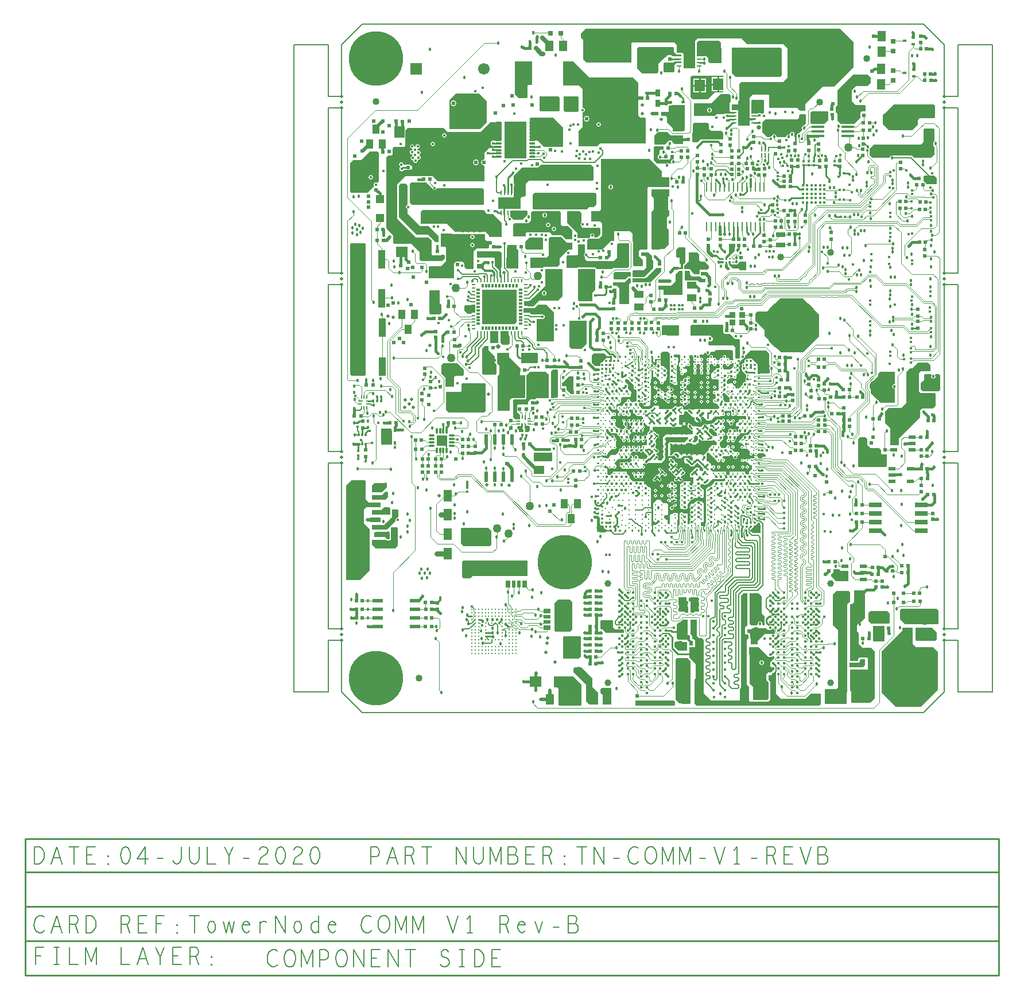
<source format=gbr>
G04 ================== begin FILE IDENTIFICATION RECORD ==================*
G04 Layout Name:  E:/CAD/CAD/FACEBOOK/COM V1/WORK/22-12-20/COM_V1_P2_21-12-2020_4.brd*
G04 Film Name:    COM_V1_P2-L1.gbr*
G04 File Format:  Gerber RS274X*
G04 File Origin:  Cadence Allegro 16.6-2015-S108*
G04 Origin Date:  Fri Dec 25 11:50:57 2020*
G04 *
G04 Layer:  DRAWING FORMAT/FILM_LABEL_OUTLINE*
G04 Layer:  VIA CLASS/TOP*
G04 Layer:  PIN/TOP*
G04 Layer:  ETCH/TOP*
G04 Layer:  BOARD GEOMETRY/OUTLINE*
G04 Layer:  BOARD GEOMETRY/TOOLING_CORNERS*
G04 *
G04 Offset:    (0.000 0.000)*
G04 Mirror:    No*
G04 Mode:      Positive*
G04 Rotation:  0*
G04 FullContactRelief:  No*
G04 UndefLineWidth:     6.000*
G04 ================== end FILE IDENTIFICATION RECORD ====================*
%FSLAX55Y55*MOIN*%
%IR0*IPPOS*OFA0.00000B0.00000*MIA0B0*SFA1.00000B1.00000*%
%ADD39R,.021X.007*%
%ADD37R,.007X.021*%
%ADD60R,.13X.067*%
%ADD87R,.067X.13*%
%ADD93R,.106X.087*%
%ADD61R,.059X.138*%
%AMMACRO62*
4,1,22,-.016709,-.0055,
-.016709,.0055,
.011193,.0055,
.012148,.00542,
.013075,.005175,
.013946,.004773,
.014733,.004226,
.015413,.00355,
.015966,.002767,
.016374,.0019,
.016626,.000974,
.016713,.00002,
.016632,-.000936,
.016388,-.001863,
.015986,-.002733,
.015438,-.00352,
.014763,-.004201,
.01398,-.004753,
.013112,-.005162,
.012187,-.005413,
.011232,-.0055,
.011193,-.0055,
-.016709,-.0055,
0.0*
%
%ADD62MACRO62*%
%ADD82C,.009055*%
%ADD12C,.314961*%
%ADD29C,.009449*%
%ADD50R,.023622X.007874*%
%ADD51R,.007874X.023622*%
%ADD41R,.03937X.108268*%
%ADD35R,.1X.12*%
%ADD104R,.008661X.027559*%
%AMMACRO40*
4,1,5,.1,-.088,
.1,.1,
-.1,.1,
-.1,-.1,
.088,-.1,
.1,-.088,
0.0*
%
%ADD40MACRO40*%
%ADD91R,.26X.1*%
%ADD36R,.012X.02*%
%ADD53R,.027559X.007874*%
%ADD38R,.02X.012*%
%ADD75O,.0135X.01*%
%ADD52R,.007874X.027559*%
%ADD48R,.04X.03*%
%ADD94R,.03X.04*%
%ADD78O,.01X.0135*%
%ADD89R,.02X.016*%
%ADD92R,.26X.15*%
%ADD32R,.016X.02*%
%ADD86R,.027X.011*%
%ADD44R,.06X.05*%
%ADD27R,.017X.012*%
%ADD99R,.012X.017*%
%ADD59R,.011X.027*%
%ADD43R,.05X.06*%
%ADD13R,.07X.06*%
%ADD42R,.06X.07*%
%ADD90R,.038X.041*%
%ADD77C,.011*%
%ADD24R,.045X.07*%
%ADD10C,.02*%
%ADD83R,.037X.033*%
%ADD76C,.012*%
%ADD33R,.041X.038*%
%ADD79C,.013*%
%ADD14C,.04*%
%ADD105R,.075X.015*%
%ADD74C,.014*%
%ADD16C,.05*%
%ADD58C,.015*%
%ADD54R,.0118X.0181*%
%ADD20R,.059X.051*%
%ADD11C,.024*%
%ADD98R,.076X.025*%
%ADD85R,.065X.09*%
%ADD73C,.0205*%
%ADD70R,.051X.059*%
%ADD57C,.025*%
%ADD30C,.016*%
%ADD84R,.055X.039*%
%ADD22R,.075X.055*%
%ADD55R,.0248X.02205*%
%ADD34R,.039X.055*%
%ADD19R,.02X.02*%
%ADD15C,.018*%
%AMMACRO63*
4,1,22,.016709,.0055,
.016709,-.0055,
-.011193,-.0055,
-.012148,-.00542,
-.013075,-.005175,
-.013946,-.004773,
-.014733,-.004226,
-.015413,-.00355,
-.015966,-.002767,
-.016374,-.0019,
-.016626,-.000974,
-.016713,-.00002,
-.016632,.000936,
-.016388,.001863,
-.015986,.002733,
-.015438,.00352,
-.014763,.004201,
-.01398,.004753,
-.013112,.005162,
-.012187,.005413,
-.011232,.0055,
-.011193,.0055,
.016709,.0055,
0.0*
%
%ADD63MACRO63*%
%ADD56R,.02205X.0248*%
%ADD21R,.059X.028*%
%ADD96R,.031X.031*%
%ADD95R,.022X.022*%
%ADD23R,.075X.058*%
%ADD66C,.067*%
%ADD88R,.011417X.05315*%
%ADD46O,.011811X.033465*%
%ADD47O,.033465X.011811*%
%ADD100R,.043307X.023622*%
%ADD69R,.024402X.024402*%
%ADD49R,.011811X.011811*%
%ADD101C,.055118*%
%ADD67R,.067X.067*%
%ADD97R,.041339X.023622*%
%ADD72C,.03937*%
%ADD71C,.015748*%
%ADD102C,.062992*%
%ADD65R,.047244X.047244*%
%ADD106R,.020079X.015748*%
%ADD28C,.019685*%
%ADD68R,.015748X.020079*%
%ADD17R,.023622X.059843*%
%ADD31R,.019685X.023622*%
%ADD18R,.059843X.023622*%
%ADD45R,.064961X.064961*%
%ADD103R,.055118X.027559*%
%ADD25R,.027559X.03937*%
%ADD80R,.03937X.027559*%
%ADD26R,.019685X.03937*%
%ADD81R,.03937X.019685*%
%ADD64R,.127559X.215748*%
%ADD107C,.003*%
%ADD108C,.004*%
%ADD109C,.005*%
%ADD110C,.006*%
%ADD111C,.0043*%
%ADD112C,.007*%
%ADD113C,.0035*%
%ADD114C,.0044*%
%ADD115C,.008*%
%ADD116C,.0036*%
%ADD117C,.003402*%
%ADD118C,.009*%
%ADD119C,.0045*%
%ADD120C,.004402*%
%ADD121C,.0065*%
%ADD122C,.0047*%
%ADD123C,.004701*%
%ADD124C,.0068*%
%ADD125C,.003449*%
%ADD126C,.004299*%
%ADD127C,.006799*%
%ADD128C,.01*%
%ADD129C,.03*%
%ADD133C,.020004*%
%ADD132C,.034004*%
%ADD131C,.026004*%
%ADD134R,.072004X.082004*%
%ADD130C,.028004*%
G75*
%LPD*%
G75*
G36*
G01X17512Y128086D02*
Y131718D01*
X19060Y133266D01*
X26056D01*
X26392Y132930D01*
Y130912D01*
X23499Y128019D01*
X18320D01*
X18252Y128086D01*
X17512D01*
G37*
G36*
G01X28982Y107524D02*
X32161D01*
X32732Y106953D01*
Y102192D01*
X32732Y102183D01*
G03Y101945I1395J-119D01*
G01X32732Y101937D01*
Y97051D01*
X30877Y95196D01*
X19958D01*
X17537Y97616D01*
Y100329D01*
X17582Y100374D01*
X25694D01*
X26222Y99847D01*
X28037D01*
X28568Y100378D01*
Y107109D01*
X28982Y107524D01*
G37*
G36*
G01X19138Y101898D02*
X19118Y101918D01*
Y104727D01*
X19414Y105022D01*
X27464D01*
X27753Y104733D01*
Y101299D01*
X27229Y100774D01*
X26468D01*
X25344Y101898D01*
X19138D01*
G37*
G36*
G01X31327Y112384D02*
Y111395D01*
X26167Y106235D01*
X17541D01*
Y109036D01*
X24553D01*
X25180Y109663D01*
X25192Y109672D01*
G03X25471Y109951I-840J1120D01*
G01X25480Y109963D01*
X29111Y113594D01*
Y117892D01*
X29333Y118115D01*
X32470D01*
X32823Y117762D01*
Y113880D01*
X31327Y112384D01*
G37*
G36*
G01X17540Y117697D02*
X17541Y117698D01*
X23063D01*
X24610Y119245D01*
X27661D01*
X28282Y118624D01*
Y115338D01*
X27840Y114896D01*
X17543D01*
X17540Y114899D01*
Y117697D01*
G37*
G36*
G01X74451Y77985D02*
X70932D01*
X70053Y78864D01*
Y87520D01*
X70920Y88387D01*
X107666D01*
X107901Y88152D01*
Y79647D01*
X107548Y79294D01*
X75760D01*
X74451Y77985D01*
G37*
G36*
G01X69387Y107023D02*
X69621Y107258D01*
X85055D01*
X86840Y105473D01*
Y97527D01*
X85853Y96540D01*
X71057D01*
X69387Y98210D01*
Y107023D01*
G37*
G36*
G01X2588Y77079D02*
X2500Y77167D01*
Y131816D01*
X5508Y134824D01*
X13695D01*
X13809Y134710D01*
Y124079D01*
X15859Y122029D01*
X22648D01*
X22654Y122023D01*
Y119232D01*
X22649Y119227D01*
X14099D01*
X12944Y118071D01*
Y109759D01*
X16125Y106578D01*
Y82730D01*
X10474Y77079D01*
X2588D01*
G37*
G36*
G01X17512Y126337D02*
X17546Y126371D01*
X23264D01*
X25147Y128254D01*
X26425D01*
X26930Y127750D01*
Y125160D01*
X25282Y123512D01*
X17512D01*
Y126337D01*
G37*
G36*
G01X92234Y221576D02*
X96834D01*
X96934Y221476D01*
Y219276D01*
X97534Y218676D01*
Y215776D01*
Y214294D01*
X96706Y213466D01*
X93572D01*
X92434Y214604D01*
Y214676D01*
X92234Y214876D01*
Y221576D01*
G37*
G36*
G01X73634Y231676D02*
X74834D01*
X75534Y232376D01*
X77434D01*
Y236988D01*
X75458D01*
X74996Y236526D01*
X71517D01*
X71234Y236243D01*
Y233476D01*
X73034Y231676D01*
X73634D01*
G37*
G36*
G01X108034Y236076D02*
X107634Y236476D01*
X105834D01*
Y238876D01*
X105934Y238976D01*
X108434D01*
X108705Y239246D01*
X109306D01*
X111286Y241226D01*
X111584D01*
X118134Y247775D01*
Y257676D01*
X128134Y257676D01*
X128134Y241876D01*
X125434Y239176D01*
X114734D01*
X111634Y236076D01*
X108034D01*
G37*
G36*
G01X86385Y219509D02*
Y221455D01*
X86416Y221487D01*
X86501D01*
X86502Y221486D01*
X90968D01*
Y214476D01*
X86396D01*
X86385Y214487D01*
Y219509D01*
G37*
G36*
G01X113234Y215576D02*
Y228506D01*
X116646D01*
G03Y231207I0J1350D01*
G01X110110D01*
X108975Y232341D01*
X105747D01*
X105712Y232376D01*
Y235037D01*
X105725Y235050D01*
X112108D01*
X113934Y236876D01*
X118834D01*
X123134Y232576D01*
Y215876D01*
X122834Y215576D01*
X113234D01*
G37*
G36*
G01X121644Y145876D02*
X122374Y146605D01*
Y150564D01*
X121862Y151076D01*
X111707D01*
X111590Y150958D01*
Y146047D01*
X111761Y145876D01*
X121644D01*
G37*
G36*
G01X89026Y259383D02*
X91134Y257276D01*
X91154D01*
X91439Y256990D01*
Y253213D01*
X92234Y252418D01*
Y252007D01*
Y251676D01*
Y249776D01*
X92334Y249676D01*
X92934D01*
X93034Y249776D01*
Y254076D01*
X92634Y254476D01*
Y258476D01*
X93040Y258882D01*
Y264982D01*
Y266955D01*
X92020Y267976D01*
X78613D01*
X78434Y267796D01*
Y264276D01*
X78491Y264218D01*
X88560D01*
X89026Y263752D01*
Y259383D01*
G37*
G36*
G01X70750Y199366D02*
Y196194D01*
X70321Y195765D01*
X66154D01*
X65408Y195020D01*
Y189918D01*
X64796Y189306D01*
X60393D01*
Y194421D01*
X57934Y196880D01*
Y201901D01*
X58944Y202912D01*
X67204D01*
X70750Y199366D01*
G37*
G36*
G01X106724Y162866D02*
X106712Y162878D01*
Y164951D01*
X106270Y165393D01*
Y166807D01*
G03X106075Y167519I-1400J0D01*
G01X106048Y167566D01*
Y167979D01*
X106962D01*
X106994Y167946D01*
Y166564D01*
X107096Y166463D01*
X108309D01*
X108345Y166449D01*
G03X108807Y166359I462J1146D01*
G01X109106D01*
X109336Y166130D01*
Y163946D01*
X108256Y162866D01*
X106724D01*
G37*
G36*
G01X116730Y258320D02*
X109525D01*
X109485Y258360D01*
Y264375D01*
X109498Y264389D01*
X119147D01*
X119568Y264810D01*
X120134Y265376D01*
Y275376D01*
X121055Y276296D01*
X127542D01*
X130721Y273117D01*
X133916D01*
X133963Y273070D01*
Y269062D01*
X133899Y268999D01*
X131633D01*
X126734Y264100D01*
Y260276D01*
X125468Y259010D01*
X117420D01*
X116730Y258320D01*
G37*
G36*
G01X51700Y231176D02*
X57034D01*
X57784Y231926D01*
Y236938D01*
X56894Y237828D01*
Y245232D01*
X56819Y245306D01*
X50935D01*
X50809Y245180D01*
Y232066D01*
X51700Y231176D01*
G37*
G36*
G01X29202Y162778D02*
Y155764D01*
X29071Y155633D01*
X23012D01*
X22796Y155850D01*
Y164964D01*
X22946Y165114D01*
X28900D01*
X28949Y165064D01*
Y164295D01*
X28944Y164272D01*
G03X29202Y162778I1846J-450D01*
G37*
G36*
G01X103308Y162908D02*
X102786Y163430D01*
Y164261D01*
X101834Y165214D01*
Y166079D01*
X102114Y166359D01*
X102508D01*
G03X102903Y166424I0J1235D01*
G01X102934Y166435D01*
X103924D01*
X104338Y166848D01*
Y167953D01*
X104389Y168005D01*
X105038D01*
Y165356D01*
X105364Y165030D01*
Y163083D01*
X105190Y162908D01*
X103308D01*
G37*
G36*
G01X50602Y252404D02*
Y259030D01*
X50950Y259378D01*
X57594D01*
X60634Y262418D01*
Y270350D01*
X60207Y270777D01*
X57853D01*
X57552Y271078D01*
Y278161D01*
X57575Y278183D01*
X63828D01*
X64136Y277876D01*
X83234D01*
X83345Y277765D01*
Y274745D01*
X84223Y273867D01*
X86816D01*
X87254Y273428D01*
Y272376D01*
X86872Y271994D01*
X85901D01*
X85673Y271766D01*
Y270237D01*
X85146Y269710D01*
X78369D01*
X76634Y267976D01*
Y257776D01*
X76619Y257760D01*
X72613D01*
X71385Y258989D01*
Y260850D01*
X70141Y262094D01*
X66342D01*
X65300Y261052D01*
Y252463D01*
X64964Y252127D01*
X50880D01*
X50602Y252404D01*
G37*
G36*
G01X102263Y258098D02*
X96453D01*
X95772Y258780D01*
Y270154D01*
X96084Y270466D01*
Y271526D01*
X96249Y271691D01*
X101721D01*
Y269666D01*
X101721Y269516D01*
X102524Y268713D01*
Y258359D01*
X102263Y258098D01*
G37*
G36*
G01X5655Y195578D02*
X4762Y196472D01*
Y271935D01*
X5300Y272474D01*
X13620D01*
X14024Y272070D01*
Y196144D01*
X13458Y195578D01*
X5655D01*
G37*
G36*
G01X104309Y202826D02*
X104232Y202903D01*
Y208896D01*
X104245Y208909D01*
X113631D01*
X113894Y208646D01*
Y203448D01*
X113272Y202826D01*
X104309D01*
G37*
G36*
G01X69896Y191173D02*
X83306D01*
X83636Y190844D01*
Y175066D01*
X82738Y174168D01*
X62280D01*
X60509Y175940D01*
Y186049D01*
X60720Y186260D01*
X68909D01*
X69613Y186963D01*
Y190890D01*
X69896Y191173D01*
G37*
G36*
G01X102900Y170341D02*
X102871Y170350D01*
G03X102508Y170404I-364J-1181D01*
G01X100824D01*
X99476Y171752D01*
Y181534D01*
X99902Y181959D01*
X106816D01*
X107332Y182476D01*
Y182812D01*
X107373Y182853D01*
Y195803D01*
X109614Y198044D01*
X118565D01*
X120234Y196376D01*
Y194575D01*
X120242D01*
Y192576D01*
X120234D01*
Y190575D01*
X120242D01*
Y188576D01*
X120234D01*
Y186575D01*
X120242D01*
Y184576D01*
X120234D01*
Y182576D01*
X112799D01*
X112237Y182014D01*
X109663D01*
X108311Y180662D01*
Y178909D01*
X108281Y178878D01*
X106309D01*
Y178877D01*
X104379D01*
Y178879D01*
X102366D01*
X101875Y178388D01*
Y174774D01*
X103635Y173014D01*
Y171531D01*
G03X103686Y171177I1235J0D01*
G01X103695Y171149D01*
Y170454D01*
X103581Y170341D01*
X102900D01*
G37*
G36*
G01X91634Y196695D02*
Y201498D01*
X90234Y202898D01*
Y208706D01*
X90435Y208907D01*
X96944D01*
X97256Y208594D01*
Y206630D01*
X103665Y200222D01*
Y196123D01*
X103976Y195812D01*
X106452D01*
X106572Y195692D01*
Y183184D01*
X106170Y182782D01*
X98652D01*
X97596Y181726D01*
Y175186D01*
X97560Y175150D01*
X90596D01*
X90585Y175161D01*
Y195646D01*
X91634Y196695D01*
G37*
G36*
G01X82171Y196276D02*
X81683Y196764D01*
Y211738D01*
X82971Y213026D01*
X85114D01*
X85313Y212827D01*
Y211023D01*
X85313Y210625D01*
X89036Y206901D01*
Y202985D01*
X89434Y202588D01*
Y202567D01*
X89969Y202032D01*
Y196818D01*
X89426Y196276D01*
X82171D01*
G37*
G36*
G01X20650Y307700D02*
X20516Y307783D01*
G03X18727Y305994I-682J-1107D01*
G01X18810Y305860D01*
X14919Y301969D01*
X5600D01*
X5046Y302522D01*
Y319260D01*
X6815Y321029D01*
X11388D01*
X16323Y325965D01*
X21016D01*
X21648Y325332D01*
Y308698D01*
X20650Y307700D01*
G37*
G36*
G01X38400Y292417D02*
Y289831D01*
X45536Y282694D01*
X50605D01*
X56290Y277008D01*
Y273576D01*
X55938Y273223D01*
X54698D01*
X50294Y277626D01*
X43674D01*
X33331Y287969D01*
Y306174D01*
X34469Y307311D01*
X37262D01*
X38400Y306174D01*
Y295002D01*
X38254Y294961D01*
G03Y292458I352J-1251D01*
G01X38400Y292417D01*
G37*
G36*
G01X107370Y356810D02*
X102941D01*
X100478Y359273D01*
Y378101D01*
X100714Y378336D01*
X110492D01*
X110531Y378297D01*
Y364494D01*
X110530Y364494D01*
X108131D01*
X107987Y364350D01*
Y357428D01*
X107370Y356810D01*
G37*
G36*
G01X128584Y329126D02*
X128081Y328622D01*
X117587D01*
X113834Y332376D01*
X109434D01*
X109134Y332676D01*
Y345276D01*
X109434Y345576D01*
X123034D01*
X128584Y340026D01*
Y329126D01*
G37*
G36*
G01X97868Y288442D02*
Y291672D01*
X97880Y291685D01*
X107596D01*
X107842Y291438D01*
Y289201D01*
X104953Y286312D01*
X99997D01*
X97868Y288442D01*
G37*
G36*
G01X40804Y294804D02*
X39720Y295888D01*
Y307262D01*
X40370Y307911D01*
X49193D01*
X52629Y304476D01*
X52640D01*
X52867Y304249D01*
X52882Y304218D01*
G03X55278Y304343I1172J562D01*
G01X55326Y304476D01*
X82027D01*
X82467Y304036D01*
Y294838D01*
X82432Y294804D01*
X40804D01*
G37*
G36*
G01X66219Y359476D02*
X79834D01*
X84250Y355060D01*
Y342896D01*
X80404Y339050D01*
X62932D01*
X62700Y339282D01*
Y355956D01*
X66219Y359476D01*
G37*
G36*
G01X99934Y299276D02*
X100034Y299376D01*
Y305831D01*
G03Y307520I-1300J844D01*
G01Y312116D01*
X104494Y316576D01*
X110552D01*
G03X110595I21J1300D01*
G01X113985D01*
X115560Y318151D01*
X144761D01*
X146248Y316664D01*
Y309593D01*
X145506Y308851D01*
X108710D01*
X107034Y307176D01*
Y300776D01*
X106034Y299776D01*
X104685D01*
X103834Y298924D01*
Y292776D01*
X94934D01*
Y289176D01*
X94834Y289076D01*
X94034D01*
Y292476D01*
X93834Y292676D01*
X91034D01*
Y299376D01*
X99834D01*
X99934Y299276D01*
G37*
G36*
G01X127993Y277167D02*
X122526D01*
X120770Y278922D01*
X107354D01*
X106753Y278322D01*
Y276494D01*
X106716Y276457D01*
X99733D01*
X99712Y276477D01*
Y283782D01*
X100281Y284351D01*
X108431D01*
X109996Y285916D01*
Y290677D01*
X110713Y291394D01*
X126489D01*
X127399Y290485D01*
Y283228D01*
X128152Y282476D01*
X131734D01*
X133943Y280267D01*
Y275075D01*
X133892Y275024D01*
X130136D01*
X127993Y277167D01*
G37*
G36*
G01X111713Y292421D02*
X111034Y293100D01*
Y301005D01*
X112082Y302053D01*
X147318D01*
X148034Y301337D01*
Y295292D01*
X146512Y293771D01*
X143488D01*
X142138Y292421D01*
X111713D01*
G37*
G36*
G01X85734Y276438D02*
Y277176D01*
X83734Y279176D01*
X68634D01*
X66070D01*
X61332Y283913D01*
X46109D01*
X45934Y284088D01*
Y290976D01*
X47034Y292076D01*
X82234D01*
X84734Y289576D01*
X87734D01*
X92758Y284552D01*
Y276434D01*
X92674Y276350D01*
X85822D01*
X85734Y276438D01*
G37*
G36*
G01X86078Y328176D02*
X82814Y324911D01*
Y321476D01*
G02X82616Y321276I-200J0D01*
G03Y317876I18J-1700D01*
G02X82814Y317676I-2J-200D01*
G01Y309094D01*
X82486Y308767D01*
X55669D01*
X52753Y311683D01*
X47955D01*
X47939Y311685D01*
G03X47336I-302J-1876D01*
G01X47320Y311683D01*
X37041D01*
X32134Y306776D01*
Y286876D01*
X43134Y275876D01*
X45634D01*
X45647Y275862D01*
X50636D01*
X51096Y275402D01*
X52264Y274234D01*
Y266236D01*
X52956Y265545D01*
X57636D01*
X58000Y265909D01*
X59564D01*
X59811Y265662D01*
Y263752D01*
X58334Y262276D01*
X46173D01*
X45234Y263214D01*
Y267575D01*
X41580Y271229D01*
X40602Y272207D01*
X30527D01*
X30023Y272711D01*
Y277350D01*
X26278Y281095D01*
Y281144D01*
X25934Y281487D01*
Y322693D01*
X26808Y323567D01*
X28873D01*
X29529Y324222D01*
Y328080D01*
X30184Y328736D01*
X36572D01*
X37009Y329173D01*
Y338124D01*
X38461Y339576D01*
X59079D01*
X61300Y337354D01*
X80612D01*
X86328Y343070D01*
X92736D01*
X92865Y342940D01*
Y332446D01*
X92542Y332122D01*
X91690D01*
X91659Y332132D01*
G03X91179Y332207I-469J-1425D01*
G01X91128Y332207D01*
X87868D01*
X87784Y332122D01*
X87285D01*
X86498Y331335D01*
Y329801D01*
X87023Y329276D01*
X87290D01*
X87332Y329254D01*
G03X88013Y329091I680J1337D01*
G01X88376D01*
G03X88883Y329179I0J1500D01*
G01X88915Y329191D01*
X91200Y329207D01*
G03X91612Y329268I-11J1500D01*
G01X91640Y329276D01*
X92734D01*
X92934Y329076D01*
Y328476D01*
X92634Y328176D01*
X91906D01*
X91706Y328376D01*
X87750D01*
G03X87001Y328176I0J-1500D01*
G01X86078D01*
G37*
G36*
G01X116405Y275889D02*
X108954D01*
X106719Y273654D01*
Y269774D01*
X107618Y268875D01*
X116456D01*
X116816Y269234D01*
Y275478D01*
X116405Y275889D01*
G37*
G36*
G01X193593Y6321D02*
Y4724D01*
X192899Y4035D01*
X170848D01*
X170648Y4235D01*
Y7074D01*
X170665Y7090D01*
X172664D01*
X192823Y7090D01*
X193593Y6321D01*
G37*
G36*
G01X123228Y20860D02*
X123241Y20873D01*
X134732D01*
X139220Y16385D01*
Y4520D01*
X138630Y3930D01*
X126522D01*
X125831Y4621D01*
Y13782D01*
X125147Y14466D01*
X123609D01*
X123228Y14846D01*
Y20860D01*
G37*
G36*
G01X194727Y31691D02*
X200873D01*
X202581Y29983D01*
Y5144D01*
X202574Y5137D01*
X196343D01*
X193797Y7684D01*
Y30761D01*
X194727Y31691D01*
G37*
G36*
G01X150265Y11620D02*
Y13663D01*
X150780Y14178D01*
X156193D01*
X156672Y13698D01*
Y4840D01*
X156497Y4665D01*
X151532D01*
Y10354D01*
X150265Y11620D01*
G37*
G36*
G01X235342Y20240D02*
Y15949D01*
X236504Y14787D01*
Y6829D01*
X237028Y6305D01*
X247598D01*
X248968Y7674D01*
Y17987D01*
X248076Y18878D01*
Y21563D01*
X248193Y21680D01*
X249469D01*
X251958Y24169D01*
X252147D01*
X252353Y23964D01*
Y20527D01*
X252352Y20527D01*
Y10916D01*
X255267Y8002D01*
X269442D01*
X272239Y10799D01*
X278223D01*
X278273Y10750D01*
Y4889D01*
X277314Y3930D01*
X206165D01*
X204964Y5131D01*
Y19237D01*
X205434Y19707D01*
Y28426D01*
X201949Y31912D01*
Y35869D01*
X201953D01*
Y37859D01*
X201966Y37871D01*
X205174D01*
X205297Y37994D01*
Y41800D01*
X204592Y42505D01*
X203814D01*
X203710Y42609D01*
Y44506D01*
X202537Y45678D01*
Y53606D01*
X202820Y53890D01*
X206287D01*
X206290Y53887D01*
Y44496D01*
X207461Y43325D01*
X209121D01*
X210141Y42305D01*
Y11201D01*
X214451Y6891D01*
X230930D01*
X231369Y7329D01*
Y13629D01*
X231516Y13775D01*
G03X231908Y14723I-948J948D01*
G01Y15730D01*
G03X231804Y16248I-1340J0D01*
G01X231788Y16285D01*
Y18267D01*
X231804Y18304D01*
G03X231908Y18822I-1236J518D01*
G01Y19630D01*
G03X231804Y20148I-1340J0D01*
G01X231788Y20185D01*
Y22167D01*
X231804Y22204D01*
G03X231908Y22722I-1236J518D01*
G01Y68009D01*
X233340Y69441D01*
X235203D01*
X235478Y69165D01*
Y67168D01*
X235534D01*
Y65896D01*
X235478D01*
Y63896D01*
X235534D01*
Y62569D01*
X235533D01*
Y60568D01*
X235534D01*
Y59350D01*
X235533D01*
Y57350D01*
X235534D01*
Y56187D01*
X235533D01*
Y54186D01*
X235534D01*
Y50582D01*
X235265Y50313D01*
X234962D01*
X234220Y49570D01*
Y45882D01*
X234717Y45385D01*
X235996D01*
X236206Y45176D01*
Y43275D01*
X235342Y42411D01*
Y37804D01*
X235342Y37803D01*
Y29274D01*
X235342Y27273D01*
X235342Y25653D01*
X235342Y23653D01*
X235342Y22240D01*
X235342Y20240D01*
G37*
G36*
G01X143753Y4689D02*
X142045Y6398D01*
Y15955D01*
X134440Y23560D01*
Y25410D01*
X135365Y26335D01*
X139373D01*
X145642Y20066D01*
Y15030D01*
X149052Y11620D01*
Y4689D01*
X143753D01*
G37*
G36*
G01X201973Y39010D02*
Y41075D01*
X200634Y42415D01*
X195450D01*
X194475Y43390D01*
Y50967D01*
X195655Y52148D01*
X196375D01*
X198120Y53892D01*
X201008D01*
X201036Y53864D01*
Y45222D01*
X201167Y45091D01*
X201646D01*
X202209Y44528D01*
Y42483D01*
X203030Y41662D01*
X203763D01*
X203974Y41451D01*
Y39010D01*
X201973D01*
G37*
G36*
G01X196448Y58295D02*
X196422D01*
X195706Y59010D01*
X195696Y59025D01*
G03X195557Y59192I-1006J-700D01*
G01X195417Y59331D01*
Y60020D01*
X195557Y60159D01*
G03X195916Y61026I-866J866D01*
G01Y61926D01*
G03X195557Y62792I-1225J0D01*
G01X195417Y62931D01*
Y63871D01*
G03X195705Y64661I-937J789D01*
G01Y65297D01*
G03X195458Y66036I-1225J0D01*
G01X195417Y66089D01*
Y66594D01*
X195743Y66920D01*
X200122D01*
Y64717D01*
X201105D01*
Y63382D01*
X201036D01*
Y61381D01*
X201105D01*
Y60054D01*
X201090D01*
Y58435D01*
X200951Y58295D01*
X199928D01*
X199669Y58554D01*
X196707D01*
X196448Y58295D01*
G37*
G36*
G01X128910Y44385D02*
X138738D01*
X139028Y44095D01*
Y32490D01*
X137889Y31351D01*
X128930D01*
X128601Y31680D01*
Y44076D01*
X128910Y44385D01*
G37*
G36*
G01X123730Y63733D02*
X125536Y65539D01*
X132450D01*
X133820Y64168D01*
Y48161D01*
X132637Y46978D01*
X124353D01*
X123730Y47601D01*
Y63733D01*
G37*
G36*
G01X153348Y46408D02*
X151472Y48284D01*
X150874D01*
X150296Y48862D01*
Y53165D01*
X150786Y53655D01*
X157068D01*
X157508Y53215D01*
Y49467D01*
X158686Y48289D01*
X160635D01*
G03X162149I757J932D01*
G01X163533D01*
X163778Y48043D01*
Y46552D01*
X163634Y46408D01*
X153348D01*
G37*
G36*
G01X200453Y35873D02*
X200448Y35869D01*
X195525D01*
X193305Y38088D01*
Y40474D01*
X194266Y41435D01*
X197332D01*
X197757Y41010D01*
X200460D01*
X200472Y40998D01*
Y37870D01*
X200453D01*
Y35873D01*
G37*
G36*
G01X203787Y58037D02*
X203269Y58554D01*
X202601D01*
Y66835D01*
X202875D01*
X203124Y67085D01*
X205557D01*
G03X206281Y66848I724J988D01*
G01X206778D01*
G03X206833Y66849I1J1225D01*
G01X206921Y66853D01*
X207686Y66088D01*
Y65851D01*
X207638Y65794D01*
G03X207343Y64997I930J-797D01*
G01Y64097D01*
G03X207686Y63247I1225J0D01*
G01Y62247D01*
G03X207343Y61397I882J-850D01*
G01Y60497D01*
G03X207686Y59647I1225J0D01*
G01Y58647D01*
G03X207572Y58510I882J-850D01*
G02X206963Y58460I-325J233D01*
G01X206869Y58554D01*
X204810D01*
X204292Y58037D01*
X203787D01*
G37*
G36*
G01X181585Y102229D02*
X181358Y102457D01*
Y103185D01*
X180844Y103699D01*
Y103733D01*
X179991Y104585D01*
Y106022D01*
X180109Y106139D01*
Y106308D01*
X180310Y106509D01*
Y108103D01*
X179900Y108512D01*
Y118165D01*
X179422Y118643D01*
Y120086D01*
X179435Y120126D01*
X179436Y120126D01*
G03Y120832I-1042J353D01*
G01X179435Y120833D01*
X179422Y120872D01*
Y122886D01*
X179435Y122926D01*
X179436Y122926D01*
G03Y123632I-1042J353D01*
G01X179435Y123633D01*
X179422Y123672D01*
Y125686D01*
X179435Y125726D01*
X179436Y125726D01*
G03Y126432I-1042J353D01*
G01X179435Y126433D01*
X179422Y126472D01*
Y128486D01*
X179435Y128526D01*
X179436Y128526D01*
G03Y129232I-1042J353D01*
G01X179435Y129233D01*
X179422Y129272D01*
Y130185D01*
X179604Y130367D01*
X178967Y131004D01*
X178147D01*
X176098Y133054D01*
Y133509D01*
X175188Y134419D01*
X171614D01*
X171587Y134427D01*
G03X170880I-353J-1251D01*
G01X170854Y134419D01*
X169132D01*
X167243Y136309D01*
Y137402D01*
X165535Y139109D01*
Y139885D01*
X164402D01*
X164354Y139906D01*
G03X163467I-444J-1007D01*
G01X163419Y139885D01*
X161602D01*
X161554Y139906D01*
G03X160667I-444J-1007D01*
G01X160619Y139885D01*
X158802D01*
X158754Y139906D01*
G03X157867I-444J-1007D01*
G01X157819Y139885D01*
X157795D01*
Y139880D01*
X157687Y139805D01*
G03X157230Y139104I624J-906D01*
G01X157215Y139028D01*
X156381Y138194D01*
X156346Y138179D01*
G03X156158Y138078I517J-1193D01*
G01X156096Y138039D01*
X155002D01*
X154365Y138676D01*
X154372Y138789D01*
G03X154091Y139573I-1048J67D01*
G01Y141616D01*
X153745Y141962D01*
X152591D01*
Y143300D01*
X152998Y143708D01*
X153175Y143542D01*
G03X153791Y143220I889J949D01*
G01X153864Y143204D01*
X154589Y142478D01*
X154608Y142419D01*
G03X156499Y142031I1052J323D01*
G01X157393D01*
G03X159135Y141910I917J608D01*
G01X159468Y142243D01*
Y143416D01*
X158430Y144454D01*
Y145042D01*
X159000Y145614D01*
X159008Y145620D01*
G03X159167Y145781I-698J851D01*
G01X160564Y147177D01*
X161995D01*
X162035Y147163D01*
X162036Y147163D01*
G03X162892Y147163I428J1228D01*
G01X162933Y147177D01*
X164795D01*
X164835Y147163D01*
X164836Y147163D01*
G03X165692Y147163I428J1228D01*
G01X165693Y147163D01*
X165733Y147177D01*
X165803D01*
X165860Y147235D01*
X165891Y147252D01*
G03X166403Y147763I-627J1139D01*
G01X166403Y147764D01*
X166420Y147795D01*
X166768Y148143D01*
X166938Y147973D01*
X166954Y147936D01*
G03X168050Y147191I1111J455D01*
G02X168436Y146706I-5J-400D01*
G03X168433Y146692I1075J-233D01*
G01X168421Y146634D01*
X167210Y145423D01*
X166170D01*
G03X164357I-907J-932D01*
G01X163247D01*
X163196Y145448D01*
G03X162071I-562J-1172D01*
G01X162020Y145423D01*
X161580D01*
Y145040D01*
X161540Y144978D01*
G03Y143572I1094J-703D01*
G01X161580Y143511D01*
Y143254D01*
X163334Y141500D01*
X173765D01*
X174055Y141791D01*
G02X174394Y141804I177J-177D01*
G03X175120Y143739I716J836D01*
G02X174872Y143989I2J250D01*
G01Y144223D01*
X175284Y144635D01*
G02X175864Y144620I283J-283D01*
G03X177952Y144832I966J870D01*
G03X178029Y144877I-618J1144D01*
G01X178091Y144916D01*
X185765D01*
X186642Y145792D01*
Y145862D01*
X188234Y147454D01*
Y159854D01*
X188455Y160075D01*
X201153D01*
G02X201436Y159393I0J-400D01*
G01X199023Y156980D01*
X197824D01*
X197760Y157023D01*
G03X196464Y157023I-648J-950D01*
G01X196463Y157023D01*
X196400Y156980D01*
X194735D01*
X194672Y157023D01*
G03X193376Y157023I-648J-950D01*
G01X193312Y156980D01*
X191648D01*
X191584Y157023D01*
G03X189899Y156572I-648J-950D01*
G01X189881Y156534D01*
X189457Y156110D01*
Y149129D01*
X189491Y149115D01*
X190344D01*
X190399Y149085D01*
G03X191472I537J1018D01*
G01X191527Y149115D01*
X192364D01*
X192388Y149139D01*
X193219D01*
X194056Y148302D01*
X194071Y148271D01*
G03X196051Y147672I1263J605D01*
G01X196110Y147708D01*
X196980D01*
X198204Y148931D01*
X203119D01*
X203732Y148318D01*
X203741Y148232D01*
G03X204042Y147534I1292J144D01*
G01Y146900D01*
X203673Y146531D01*
X202680D01*
X201134Y148077D01*
X200838D01*
X200780Y148111D01*
X200779D01*
G03X199620I-580J-993D01*
G01X199404Y147986D01*
X198988Y147570D01*
Y145539D01*
X199980Y144546D01*
X201227D01*
X202658Y143115D01*
Y143000D01*
X203087D01*
X203106Y142997D01*
G03X203469I181J1136D01*
G01X203489Y143000D01*
X204319D01*
X206142Y144823D01*
X207065D01*
X209994Y141894D01*
G03X210019Y141862I1038J784D01*
G01Y140646D01*
X209719Y140346D01*
X208311D01*
X207781Y140877D01*
Y141662D01*
X207296Y142146D01*
X206950D01*
X206897Y142173D01*
X206896Y142174D01*
G03X205855I-520J-1026D01*
G01X205855Y142173D01*
X205801Y142146D01*
X205496D01*
X202150Y138800D01*
Y138333D01*
X202147Y138310D01*
X202145Y138298D01*
X202144Y138288D01*
X202144Y138286D01*
G03X202144Y138040I1143J-123D01*
G01X202144Y138038D01*
X202145Y138028D01*
X202147Y138016D01*
X202150Y137993D01*
Y137415D01*
X203027Y136539D01*
X204342D01*
Y134161D01*
X203468D01*
X203424Y134180D01*
G03X202444I-490J-1204D01*
G01X202399Y134161D01*
X199948D01*
X199892Y134192D01*
G03X198055Y133504I-620J-1143D01*
G01X198039Y133464D01*
X197839Y133264D01*
X197308D01*
G02X197246Y133189I-416J277D01*
G01X196610Y132553D01*
Y132409D01*
X196559Y132342D01*
G03X196610Y130954I878J-663D01*
G01Y130470D01*
X196514Y130374D01*
Y129480D01*
X196468Y129399D01*
G03X196610Y128154I970J-520D01*
G01Y126804D01*
G03Y125354I827J-725D01*
G01Y124004D01*
G03Y122554I827J-725D01*
G01Y121204D01*
G03Y119754I827J-725D01*
G01Y118848D01*
X197111Y118347D01*
X198212D01*
G03X199965I876J820D01*
G01X200811D01*
Y118515D01*
X200442Y118884D01*
X200765Y119207D01*
Y121284D01*
X201790Y122309D01*
X201818Y122326D01*
X201819Y122326D01*
G03X202223Y122730I-549J953D01*
G01X202239Y122759D01*
X202958Y123477D01*
X203558D01*
X203631Y123550D01*
X203669Y123566D01*
G03X204333Y124230I-449J1113D01*
G01X204348Y124268D01*
X204804Y124723D01*
X206165D01*
X207135Y125692D01*
X207735D01*
X208819Y124608D01*
X209719D01*
X210411Y125300D01*
Y129500D01*
X210054D01*
X208300Y131254D01*
Y132269D01*
X208485Y132454D01*
X210373D01*
X210428Y132425D01*
G03X211639Y132425I606J1151D01*
G01X211694Y132454D01*
X212235D01*
X215327Y135546D01*
X221189D01*
X221694Y136052D01*
G02X222247Y136064I283J-283D01*
G03X222649Y135813I877J960D01*
G02X222786Y135158I-146J-372D01*
G01X222020Y134392D01*
X216919D01*
X216756Y134229D01*
X216728Y134213D01*
G03X216209Y133655I651J-1125D01*
G01X216191Y133617D01*
X213976Y131402D01*
X213945Y131385D01*
G03X213752Y131254I633J-1136D01*
G01X213042D01*
X211519Y129731D01*
Y110324D01*
X210822Y109626D01*
Y108572D01*
X210368Y108118D01*
Y108062D01*
X210121Y107959D01*
X209811Y108268D01*
X209436D01*
X209401Y108282D01*
G03X209049Y108362I-443J-1142D01*
G01X208975Y108367D01*
X208473Y108868D01*
Y110345D01*
X208796Y110668D01*
X209996D01*
X210181Y110853D01*
Y121561D01*
X208981Y122761D01*
X207934D01*
G03X206305I-814J-881D01*
G01X205842D01*
X204365Y121284D01*
X202750D01*
X202427Y120961D01*
Y119980D01*
G03Y118178I792J-901D01*
G01Y117180D01*
G03Y115378I793J-901D01*
G01Y114480D01*
G03Y112678I792J-901D01*
G01Y111708D01*
G03X202039Y110898I907J-932D01*
G03X202152Y110129I1180J-219D01*
G01X202219Y109999D01*
X201365Y109145D01*
X200811D01*
Y115502D01*
X198674D01*
X198603Y115633D01*
G03X197895Y116180I-968J-522D01*
G01X196970D01*
X196291Y115502D01*
Y112855D01*
X196291Y112848D01*
G03Y112726I1099J-61D01*
G01X196291Y112718D01*
Y110329D01*
X196283Y110301D01*
G03X196232Y109936I1174J-351D01*
G01Y109286D01*
X195324Y108378D01*
G02X194983Y108520I-141J141D01*
G01Y108535D01*
X194941Y108576D01*
Y109970D01*
G02X194926Y110095I484J124D01*
G01Y111791D01*
X195085Y111950D01*
Y115684D01*
X194675Y116093D01*
X193999D01*
X193950Y116115D01*
G03X193051I-450J-1004D01*
G01X193002Y116093D01*
X192922D01*
X192640Y115811D01*
X192579D01*
X192156Y115387D01*
X191374D01*
X191095Y115109D01*
X191068Y115093D01*
G03X190617Y114641I666J-1117D01*
G01X190616Y114641D01*
X190600Y114614D01*
X190509Y114522D01*
Y114414D01*
X190497Y114377D01*
G03Y113574I1237J-401D01*
G01X190509Y113537D01*
Y111100D01*
X190500Y111059D01*
X190497Y111046D01*
X190497Y111045D01*
G03Y110499I1271J-273D01*
G01X190497Y110498D01*
X190500Y110484D01*
X190509Y110444D01*
Y109810D01*
X190213Y109514D01*
X189393D01*
Y111950D01*
X189346Y112064D01*
X188551D01*
X187254Y113361D01*
Y114227D01*
X187577Y114550D01*
X187715Y114515D01*
G03X188570Y114591I319J1261D01*
G01X188620Y114613D01*
X189075D01*
X189439Y114978D01*
Y120828D01*
X188551Y121716D01*
X186684D01*
X185114Y123287D01*
Y123469D01*
X185091Y123492D01*
X182860D01*
X181039Y121671D01*
Y120589D01*
X181038Y120577D01*
X181038Y120576D01*
G03X181038Y120382I1096J-96D01*
G01X181038Y120381D01*
X181039Y120370D01*
Y117789D01*
X181038Y117777D01*
X181038Y117776D01*
G03X181038Y117582I1096J-96D01*
G01X181038Y117581D01*
X181039Y117570D01*
Y114989D01*
X181038Y114977D01*
X181038Y114976D01*
G03X181038Y114782I1096J-96D01*
G01X181038Y114781D01*
X181039Y114770D01*
Y111700D01*
X182700Y110038D01*
Y109400D01*
X182245Y108945D01*
X181039D01*
Y104824D01*
X182382Y103482D01*
Y102457D01*
X182154Y102229D01*
X181585D01*
G37*
G36*
G01X224775Y137813D02*
G02X224150Y137822I-309J254D01*
G03X223280Y138314I-1026J-799D01*
G01X223104Y138336D01*
Y139862D01*
X222161D01*
X222109Y139887D01*
X222108Y139887D01*
G03X221141Y139887I-484J-988D01*
G01X221089Y139862D01*
X219361D01*
X219309Y139887D01*
X219308Y139887D01*
G03X218341Y139887I-484J-988D01*
G01X218289Y139862D01*
X217012D01*
X216123Y140750D01*
G02X216335Y141584I354J353D01*
G03X215270Y143440I-311J1055D01*
G02X214427Y143804I-343J364D01*
G01Y144385D01*
X212789Y146023D01*
X212350D01*
X212004Y146369D01*
Y147997D01*
X212011Y148031D01*
X212013Y148042D01*
Y148044D01*
X212016Y148060D01*
G03X212008Y148534I-1282J216D01*
G01X212004Y148554D01*
Y150754D01*
X212350Y151100D01*
X213158D01*
X216252Y148007D01*
X216271Y147962D01*
G03X216876Y147314I1196J510D01*
G01X217012Y147244D01*
Y146970D01*
X217224D01*
G02X217724Y146470I0J-500D01*
G03X219883Y146774I1100J1D01*
G01X219842Y146915D01*
X220502Y147574D01*
X220823Y147252D01*
X220709Y147082D01*
G03X221679Y147570I915J-611D01*
G02X221350Y148423I25J499D01*
G01X222020Y149092D01*
X224812D01*
X224904Y149000D01*
X224950D01*
X225646Y149695D01*
G02X226382Y149663I354J-354D01*
G03X226953Y149305I843J707D01*
G02X227315Y148701I-124J-485D01*
G03X229772Y148905I1263J-310D01*
G01Y148906D01*
X229705Y149061D01*
X229916Y149273D01*
X230002Y149271D01*
G03X229610Y151390I23J1100D01*
G01X229574Y151376D01*
X228092D01*
X226538Y152930D01*
X225788D01*
X225522Y153195D01*
Y154126D01*
X225523Y154132D01*
G03X223327Y154127I-1098J70D01*
G02X222828Y153593I-499J-34D01*
G01X220889D01*
X219830Y154651D01*
X219812Y154688D01*
G03X219733Y154824I-988J-485D01*
G01X219689Y154889D01*
Y157078D01*
X221604Y158993D01*
Y160032D01*
X221386Y160249D01*
X221570Y160666D01*
X221718Y160679D01*
G03X221663Y162875I-93J1096D01*
G02X221280Y163317I14J400D01*
G03X220538Y164557I-1193J128D01*
G02X220620Y164942I75J185D01*
G02X220923Y164827I-16J-500D01*
G03X221775Y166765I701J848D01*
G02X221439Y167246I55J396D01*
G03X221403Y167887I-1173J255D01*
G02X221740Y168413I379J128D01*
G03X220687Y170083I-115J1094D01*
G02X219907Y169991I-426J262D01*
G01X219573Y170324D01*
X219566D01*
X219499Y170376D01*
G03X218150I-674J-869D01*
G01X218083Y170324D01*
X217843D01*
X216458Y168939D01*
Y168824D01*
X215422Y167788D01*
X215294Y167849D01*
G03X213820Y167601I-560J-1173D01*
G01X212835D01*
X212581Y167347D01*
X211999D01*
G03X210789Y167753I-965J-871D01*
G01X210766Y167748D01*
X210513D01*
X210341Y167576D01*
X210320Y167562D01*
X210319Y167562D01*
G03X209945Y167186I715J-1086D01*
G01X209933Y167169D01*
X208866Y166101D01*
X206793D01*
X206753Y166115D01*
G03X206540Y166166I-377J-1087D01*
G01X206539D01*
X206463Y166178D01*
X203731D01*
X203692Y166139D01*
X203430Y166401D01*
X203420Y166467D01*
G03X202325Y167562I-1286J-191D01*
G01X202260Y167571D01*
X201255Y168576D01*
X197412D01*
X196212Y167376D01*
X195826D01*
Y168131D01*
X195908Y168212D01*
Y172609D01*
X196184Y172886D01*
X196764D01*
X196798Y172876D01*
G03X197425Y172876I314J1107D01*
G01X197426Y172876D01*
X197459Y172886D01*
X198169D01*
X199023Y173740D01*
Y174507D01*
X199345Y174830D01*
X200519D01*
X203704Y171645D01*
X204419D01*
X205035Y171029D01*
Y169868D01*
X206327Y168576D01*
X207131D01*
X207174Y168559D01*
G03X208093I460J1216D01*
G01X208136Y168576D01*
X208381D01*
X209050Y169244D01*
Y170260D01*
X208542Y170768D01*
Y171137D01*
X209281Y171876D01*
X209903D01*
X212189Y169591D01*
X214243D01*
X216573Y171922D01*
X219684D01*
X219689Y171916D01*
X220191Y172419D01*
G02X220882Y172435I354J-354D01*
G03X222357Y174068I742J812D01*
G02X222195Y174369I333J373D01*
G01Y174512D01*
X222235Y174566D01*
G03X222381Y174819I-959J721D01*
G01X222396Y174855D01*
X222781Y175239D01*
X226014Y175216D01*
X226042Y175052D01*
G03X226341Y174446I1182J206D01*
G02X226360Y173928I-295J-271D01*
G03X228182Y172704I864J-681D01*
G02X228970Y172811I435J-246D01*
G01X229054Y172728D01*
X229067Y172705D01*
G03X230755Y172424I957J542D01*
G01X232094D01*
G03X233555I730J823D01*
G01X234412D01*
X234840Y171996D01*
Y171879D01*
X234966Y171753D01*
Y170555D01*
X234689Y170278D01*
X233610D01*
G03X232039I-785J-771D01*
G01X230936D01*
X230734Y170076D01*
Y169176D01*
X230034Y168476D01*
X229734D01*
X229034Y167776D01*
Y166476D01*
X229134Y166376D01*
X230634D01*
X230934Y166076D01*
Y165645D01*
X230120Y164832D01*
X230389Y164562D01*
X230281Y164393D01*
G03X230105Y163426I1097J-699D01*
G02X229744Y162839I-489J-104D01*
G03X229642Y162807I280J-1064D01*
G02X229386Y163068I-70J188D01*
G03X227445Y164380I-1116J441D01*
G02X226842Y164441I-275J290D01*
G03X225218Y164869I-1065J-746D01*
G03X224486Y163151I328J-1155D01*
G02X224144Y162839I-470J171D01*
G03X223861Y160830I281J-1064D01*
G03X224147Y160710I564J945D01*
G02X224405Y160545I-127J-484D01*
G03X224331Y159486I1037J-604D01*
G01X224382Y159363D01*
X223959Y158941D01*
X223924Y158923D01*
G03X225515Y158092I500J-980D01*
G02X225758Y158376I248J34D01*
G03X225863Y158382I-20J1300D01*
G02X226135Y158098I25J-249D01*
G03X228315Y157794I1090J-155D01*
G01X228326Y157878D01*
X228834Y158385D01*
Y158580D01*
G03X229377Y160055I-700J1096D01*
G02X229912Y160680I484J128D01*
G03X231121Y161868I112J1095D01*
G02X231552Y162406I498J42D01*
G03X231660Y162425I-178J1288D01*
G01X231661Y162426D01*
X231688Y162432D01*
X233699D01*
X233732Y162419D01*
G03X234624I446J1221D01*
G01X234657Y162432D01*
X235105D01*
X236212Y163539D01*
Y164416D01*
X237482D01*
X237828Y164070D01*
Y163008D01*
X237806Y162987D01*
G03X236639Y161890I6J-1175D01*
G01X236634Y161815D01*
X236097Y161278D01*
X234158D01*
X233960Y161079D01*
X233889Y161063D01*
G03X232909Y160083I288J-1268D01*
G01X232893Y160012D01*
X230604Y157724D01*
Y157447D01*
X231389Y156662D01*
X232220D01*
X233999Y154883D01*
X233923Y154724D01*
G03X233912Y154700I995J-470D01*
G02X233482Y154654I-228J102D01*
G03X233470Y153342I-889J-648D01*
G02X234196Y153419I399J-302D01*
G03X235389Y153258I720J832D01*
G01X235549Y153334D01*
X236928Y151954D01*
Y151446D01*
X237174Y151200D01*
X237020Y151024D01*
G03X238860Y150385I791J-690D01*
G01X238860Y150390D01*
Y150394D01*
X238859Y150404D01*
Y150662D01*
X239516D01*
Y150407D01*
X239515Y150401D01*
G03X241607Y150210I1048J-67D01*
G03X241607Y150217I-1043J121D01*
G02X242104Y150662I497J-56D01*
G01X245305D01*
X246228Y149739D01*
Y148698D01*
X243961D01*
X243770Y148508D01*
X241887D01*
X241525Y148870D01*
X239602D01*
X238440Y147708D01*
X237315D01*
X236963Y147356D01*
G03X236743Y147054I849J-849D01*
G02X236290Y147211I-83J493D01*
G03X234564Y147088I-814J-740D01*
G02X233736I-414J280D01*
G03Y145854I-911J-617D01*
G02X234564I414J-280D01*
G03X235527Y145372I911J617D01*
G02X236051Y144872I23J-500D01*
G01Y144870D01*
X237459Y143462D01*
X238382D01*
Y141734D01*
G03X238013Y141245I771J-965D01*
G01X237998Y141209D01*
X236489Y139700D01*
Y138523D01*
X236189Y138223D01*
X235035D01*
X234878Y138380D01*
Y138421D01*
X234158Y139141D01*
Y139977D01*
X233046D01*
X233024Y139981D01*
X233023Y139981D01*
G03X232626I-198J-1082D01*
G01X232603Y139977D01*
X230246D01*
X230224Y139981D01*
X230223Y139981D01*
G03X229826I-198J-1082D01*
G01X229803Y139977D01*
X227446D01*
X227424Y139981D01*
X227423Y139981D01*
G03X227026I-198J-1082D01*
G01X227003Y139977D01*
X225850D01*
X225735Y139862D01*
X225204D01*
Y138161D01*
X225087Y138088D01*
G03X224775Y137813I691J-1101D01*
G37*
G36*
G01X150334Y108976D02*
X150534Y108776D01*
X151834D01*
X152334Y108276D01*
Y107076D01*
X152834Y106576D01*
X153334D01*
X153934Y105976D01*
Y105576D01*
X153374Y105016D01*
X153286D01*
X153046Y104776D01*
X149834D01*
X149734Y104876D01*
X148434D01*
X148234Y105076D01*
Y110156D01*
X148453Y110376D01*
X149634D01*
X150235Y109774D01*
X150250Y109745D01*
G03X150334Y109602I1075J534D01*
G01Y108976D01*
G37*
G36*
G01X133734Y211176D02*
X132284Y212626D01*
Y227476D01*
X138833D01*
G03X139835I501J1200D01*
G01X142234D01*
Y214076D01*
X139334Y211176D01*
X133734D01*
G37*
G36*
G01X207369Y254662D02*
X204648D01*
X203178Y256132D01*
Y256646D01*
X202124Y257699D01*
X199246D01*
X199068Y257878D01*
Y259710D01*
X201572Y262214D01*
Y267328D01*
X201654Y267410D01*
X206418D01*
X207534Y266294D01*
Y262876D01*
X208534Y261876D01*
X210834D01*
X213103Y259606D01*
Y258345D01*
X212134Y257376D01*
X210734D01*
X208734Y257376D01*
X207943Y257376D01*
X207745Y257177D01*
Y255086D01*
G03X207740Y255032I1989J-212D01*
G01X207369Y254662D01*
G37*
G36*
G01X121807Y183023D02*
X121734Y183096D01*
Y184576D01*
X121734Y186575D01*
X121734Y188576D01*
X121734Y190575D01*
X121734Y192576D01*
X121734Y194575D01*
X121734Y196576D01*
X121734Y198176D01*
X122770Y199212D01*
X125301D01*
X125661Y198852D01*
Y183254D01*
X125430Y183023D01*
X121807D01*
G37*
G36*
G01X164445Y250087D02*
X166634Y252276D01*
X167634D01*
X167834Y252076D01*
Y249923D01*
X166771Y248861D01*
Y237587D01*
X166488Y237303D01*
X161303D01*
X161272Y237335D01*
Y245866D01*
X161234Y246692D01*
X159892Y248034D01*
X157702D01*
Y249922D01*
X164280D01*
X164445Y250087D01*
G37*
G36*
G01X183845Y245964D02*
X184034Y245776D01*
X186634D01*
X186934Y245476D01*
Y243013D01*
X187403Y242544D01*
X197815D01*
X198005Y242734D01*
Y253237D01*
Y254105D01*
Y256352D01*
X197710Y256647D01*
X196022D01*
X193833Y254458D01*
Y250774D01*
X191133Y248075D01*
X183927D01*
X183845Y247993D01*
Y245964D01*
G37*
G36*
G01X231485Y256851D02*
X230388Y257948D01*
X227082D01*
X225102Y259928D01*
X225099Y260007D01*
G03X224710Y261105I-1899J-56D01*
G01Y262010D01*
X224862Y262162D01*
X225781D01*
X225912Y262031D01*
Y261021D01*
X226626Y260307D01*
X229693D01*
X230803Y261417D01*
Y261780D01*
X230822Y261799D01*
X234768D01*
X235040Y261527D01*
Y257446D01*
X234445Y256851D01*
X231485D01*
G37*
G36*
G01X132819Y185296D02*
X130468Y187646D01*
Y189208D01*
X129966Y189711D01*
X129752D01*
X128305Y189711D01*
X128265Y189752D01*
Y191545D01*
X131959Y195240D01*
X134451D01*
X134734Y194957D01*
Y185296D01*
X132819D01*
G37*
G36*
G01X148311Y257570D02*
X147490Y258391D01*
X147448D01*
X147368Y258472D01*
X136896D01*
X136816Y258391D01*
X130816D01*
X130434Y258773D01*
Y265118D01*
X130879Y265564D01*
X136448D01*
X137128Y266243D01*
Y271984D01*
X137169Y272025D01*
X141097D01*
X141159Y271963D01*
Y266929D01*
G03X141066Y264864I898J-1075D01*
G01X141159Y264771D01*
Y263655D01*
X142499Y262314D01*
X157973D01*
X159934Y264276D01*
Y272062D01*
X160456Y272584D01*
X166724D01*
X166812Y272496D01*
Y259234D01*
X165951Y258373D01*
X157686D01*
X156883Y257570D01*
X148311D01*
G37*
G36*
G01X150634Y292279D02*
Y321445D01*
X150665Y321476D01*
X178870D01*
X185818Y314528D01*
Y311390D01*
X186281Y310927D01*
X189908D01*
X190256Y310579D01*
Y305596D01*
X190058Y305398D01*
X177914D01*
X177620Y305104D01*
Y269126D01*
X177618Y269125D01*
X173483D01*
X172534Y268176D01*
Y267276D01*
X172534Y265275D01*
X174935Y262874D01*
Y259177D01*
X174920Y259162D01*
X169747D01*
X169286Y259624D01*
Y273516D01*
X168791Y274011D01*
Y278182D01*
X167402Y279570D01*
X158351D01*
X158115Y279335D01*
Y274275D01*
X157947Y274107D01*
X156582D01*
X155947Y273472D01*
X155926D01*
X151424Y268971D01*
X142839D01*
X142734Y269076D01*
Y274676D01*
X143234Y275176D01*
X149093D01*
X151096Y277178D01*
Y284331D01*
X150126Y285300D01*
X145016D01*
X144951Y285366D01*
Y291258D01*
X145008Y291315D01*
X149670D01*
X150634Y292279D01*
G37*
G36*
G01X196924Y257532D02*
X196776Y257680D01*
Y260628D01*
X196406Y260999D01*
Y263946D01*
X196208Y264144D01*
X194811D01*
X194294Y264662D01*
Y268799D01*
X195676Y270182D01*
X199170D01*
X199612Y269740D01*
Y261499D01*
X198173Y260059D01*
Y257746D01*
X197959Y257532D01*
X196924D01*
G37*
G36*
G01X195816Y219139D02*
X195802Y219125D01*
X186384D01*
X186071Y219438D01*
Y222529D01*
X186071Y222530D01*
Y224650D01*
X186534Y225113D01*
X195747D01*
X195816Y225043D01*
Y219139D01*
G37*
G36*
G01X158456Y251476D02*
X158010Y251921D01*
Y255204D01*
X158700Y255894D01*
X167658D01*
X167906Y255646D01*
Y253410D01*
X167646Y253150D01*
X166186D01*
X164512Y251476D01*
X162734D01*
X160734Y251476D01*
X158456Y251476D01*
G37*
G36*
G01X222055Y199176D02*
G02X221561Y199751I0J500D01*
G03X221187Y200756I-1087J167D01*
G02X221165Y201497I324J381D01*
G03X221481Y202142I-728J757D01*
G02X222098Y202575I497J-53D01*
G03X222601I252J1020D01*
G02X223218Y202142I120J-485D01*
G03X225307I1045J111D01*
G02X225924Y202575I497J-53D01*
G03X226982Y202922I252J1020D01*
G02X227418Y202815I192J-160D01*
G03X227426Y202780I1027J219D01*
G01X227434Y202750D01*
Y201106D01*
G03X227361Y201009I839J-712D01*
G01X227347Y200989D01*
X225534Y199176D01*
X222055D01*
G37*
G36*
G01X150005Y201152D02*
X147202D01*
X145345Y203009D01*
Y207714D01*
X146367Y208736D01*
X152442D01*
X153958Y207220D01*
Y206236D01*
X152034Y204312D01*
Y204176D01*
X151115Y203257D01*
X150474D01*
X150190Y202972D01*
Y201337D01*
X150005Y201152D01*
G37*
G36*
G01X198834Y176076D02*
X198232Y176678D01*
X198250Y176802D01*
G03X196205Y177676I-1138J166D01*
G01X194931D01*
G03X193116I-907J-708D01*
G01X192934D01*
X191822Y176564D01*
X191806Y176554D01*
G03X191438Y176176I727J-1078D01*
G01X190065D01*
G03X188650Y176338I-831J-1000D01*
G01X188608Y176316D01*
X184372D01*
X184102Y176586D01*
Y177941D01*
X183734Y178309D01*
X181195D01*
X179490Y176604D01*
X179459Y176586D01*
X179458Y176586D01*
G03X179064Y176255I622J-1142D01*
G01X177062D01*
X177012Y176278D01*
G03X175916I-548J-1179D01*
G01X175866Y176255D01*
X174780D01*
X172541Y178493D01*
Y179347D01*
X173030Y179836D01*
X173082Y179855D01*
G03X173229Y179919I-450J1220D01*
G01X173229Y179920D01*
X173283Y179947D01*
X173999D01*
X174054Y179919D01*
G03X174367Y179812I509J975D01*
G01X174444Y179798D01*
X174871Y179372D01*
X174871Y179289D01*
G03X175388Y178308I1200J5D01*
G03X176947Y177829I1077J729D01*
G01X176948Y177830D01*
X176992Y177847D01*
X178149D01*
X179280Y178978D01*
Y179811D01*
X179320Y179873D01*
G03Y181061I-926J594D01*
G01X179280Y181123D01*
Y181478D01*
X179434Y181632D01*
Y182906D01*
X179450Y182958D01*
X179454Y182973D01*
G03X179454Y183560I-1060J294D01*
G01X179454Y183561D01*
X179450Y183577D01*
X179434Y183628D01*
Y185706D01*
X179450Y185758D01*
X179454Y185773D01*
G03X179454Y186360I-1060J294D01*
G01X179454Y186361D01*
X179450Y186377D01*
X179434Y186428D01*
Y188506D01*
X179450Y188558D01*
X179454Y188573D01*
G03X179454Y189160I-1060J294D01*
G01X179454Y189161D01*
X179450Y189177D01*
X179434Y189228D01*
Y190076D01*
X179392Y190176D01*
X178834D01*
X178580Y190429D01*
X178790Y190639D01*
X178834Y190658D01*
G03X179477Y191861I-440J1009D01*
G01X179474Y191878D01*
Y193366D01*
X181054Y194947D01*
X182451D01*
X184722Y192676D01*
X185072Y192326D01*
X185000Y192194D01*
G03X187009Y192016I966J-527D01*
G02X187483Y192676I474J159D01*
G01X187934D01*
X188734Y193476D01*
Y194737D01*
G03Y196614I-900J939D01*
G01Y197665D01*
G03X188276Y199872I-865J971D01*
G01X188219Y199890D01*
X186934Y201176D01*
X186034D01*
X185234Y201976D01*
Y208998D01*
X185631D01*
X186196Y209563D01*
X189446D01*
X190434Y208576D01*
Y200476D01*
X190634Y200276D01*
Y199274D01*
X190607Y199222D01*
G03Y198053I1162J-584D01*
G01X190634Y198000D01*
Y196474D01*
X190607Y196421D01*
G03X190588Y195292I1162J-584D01*
G03X190615Y194322I1111J-455D01*
G01X190634Y194281D01*
Y193674D01*
X190607Y193621D01*
G03X190469Y192996I1162J-584D01*
G03X191200Y191378I1102J-476D01*
G01X191246Y191364D01*
X191334Y191276D01*
X191938D01*
X192167Y191047D01*
X192363D01*
X193134Y190276D01*
X194534D01*
X194834Y190576D01*
Y192376D01*
X194634Y192576D01*
Y193885D01*
X194664Y193941D01*
G03X194664Y194993I-967J526D01*
G01X194634Y195049D01*
Y198705D01*
X194673Y198767D01*
G03X194673Y199951I-927J592D01*
G01X194634Y200013D01*
Y201776D01*
X195234Y202376D01*
Y203576D01*
X195134Y203676D01*
Y203975D01*
X195405Y204246D01*
X195534Y204376D01*
Y205676D01*
X195134Y206076D01*
Y206120D01*
X193468D01*
X192800Y206788D01*
Y207970D01*
X192928Y208099D01*
X195080D01*
X195106Y208073D01*
X196255D01*
X196634Y207694D01*
Y205632D01*
X196578Y205545D01*
X196563Y205517D01*
G03X196563Y204495I918J-511D01*
G01X196578Y204468D01*
X196634Y204380D01*
Y203876D01*
X195834Y203076D01*
Y201376D01*
X196576Y200634D01*
X196711Y200239D01*
X196603Y200128D01*
G03X196726Y198481I786J-770D01*
G02X196803Y197755I-302J-399D01*
G03X198722Y196865I832J-720D01*
G02X199276Y197285I494J-77D01*
G03X200108Y199688I158J1291D01*
G03X198926Y199772I-674J-1112D01*
G02X198311Y199960I-195J460D01*
G03X198176Y200129I-922J-600D01*
G01X198068Y200239D01*
X198218Y200676D01*
X199034D01*
X199219Y200861D01*
X199319D01*
X199915Y201456D01*
G02X200603Y201474I354J-354D01*
G03X202087Y202958I704J780D01*
G02X202034Y203558I371J335D01*
G01Y204248D01*
G03Y205764I-727J758D01*
G01Y207476D01*
X202234Y207676D01*
X203344D01*
G02X203841Y207120I0J-500D01*
G03X204276Y205998I1292J-144D01*
G02X204308Y205656I-165J-188D01*
G03X205380Y203985I825J-650D01*
G02X205997Y203530I118J-486D01*
G03X206008Y203432I1048J68D01*
G02X205640Y203174I-247J-39D01*
G03X204429Y201474I-507J-920D01*
G02X204430Y200733I-335J-371D01*
G03X204553Y199007I740J-815D01*
G02Y198178I-280J-414D01*
G03X205786I617J-911D01*
G02Y199007I280J414D01*
G03X205883Y200756I-617J911D01*
G02X205861Y201497I324J381D01*
G03X206177Y202142I-728J757D01*
G02X206794Y202575I497J-53D01*
G03X207297I252J1020D01*
G02X207914Y202142I120J-486D01*
G03X208223Y201504I1044J111D01*
G02X208194Y200763I-350J-357D01*
G03X208319Y198983I705J-845D01*
G02X208351Y198154I-263J-425D01*
G03X209582Y198202I651J-887D01*
G02X209549Y199031I263J425D01*
G03X209646Y200726I-651J887D01*
G02X209654Y201467I340J367D01*
G03X208707Y203274I-696J787D01*
G02X208090Y203706I-120J486D01*
G03X208071Y203822I-1045J-111D01*
G02X208439Y204093I244J54D01*
G03X208405Y205899I520J913D01*
G02X208028Y206158I-132J213D01*
G03X208046Y206347I-982J189D01*
G01Y206697D01*
G03X207901Y207216I-1000J0D01*
G02X208328Y207976I427J260D01*
G01X209819D01*
X210600Y208757D01*
G02X210851Y208892I354J-354D01*
G01X211187Y209228D01*
X211430Y208985D01*
X211436Y208891D01*
G03X211712Y208171I1298J85D01*
G03X214028Y209101I1022J804D01*
G02X214510Y209469I482J-132D01*
G01X216227D01*
X217534Y210776D01*
X226436D01*
X227178Y210033D01*
Y205524D01*
X227434Y205268D01*
Y204947D01*
G02X226689Y204511I-500J0D01*
G03X225928Y204616I-514J-916D01*
G02X225311Y205071I-118J486D01*
G03X223709Y205899I-1048J-65D01*
G02X223332Y206158I-132J212D01*
G03X223350Y206347I-982J189D01*
G01Y206697D01*
G03X221349I-1000J0D01*
G01Y206347D01*
G03X221367Y206158I1000J1D01*
G02X220990Y205899I-246J-47D01*
G03X219388Y205071I-553J-893D01*
G02X218771Y204616I-499J31D01*
G03X218276I-248J-1021D01*
G02X217739Y204828I-118J486D01*
G01X217662Y204947D01*
X217661Y205020D01*
G03X216057Y205899I-1050J-14D01*
G02X215680Y206158I-132J212D01*
G03X215698Y206347I-982J189D01*
G01Y206697D01*
G03X213697I-1000J0D01*
G01Y206347D01*
G03X213715Y206158I1000J1D01*
G02X213338Y205899I-246J-47D01*
G03X213032Y203985I-553J-893D01*
G02X213649Y203530I118J-486D01*
G03X213660Y203432I1048J67D01*
G02X213292Y203173I-247J-39D01*
G03X212089Y201467I-508J-919D01*
G02X212097Y200726I-331J-375D01*
G03X212194Y199031I747J-807D01*
G02X212162Y198202I-296J-403D01*
G03X213392Y198154I580J-935D01*
G02X213424Y198983I296J403D01*
G03X213550Y200763I-580J935D01*
G02X213520Y201504I320J384D01*
G03X213829Y202142I-735J750D01*
G02X214446Y202575I497J-53D01*
G03X214949I252J1020D01*
G02X215566Y202142I120J-485D01*
G03X217659Y202195I1045J111D01*
G01Y202196D01*
X217663Y202260D01*
X217739Y202372D01*
G02X218269Y202576I413J-282D01*
G03X218779I255J1019D01*
G02X219392Y202142I116J-486D01*
G03X219733Y201474I1044J112D01*
G02X219734Y200733I-335J-371D01*
G03X219386Y200087I740J-815D01*
G01X219353Y199876D01*
X218872D01*
X218839Y199885D01*
G03X218115Y199886I-362J-1249D01*
G01X218115Y199885D01*
X218081Y199876D01*
X217534D01*
X214534Y196876D01*
Y194576D01*
X215634Y193476D01*
X216094D01*
X216141Y193456D01*
G03X217006Y193455I433J1012D01*
G01X217006Y193456D01*
X217053Y193476D01*
X218234D01*
X218934Y192776D01*
Y187676D01*
X218081Y186823D01*
G02X217367Y186830I-354J354D01*
G03X216615Y184967I-793J-763D01*
G02X217134Y184468I19J-500D01*
G01Y182976D01*
X216234Y182076D01*
X215534D01*
Y181257D01*
X215522Y181220D01*
G03Y180570I1051J-325D01*
G01X215534Y180534D01*
Y180376D01*
X216434Y179476D01*
X217434D01*
X219334Y177576D01*
Y177176D01*
X218534Y176376D01*
X217625D01*
X217607Y176379D01*
G03X217147I-230J-1280D01*
G01X217130Y176376D01*
X214826D01*
X214808Y176379D01*
G03X214349I-230J-1280D01*
G01X214331Y176376D01*
X208430D01*
X208373Y176408D01*
G03X207095Y176408I-639J-1132D01*
G01X207094Y176408D01*
X207037Y176376D01*
X204934D01*
X204634Y176076D01*
X202972D01*
G03X201095I-938J-900D01*
G01X198834D01*
G37*
G36*
G01X234372Y191980D02*
X234276Y191991D01*
G03X232838Y190553I-146J-1292D01*
G01X232849Y190457D01*
X230581Y188190D01*
X228926D01*
X228758Y188357D01*
X228791Y188471D01*
G03X227686Y189878I-1056J308D01*
G01X227598Y189874D01*
X227448Y190025D01*
X227459Y190121D01*
G03X225459Y191362I-1292J150D01*
G01X224787D01*
X224469Y191044D01*
X224048D01*
X223638Y191454D01*
Y192101D01*
X223674Y192153D01*
G03X223966Y193140I-1307J923D01*
G01X223963Y193228D01*
X224125Y193390D01*
X224224Y193377D01*
G03X225359Y193978I150J1090D01*
G02X225825Y194185I358J-178D01*
G03X226692Y194243I351J1252D01*
G01X226730Y194259D01*
X227313D01*
G03X229079Y195545I961J536D01*
G02X229089Y196100I293J273D01*
G01X230673Y197685D01*
Y197906D01*
G03Y200045I-739J1070D01*
G01Y200506D01*
G03Y202645I-739J1070D01*
G01Y203106D01*
X230808Y203152D01*
G03X231619Y204270I-390J1135D01*
G01X231620Y204351D01*
X232511Y205242D01*
X232607Y205231D01*
G03X233001Y205244I152J1291D01*
G01X233024Y205249D01*
X233120D01*
X233153Y205282D01*
X233196Y205298D01*
G03X233983Y206085I-437J1224D01*
G01X233998Y206128D01*
X234332Y206461D01*
Y207273D01*
X236949Y209891D01*
X236958D01*
X237284Y210217D01*
X246591D01*
X248235Y208573D01*
Y202188D01*
X248413Y202011D01*
Y200758D01*
X248393Y200717D01*
G03Y199490I1259J-614D01*
G01X248413Y199448D01*
Y197338D01*
X248053Y196978D01*
X242816D01*
X242805Y196979D01*
G03X242398Y196956I-135J-1228D01*
G01X242377Y196951D01*
X241579D01*
X241427Y197103D01*
Y202182D01*
X237834Y205776D01*
X235709D01*
X235520Y205587D01*
Y205374D01*
X235303D01*
X235287Y205377D01*
G03X233919Y203922I-199J-1184D01*
G01X233944Y203814D01*
X233823Y203693D01*
Y203409D01*
X233421Y203008D01*
X233314Y203011D01*
G03X232493Y201146I-30J-1100D01*
G01X232563Y201073D01*
Y200847D01*
X232494Y200774D01*
G03X232582Y198894I940J-899D01*
G01Y198513D01*
X234673Y196420D01*
X234820D01*
Y196194D01*
X234813Y196169D01*
G03X234825Y195562I1064J-282D01*
G01X234834Y195533D01*
Y194696D01*
X234489Y194351D01*
Y192535D01*
X234708Y192316D01*
X234372Y191980D01*
G37*
G36*
G01X206081Y160896D02*
X206957Y160019D01*
X206974Y159953D01*
G03X207001Y159862I1259J326D01*
G01X207014Y159823D01*
Y158795D01*
G03X206772Y158460I919J-919D01*
G01X206757Y158431D01*
X205307Y156980D01*
X204168D01*
X203963Y157185D01*
Y157936D01*
X204715Y158687D01*
X204737D01*
Y159439D01*
X204228Y159948D01*
X205176Y160896D01*
X206081D01*
G37*
G36*
G01X172961Y147362D02*
X172899Y147401D01*
G03X172503Y147554I-589J-930D01*
G02X172193Y148073I70J394D01*
G03X169871Y148236I-1140J374D01*
G01X169889Y148133D01*
X169377Y147620D01*
X169145Y147853D01*
X169189Y147973D01*
G03X168074Y149591I-1125J418D01*
G01X167970Y149592D01*
X167729Y149944D01*
X167759Y150037D01*
G03X167797Y150544I-1048J334D01*
G02X168225Y151005I395J63D01*
G03X169372Y151620I97J1196D01*
G02X170072I350J-194D01*
G03X172172I1050J581D01*
G02X172872I350J-194D01*
G03X174961Y151600I1050J581D01*
G01X175019Y151700D01*
X175334D01*
Y151376D01*
X177457Y149252D01*
Y148470D01*
X176349Y147362D01*
X175761D01*
X175699Y147401D01*
G03X174522I-589J-930D01*
G01X174461Y147362D01*
X172961D01*
G37*
G36*
G01X153941Y147570D02*
X153641Y147870D01*
X152842D01*
X152820Y147892D01*
X151807D01*
X151091Y148608D01*
X150156D01*
X149998Y148451D01*
X149881D01*
X149334Y147904D01*
X148491D01*
Y147974D01*
X148207Y148258D01*
Y148814D01*
X148482Y149090D01*
X150495D01*
X150537Y149132D01*
X150615Y149134D01*
G03X151290Y149373I-43J1199D01*
G01X151429Y149476D01*
X151772Y149134D01*
X153324Y149134D01*
G03X154495Y150596I0J1200D01*
G01X154471Y150704D01*
X156642Y152875D01*
X157934D01*
X157934Y152876D01*
X158634D01*
X158670Y152911D01*
X158732Y152922D01*
G03X159296Y154808I-189J1084D01*
G01Y155122D01*
X159188Y155230D01*
Y157249D01*
G03X159143Y159062I-645J891D01*
G01Y159202D01*
X158517Y159828D01*
X158535Y159930D01*
G03X156261Y160638I-1181J211D01*
G01X156208Y160521D01*
X155933D01*
X154327Y162127D01*
X154308Y162178D01*
X154308Y162179D01*
G03X153713Y162787I-984J-367D01*
G01X153556Y162850D01*
Y164444D01*
X153717Y164606D01*
X154964D01*
Y163867D01*
X155997Y162834D01*
X156000Y162831D01*
G03X156089Y162742I1034J944D01*
G01X156093Y162738D01*
X156441Y162391D01*
X156826D01*
X156843Y162388D01*
G03X157224I191J1387D01*
G01X157241Y162391D01*
X159275D01*
X159319Y162373D01*
X159320Y162373D01*
G03X159596Y162296I514J1302D01*
G02X160011Y161794I-85J-493D01*
G03X161144Y160675I1100J-19D01*
G02X161548Y160193I12J-400D01*
G03X162609Y158750I1174J-248D01*
G02X162954Y158235I-38J-398D01*
G03X164578Y158688I957J-292D01*
G01X164511Y158748D01*
Y159107D01*
X164795D01*
X164853Y159047D01*
G03X165450Y158717I856J842D01*
G02X165749Y158217I-86J-391D01*
G03X167311Y158743I962J-274D01*
G01Y159136D01*
X166872Y159575D01*
X166891Y159677D01*
G03X166829Y160320I-1181J211D01*
G02X167062Y160838I373J144D01*
G03X167694Y161958I-351J936D01*
G02X168139Y162427I393J73D01*
G03X169380Y162979I170J1289D01*
G02X170038I329J-227D01*
G03X172180I1071J738D01*
G02X172838I329J-227D01*
G03X175122Y164184I1071J738D01*
G02X175385Y164713I373J144D01*
G03X175405Y166631I-275J962D01*
G02X175143Y167139I118J382D01*
G03X175148Y167944I-1234J410D01*
G02X175417Y168450I381J122D01*
G03X175555Y168500I-307J1057D01*
G02X176257Y168043I202J-458D01*
G01Y167855D01*
X177734Y166378D01*
X179034D01*
Y164301D01*
G03X178539Y163390I800J-1025D01*
G02X178342Y163168I-249J22D01*
G03X177476Y161732I242J-1125D01*
G01X177516Y161591D01*
X176962Y161036D01*
X176836Y161091D01*
G03X175242Y160639I-524J-1190D01*
G02X174583I-329J227D01*
G03X172442I-1071J-738D01*
G02X171783I-329J227D01*
G03X169499Y159433I-1071J-738D01*
G02X169236Y158905I-373J-144D01*
G03X170510Y157982I275J-962D01*
G01X170507Y158069D01*
X171096Y158658D01*
X171139Y158673D01*
G03X171176Y158686I-425J1229D01*
G02X171425Y158407I71J-187D01*
G03X173310Y157982I886J-464D01*
G01X173307Y158069D01*
X173896Y158658D01*
X173939Y158673D01*
G03X173976Y158686I-425J1229D01*
G02X174225Y158407I71J-187D01*
G03X176110Y157982I886J-464D01*
G01X176107Y158069D01*
X176696Y158658D01*
X176739Y158673D01*
G03X176851Y158718I-427J1228D01*
G01X176890Y158736D01*
X177134D01*
Y155176D01*
X175627D01*
X175586Y155195D01*
G03X174055Y153894I-476J-992D01*
G02X173734Y153386I-384J-112D01*
G03X173714Y153383I188J-1185D01*
G02X173264Y153899I-69J394D01*
G03X171354Y153911I-953J304D01*
G02X171009Y153396I-383J-117D01*
G03X170914Y153383I114J-1195D01*
G02X170464Y153899I-69J394D01*
G03X168554Y153911I-953J304D01*
G02X168209Y153396I-383J-117D01*
G03X168114Y153383I114J-1195D01*
G02X167664Y153899I-69J394D01*
G03X165771Y153859I-953J304D01*
G01X165815Y153739D01*
X165531Y153456D01*
X165428Y153474D01*
G03X165261Y153492I-212J-1181D01*
G02X164886Y153980I15J400D01*
G03X162912Y154147I-975J222D01*
G01X162917Y154058D01*
X162387Y153528D01*
X162292Y153538D01*
G03X161036Y151938I-126J-1194D01*
G02X160780Y151420I-376J-136D01*
G03X160063Y150708I331J-1049D01*
G01X160045Y150650D01*
X159156Y149762D01*
X156872D01*
X156802Y149692D01*
X156715Y149683D01*
G03X155572Y148539I148J-1292D01*
G01X155562Y148452D01*
X154679Y147570D01*
X153941D01*
G37*
G36*
G01X215928Y160559D02*
X213400Y163087D01*
Y164408D01*
G03X213595Y164908I-848J620D01*
G01X213650Y164963D01*
X215246D01*
X216076Y164133D01*
X216083Y164062D01*
G03X217158Y162987I1194J119D01*
G01X217229Y162980D01*
X217943Y162265D01*
X217895Y162143D01*
G03X217966Y161262I930J-368D01*
G01X217994Y161215D01*
Y161001D01*
X218191D01*
G03X218292Y160929I633J774D01*
G01X218385Y160870D01*
Y160559D01*
X215928D01*
G37*
G36*
G01X166479Y164209D02*
G03X165859Y164614I-991J-841D01*
G01X165811Y164628D01*
X165634Y164805D01*
X165822Y164993D01*
Y166714D01*
G03X165143Y168736I-1045J774D01*
G02X164872Y169230I113J384D01*
G03X163449Y168619I-961J277D01*
G02X163620Y168082I-185J-355D01*
G03X164469Y166225I1157J-594D01*
G01X164621Y166188D01*
Y165491D01*
X163685Y164554D01*
G02X163110Y164565I-283J283D01*
G03X161625Y164865I-952J-886D01*
G01X161500Y164809D01*
X160964Y165344D01*
X160548D01*
X158902Y166991D01*
Y168016D01*
X158599Y168319D01*
X158802Y168522D01*
X158834Y168539D01*
G03X157470Y170216I-523J968D01*
G02X156734Y170185I-382J323D01*
G01X156156Y170763D01*
Y171663D01*
X156896Y172402D01*
G02X157581Y172423I354J-354D01*
G03X157735Y174185I729J824D01*
G01X157567Y174082D01*
X154934Y176716D01*
Y177776D01*
X155234Y178076D01*
X155934D01*
X156634Y177376D01*
Y176976D01*
X157734Y175876D01*
X158934D01*
X159434Y176376D01*
Y178776D01*
X160034Y179376D01*
X161234D01*
X162334Y180476D01*
Y182476D01*
X163244Y183386D01*
X167082D01*
X168080Y184385D01*
Y186406D01*
X166234Y188252D01*
Y189273D01*
X166247Y189308D01*
G03X166334Y189790I-1214J467D01*
G01X166333Y189874D01*
X166434Y189976D01*
Y190376D01*
X165839Y190970D01*
G03X165515Y191300I-1074J-734D01*
G01X165497Y191312D01*
X164434Y192376D01*
Y193576D01*
X164634Y193776D01*
X165834D01*
X169484Y190126D01*
Y188326D01*
X170134Y187676D01*
X170834D01*
X171280Y187229D01*
X171292Y187171D01*
G03X171325Y187047I1273J266D01*
G01X171334Y187017D01*
Y185056D01*
X171318Y185004D01*
X171313Y184988D01*
X171313Y184987D01*
G03X171313Y184286I1252J-351D01*
G01X171313Y184284D01*
X171318Y184268D01*
X171334Y184216D01*
Y182258D01*
X171318Y182207D01*
X171315Y182196D01*
X171311Y182182D01*
X171308Y182173D01*
X171308Y182171D01*
G03X171313Y181484I1256J-334D01*
G01X171318Y181465D01*
X171334Y181416D01*
Y181076D01*
X170734Y180476D01*
X169634D01*
Y180386D01*
X168308D01*
G02X167809Y180915I0J500D01*
G03X165612I-1098J64D01*
G02X165113Y180386I-499J-29D01*
G01X164649D01*
X163380Y179116D01*
Y178563D01*
X162693Y177876D01*
X162134D01*
X161634Y178376D01*
X160534D01*
X159934Y177776D01*
Y176376D01*
X161380Y174930D01*
G02X161101Y174247I-283J-283D01*
G03X161935Y173813I10J-1000D01*
G01X161841Y173950D01*
X162100Y174210D01*
X162646Y173663D01*
Y172980D01*
X163007Y172619D01*
X163017Y172605D01*
G03X164732Y172515I894J642D01*
G02X165459Y172536I373J-333D01*
G01X165941Y172055D01*
X167072D01*
X167442Y172425D01*
X167446Y172429D01*
G03X167532Y172515I-736J818D01*
G01X167810Y172793D01*
Y173213D01*
X167811Y173216D01*
G03Y173278I-1100J31D01*
G01X167810Y173281D01*
Y173993D01*
X167026Y174778D01*
Y175886D01*
X169218D01*
X169403Y175701D01*
Y174086D01*
X169957Y173532D01*
X170395D01*
X171480Y172447D01*
Y172378D01*
X171618Y172239D01*
X171866D01*
X171910Y172222D01*
G03X172711I401J1025D01*
G01X172756Y172239D01*
X174387D01*
X175190Y171437D01*
G02X174922Y170591I-354J-354D01*
G03X174016Y169388I189J-1084D01*
G01X174027Y169293D01*
X173526Y168792D01*
X173482Y168777D01*
G03X173445Y168764I426J-1228D01*
G02X173197Y169043I-71J187D01*
G03X171311Y169468I-886J464D01*
G01X171314Y169381D01*
X170726Y168792D01*
X170682Y168777D01*
G03X170645Y168764I426J-1228D01*
G02X170397Y169043I-71J187D01*
G03X168511Y169468I-886J464D01*
G01X168514Y169381D01*
X167926Y168792D01*
X167882Y168777D01*
G03X167845Y168764I426J-1228D01*
G02X167597Y169043I-71J187D01*
G03X166705Y168506I-886J464D01*
G02X167081Y167975I-2J-400D01*
G03X168166Y166256I1228J-427D01*
G02X168519Y165806I-44J-398D01*
G03X168511Y165636I991J-132D01*
G01X168514Y165549D01*
X167925Y164960D01*
X167882Y164944D01*
G03X167143Y164291I427J-1228D01*
G02X166479Y164209I-359J177D01*
G37*
G36*
G01X223573Y180155D02*
G03X222628Y180251I-595J-1156D01*
G01X222112Y180766D01*
Y180813D01*
X222042Y180883D01*
G03X221550Y181898I-1096J96D01*
G01Y183039D01*
G03Y183494I-1076J228D01*
G01Y183648D01*
X221475Y183722D01*
G03X221050Y184204I-1002J-455D01*
G01Y185047D01*
X221512Y185509D01*
X222423D01*
X223430Y184503D01*
G03X224087Y183845I1034J376D01*
G01X225047Y182885D01*
G03X225285Y182307I1286J191D01*
G01Y180536D01*
X224904Y180155D01*
X223573D01*
G37*
G36*
G01X194274Y155480D02*
X196861D01*
X197112Y155650D01*
X197363Y155480D01*
X199645D01*
X200621Y156456D01*
X202570D01*
X203547Y155480D01*
X205928D01*
X208394Y157946D01*
X216720D01*
X217748Y156918D01*
Y155840D01*
X217233Y155325D01*
X215126D01*
X212402Y152601D01*
X211730D01*
X210504Y151376D01*
Y150702D01*
X209628Y149827D01*
X204345D01*
X203740Y150431D01*
X197582D01*
X197034Y149883D01*
X195497Y151420D01*
X193493D01*
X192712Y150639D01*
X191767D01*
X191742Y150615D01*
X190957D01*
Y155480D01*
X193773D01*
X194024Y155650D01*
X194274Y155480D01*
G37*
G36*
G01X182334Y155258D02*
G03Y156888I-662J815D01*
G01Y158243D01*
G03X182718Y158973I-662J815D01*
G01X182723Y159030D01*
X182761Y159082D01*
Y159171D01*
X183164Y159575D01*
X183246Y159576D01*
G03X183014Y161955I-12J1200D01*
G01X182910Y161936D01*
X182721Y162126D01*
X182711Y162192D01*
G03X181491Y163077I-1040J-149D01*
G02X181025Y163422I-69J394D01*
G03X180534Y164250I-1191J-147D01*
G01Y165676D01*
X180734Y165876D01*
X191459D01*
G03X193409I975J700D01*
G01X196834D01*
X198034Y167076D01*
X199533D01*
G03X200606Y166937I667J937D01*
G01X200727Y166983D01*
X200929Y166780D01*
X200893Y166664D01*
G03X202072Y164977I1241J-389D01*
G02X202259Y164817I-9J-200D01*
G03X203556Y164013I1029J211D01*
G01X203667Y164042D01*
X204034Y163676D01*
Y161876D01*
X203734Y161576D01*
X187834D01*
X186734Y160476D01*
Y148076D01*
X185234Y146576D01*
X183634D01*
X183482Y146728D01*
G02X183556Y147352I283J283D01*
G03X183069Y149568I-626J1024D01*
G02X182717Y150003I47J397D01*
G03X182714Y150235I-1045J100D01*
G02X183066Y150683I397J50D01*
G03X182912Y153076I-132J1193D01*
G01X182866Y153075D01*
X182803Y153104D01*
X182774Y153126D01*
X182746Y153156D01*
X182737Y153171D01*
G03X182716Y153204I-684J-415D01*
G01X182710Y153246D01*
G03X182334Y153903I-1038J-158D01*
G01Y155258D01*
G37*
G36*
G01X180878Y262462D02*
Y258320D01*
X175676Y253117D01*
X169223D01*
X168834Y253506D01*
Y256676D01*
X169134Y256976D01*
X175134D01*
X176938Y258780D01*
Y264452D01*
X176112Y265278D01*
X174121D01*
Y267278D01*
X178169D01*
X180159Y265288D01*
Y265184D01*
X180156Y265168D01*
G03Y264583I1877J-293D01*
G01X180159Y264567D01*
Y263182D01*
X180878Y262462D01*
G37*
G36*
G01X221119Y225376D02*
X221487Y225008D01*
Y220856D01*
X222361Y219982D01*
X225686D01*
X228687Y216981D01*
X231065D01*
X231284Y216762D01*
Y206136D01*
X230823Y205676D01*
X229148D01*
X228678Y206145D01*
Y212132D01*
X227634Y213176D01*
X213611D01*
X212836Y213951D01*
Y215274D01*
X213250Y215687D01*
X214554D01*
X215458Y216591D01*
Y217777D01*
X214147Y219088D01*
X202790D01*
X202451Y219427D01*
Y224737D01*
X203090Y225376D01*
X221119D01*
G37*
G36*
G01X207972Y249876D02*
X206802Y251045D01*
X199611D01*
X199134Y251522D01*
Y256376D01*
X199434Y256676D01*
X201834D01*
X202134Y256376D01*
Y254576D01*
X203455Y253254D01*
X208034D01*
X209413Y251876D01*
X211230D01*
X211234Y251872D01*
Y249880D01*
X211230Y249876D01*
X207972D01*
G37*
G36*
G01X145319Y238976D02*
X137934D01*
X137134Y239776D01*
Y257578D01*
X137228Y257672D01*
X147036D01*
X147134Y257574D01*
Y246075D01*
X147140Y246069D01*
Y245408D01*
X147143Y245405D01*
Y245379D01*
X145679Y243915D01*
Y239335D01*
X145319Y238976D01*
G37*
G36*
G01X178975Y250106D02*
X175465D01*
X175334Y249976D01*
X169134D01*
X168834Y250276D01*
Y252176D01*
X168934Y252276D01*
X176034D01*
X176534Y252776D01*
X177256D01*
X182656Y258176D01*
X185304D01*
X185531Y257949D01*
Y256172D01*
X183280Y253922D01*
X179465Y250106D01*
X178975D01*
G37*
G36*
G01X192448Y337756D02*
X192323Y337880D01*
Y339570D01*
X188827Y343066D01*
Y345940D01*
X188163Y346604D01*
X185678D01*
X185434Y346848D01*
Y347175D01*
X185434Y348975D01*
X185474Y349015D01*
X189708D01*
X189934Y349241D01*
Y352628D01*
X189976Y352670D01*
X190934D01*
G03X191804Y352880I0J1900D01*
G01X199030D01*
X199115Y352796D01*
Y338600D01*
X198271Y337756D01*
X192448D01*
G37*
G36*
G01X204026Y331449D02*
X203627Y331848D01*
Y337049D01*
X203748Y337170D01*
Y341610D01*
X204727Y342588D01*
X212455D01*
X213123Y341920D01*
Y339236D01*
X214408Y337951D01*
X220676D01*
X221744Y336884D01*
Y333761D01*
X220951Y332968D01*
X208411D01*
X206892Y331449D01*
X204026D01*
G37*
G36*
G01X224969Y271951D02*
Y266916D01*
X222748Y264696D01*
Y263266D01*
X222985Y263029D01*
X223738D01*
X223920Y263211D01*
Y264097D01*
X227486Y267664D01*
X228249Y268427D01*
Y272102D01*
X228068Y272283D01*
X225111D01*
X224969Y272141D01*
Y271951D01*
G37*
G36*
G01X193093Y376096D02*
Y372688D01*
X192480Y372076D01*
X187657D01*
X187068Y372664D01*
Y377144D01*
X187582Y377657D01*
X192689D01*
X193252Y378220D01*
X196047D01*
G03X196682Y378354I16J1500D01*
G01X196722Y378371D01*
X197359D01*
Y377182D01*
X194179D01*
X193093Y376096D01*
G37*
G36*
G01X255544Y370304D02*
X254509Y369269D01*
X228755D01*
X226686Y371338D01*
Y386123D01*
X226998Y386435D01*
X254720D01*
X255544Y385611D01*
Y370304D01*
G37*
G36*
G01X183306Y318965D02*
X181261Y321011D01*
Y328526D01*
X181697Y328963D01*
X186950D01*
X186987Y328926D01*
Y327006D01*
X186944Y326963D01*
X184990D01*
X184541Y326515D01*
Y324570D01*
X183436Y323465D01*
Y322129D01*
X184301Y321264D01*
X190232D01*
X190788Y321821D01*
Y321831D01*
X190789D01*
Y323822D01*
X190798Y323832D01*
X192788D01*
X192790Y323830D01*
Y321835D01*
X192305Y321350D01*
X192254Y321336D01*
G03X191384Y319335I370J-1350D01*
G01X191452Y319205D01*
X191212Y318965D01*
X189890D01*
G03X188022I-934J-1043D01*
G01X183306D01*
G37*
G36*
G01X140082Y348768D02*
G03Y351362I-91J1297D01*
G02X139896Y351562I14J200D01*
G01Y362206D01*
X137664Y364438D01*
X128706D01*
X128640Y364504D01*
Y378294D01*
X128645Y378299D01*
X134546D01*
X144004Y368842D01*
X169368D01*
X172234Y365976D01*
Y346876D01*
X173346Y345764D01*
X176324D01*
X176640Y345448D01*
Y330507D01*
X176606Y330474D01*
X149998D01*
X148344Y328820D01*
X137724D01*
X137604Y328940D01*
Y337960D01*
X139896Y340252D01*
Y348569D01*
G02X140082Y348768I200J0D01*
G37*
G36*
G01X220393Y377246D02*
X220351Y377204D01*
X213820D01*
X212754Y378270D01*
Y380127D01*
X211744Y381137D01*
X206181D01*
Y389279D01*
X207291Y390390D01*
X219325D01*
X220393Y389324D01*
Y377246D01*
G37*
G36*
G01X126628Y357054D02*
Y349848D01*
X125956Y349175D01*
X115450D01*
X114958Y349667D01*
Y357899D01*
X114987Y357928D01*
X125754D01*
X126628Y357054D01*
G37*
G36*
G01X256590Y388264D02*
X235537D01*
X232241Y391559D01*
X206487D01*
X205153Y390226D01*
Y374452D01*
X204883Y374183D01*
X198522D01*
X198418Y374286D01*
Y382613D01*
X197911Y383121D01*
X195537D01*
X194724Y383934D01*
Y387582D01*
X193160Y389147D01*
Y389196D01*
X168720D01*
X168288Y388765D01*
Y377748D01*
X168221Y377681D01*
X142057D01*
X140906Y378833D01*
X140088Y379651D01*
Y391026D01*
X138934Y392180D01*
Y394393D01*
X141685Y397145D01*
X289629D01*
X297190Y389583D01*
Y374785D01*
X285946Y363540D01*
X279132D01*
X269311Y353720D01*
Y349750D01*
X269224Y349664D01*
X266295D01*
X264523Y351437D01*
X248238D01*
Y358401D01*
X247789Y358850D01*
X238508D01*
X236866Y357208D01*
Y345414D01*
X237105Y345175D01*
X240374D01*
X240610Y344938D01*
Y344289D01*
X240479Y344157D01*
X239256D01*
G03X238789Y344082I0J-1500D01*
G01X238759Y344072D01*
X237039D01*
X236865Y343898D01*
Y341080D01*
X230501D01*
X230166Y341416D01*
Y349805D01*
X229986Y349984D01*
X228392D01*
X228356Y349999D01*
G03X227774Y350112I-581J-1437D01*
G01X226415D01*
Y353038D01*
X226501Y353124D01*
X230119D01*
X230165Y353170D01*
Y355445D01*
X230821Y356101D01*
Y365287D01*
X231980Y366447D01*
X256566D01*
X259015Y368896D01*
Y385838D01*
X256590Y388264D01*
G37*
G36*
G01X181906Y329974D02*
X181647Y330234D01*
Y335058D01*
X183395Y336806D01*
X183456Y336818D01*
G03X184324Y337366I-261J1376D01*
G01X189341D01*
X191394Y335313D01*
X191397D01*
X191425Y335285D01*
X198168D01*
X198223Y335230D01*
Y330381D01*
X198068Y330226D01*
X193563D01*
X191523Y332266D01*
X189784D01*
X187492Y329974D01*
X181906D01*
G37*
G36*
G01X203590Y356414D02*
X202548Y357456D01*
Y369390D01*
X203120Y369962D01*
X221744D01*
X221829Y369877D01*
G02X221546Y369194I-283J-283D01*
G01X214901D01*
Y360993D01*
X221605D01*
G02X221746Y360652I0J-200D01*
G01X221475Y360381D01*
X216533D01*
X212566Y356414D01*
X203590D01*
G37*
G36*
G01X187196Y269138D02*
X180234D01*
X180086D01*
X180000Y269224D01*
Y291107D01*
X181308Y292416D01*
Y298801D01*
X179948Y300161D01*
Y303776D01*
X180044Y303872D01*
X190029D01*
X190080Y303822D01*
Y299973D01*
X189634Y299527D01*
Y292141D01*
X190096Y291678D01*
Y288693D01*
X188934Y287531D01*
Y281516D01*
X189934Y280516D01*
Y271876D01*
X187196Y269138D01*
G37*
G36*
G01X174642Y371191D02*
X171515Y374318D01*
Y376235D01*
X171497Y376253D01*
Y385742D01*
X172324Y386570D01*
X192598D01*
X192753Y386415D01*
Y383930D01*
X194434Y382250D01*
X197259D01*
X197363Y382147D01*
Y381164D01*
X196472D01*
X196447Y381170D01*
G03X196063Y381220I-384J-1450D01*
G01X192279D01*
X191510Y381989D01*
Y381992D01*
X191508D01*
X191452Y382048D01*
X189222D01*
X187860Y380685D01*
X184068Y376893D01*
Y372282D01*
X182977Y371191D01*
X174642D01*
G37*
G36*
G01X137014Y275743D02*
X136879Y275878D01*
Y278590D01*
X131004Y284465D01*
Y291292D01*
X131022Y291310D01*
X138200D01*
X139383Y290127D01*
Y284653D01*
G03Y282298I551J-1178D01*
G01Y282183D01*
X139834Y281731D01*
X149718D01*
X150295Y281154D01*
Y278037D01*
X148234Y275976D01*
X146977D01*
G02X146637Y276588I0J400D01*
G03X144431I-1103J688D01*
G02X144091Y275976I-339J-212D01*
G01X142902D01*
X142670Y275743D01*
X137014D01*
G37*
G36*
G01X137624Y357495D02*
Y349502D01*
X137162Y349040D01*
X129908D01*
X128959Y349990D01*
Y357908D01*
X128994Y357942D01*
X137177D01*
X137624Y357495D01*
G37*
G36*
G01X225783Y354575D02*
X225356Y354148D01*
Y348411D01*
X225062Y348117D01*
X222026D01*
X221504Y347596D01*
X217727D01*
X216868Y346736D01*
X204740D01*
X204641Y346835D01*
Y353807D01*
X204952Y354118D01*
X214912D01*
X219916Y359122D01*
X225356D01*
X225783Y358694D01*
Y354575D01*
G37*
G36*
G01X247971Y17387D02*
Y8386D01*
X246785Y7200D01*
X238904D01*
X238879Y7225D01*
Y14757D01*
X236844Y16792D01*
Y29120D01*
X236842Y29218D01*
Y29274D01*
X236841D01*
X236692Y37884D01*
X236849Y38041D01*
X237527D01*
X239527Y38041D01*
X242060Y38041D01*
X247839Y32262D01*
X249613D01*
X250071Y32720D01*
X250893D01*
X251304Y32310D01*
Y31527D01*
X249826Y30049D01*
X248928Y29152D01*
Y26796D01*
X249330Y26395D01*
X250744D01*
X251258Y25881D01*
Y25326D01*
X249120Y23188D01*
X247476D01*
X246475Y22188D01*
Y18883D01*
X247971Y17387D01*
G37*
G36*
G01X280682Y4856D02*
X280646Y4891D01*
Y13354D01*
X280922Y13630D01*
X287083D01*
X288191Y14738D01*
Y47832D01*
X285217Y50806D01*
Y68484D01*
X287272Y70539D01*
X294466D01*
X295186Y69819D01*
Y64373D01*
X293617Y62804D01*
Y42571D01*
X293590D01*
Y40571D01*
X293617D01*
Y39017D01*
X293590D01*
Y37017D01*
X293617D01*
Y35563D01*
X293590D01*
Y33563D01*
X293617D01*
Y32055D01*
X293590D01*
Y30054D01*
X293617D01*
Y28510D01*
X293575D01*
Y26509D01*
X293617D01*
Y25010D01*
X293590D01*
Y23010D01*
X293617D01*
Y21366D01*
X293590D01*
Y19365D01*
X293617D01*
Y17657D01*
X293590D01*
Y15657D01*
X293617D01*
Y11896D01*
X293392Y11672D01*
Y5299D01*
X292949Y4856D01*
X280682D01*
G37*
G36*
G01X309738Y35514D02*
Y8414D01*
X306953Y5630D01*
X295844D01*
X295769Y5705D01*
Y12437D01*
X295090Y13116D01*
Y25010D01*
X295102Y25022D01*
X305232D01*
X305420Y25210D01*
Y25766D01*
X305422Y25767D01*
Y31515D01*
X304927Y32009D01*
X300454D01*
X299840Y31395D01*
Y30416D01*
X299495Y30071D01*
X295090D01*
Y32055D01*
X295089D01*
Y33563D01*
X295090D01*
Y35563D01*
X295089D01*
Y37017D01*
X295090D01*
Y39017D01*
X295089D01*
Y40571D01*
X295090D01*
Y42571D01*
X295089D01*
Y44984D01*
X295142D01*
Y46985D01*
X295089D01*
Y48454D01*
X295142D01*
Y50454D01*
X295089D01*
Y51903D01*
X295142D01*
Y53904D01*
X295089D01*
Y55329D01*
X295142D01*
Y57329D01*
X295089D01*
Y58677D01*
X295142D01*
Y60677D01*
X295089D01*
Y62704D01*
X295280Y62896D01*
X295444Y63059D01*
X296426D01*
X296472Y63105D01*
X297559Y64191D01*
Y70835D01*
X297662Y70938D01*
X303299D01*
X303920Y70318D01*
Y55087D01*
X301179Y52346D01*
X300455D01*
X299188Y51079D01*
Y47409D01*
X300182Y46414D01*
Y39910D01*
X302458Y37634D01*
X307618D01*
X309738Y35514D01*
G37*
G36*
G01X325527Y47736D02*
Y48895D01*
X326046Y49414D01*
X331458D01*
X331636Y49237D01*
Y39830D01*
X333502Y37964D01*
X343453D01*
X346141Y35276D01*
Y13392D01*
X336140Y3391D01*
X321834D01*
X313555Y11670D01*
Y35764D01*
X325527Y47736D01*
G37*
G36*
G01X295075Y26358D02*
Y28789D01*
X300401D01*
X300837Y29225D01*
Y30518D01*
X301431Y31112D01*
X303851D01*
X303919Y31044D01*
Y29111D01*
X303920D01*
Y27627D01*
X302650Y26358D01*
X295075D01*
G37*
G36*
G01X237521Y39541D02*
Y42901D01*
X237166Y43256D01*
Y45502D01*
X236243Y46425D01*
X235806D01*
X235727Y46505D01*
Y48308D01*
X235836Y48417D01*
X237722D01*
X238144Y48838D01*
X246732D01*
X247649Y47921D01*
X249346D01*
X250073Y48649D01*
X250889D01*
X251430Y48108D01*
Y45896D01*
X251245Y45711D01*
X245515D01*
X241584Y41780D01*
Y39983D01*
X241137Y39536D01*
X239527D01*
Y39541D01*
X237521D01*
G37*
G36*
G01X333142Y49244D02*
X333261Y49363D01*
X342726D01*
X345604Y46485D01*
Y42683D01*
X344524Y41604D01*
X333939D01*
X333142Y42400D01*
Y49244D01*
G37*
G36*
G01X315126Y50232D02*
X315226Y50132D01*
Y41418D01*
X314957Y41149D01*
X308679D01*
X308475Y41354D01*
Y49967D01*
X308740Y50232D01*
X315126D01*
G37*
G36*
G01X287100Y76186D02*
X284354Y78933D01*
Y80166D01*
X285510Y81323D01*
Y81527D01*
X285510Y83335D01*
X288988D01*
X289992Y82332D01*
X294187D01*
X294206Y82313D01*
Y76209D01*
X294183Y76186D01*
X287100D01*
G37*
G36*
G01X237921Y50640D02*
X236978Y51583D01*
Y54186D01*
X237034D01*
Y56187D01*
X236978D01*
Y57350D01*
X237034D01*
Y59350D01*
X236978D01*
Y60568D01*
X237034D01*
Y62569D01*
X236978D01*
Y63896D01*
X236979D01*
Y65896D01*
X236978D01*
Y67168D01*
X236979D01*
Y69203D01*
X242330D01*
X243796Y67737D01*
Y57578D01*
X245501Y55873D01*
Y51041D01*
X245100Y50640D01*
X244721D01*
G02X244336Y51150I0J400D01*
G03X241643I-1346J384D01*
G02X241259Y50640I-385J-110D01*
G01X237921D01*
G37*
G36*
G01X238761Y104276D02*
X237792Y105244D01*
Y106365D01*
X238372Y106945D01*
G03X238591Y107233I-948J947D01*
G01X239134Y107776D01*
Y108176D01*
X239734Y108776D01*
X240334D01*
X241470Y109912D01*
X242334D01*
X243228Y109018D01*
Y104276D01*
X238761D01*
G37*
G36*
G01X327130Y51136D02*
X324330Y53936D01*
Y59572D01*
X324897Y60139D01*
X345532D01*
X346631Y59040D01*
Y51650D01*
X346117Y51136D01*
X327130D01*
G37*
G36*
G01X307498Y51728D02*
X305803Y53423D01*
Y57894D01*
X306779Y58870D01*
X317005D01*
X318187Y57688D01*
Y52344D01*
X317570Y51728D01*
X311376D01*
Y51733D01*
X309376D01*
Y51728D01*
X307498D01*
G37*
G36*
G01X337350Y186605D02*
X336165Y187790D01*
Y191228D01*
X338157Y193219D01*
Y196329D01*
X338594Y196766D01*
X339379D01*
Y196762D01*
X341379D01*
Y196766D01*
X342208D01*
G02X342513Y196107I0J-400D01*
G03X344648I1068J-906D01*
G02X344953Y196766I305J259D01*
G01X346590D01*
X347500Y195856D01*
Y187460D01*
X346646Y186605D01*
X337350D01*
G37*
G36*
G01X300432Y142557D02*
X299811Y143178D01*
Y158717D01*
X300912Y159818D01*
X304288D01*
X305367Y158739D01*
Y155450D01*
X307114Y153703D01*
X312123D01*
X313202Y152624D01*
Y150670D01*
X313805Y150067D01*
X314595D01*
X316557Y150067D01*
X316598Y150026D01*
Y143180D01*
X315976Y142557D01*
X300432D01*
G37*
G36*
G01X321167Y198108D02*
X321214Y198061D01*
Y191002D01*
G02X321019Y190803I-200J0D01*
G03Y188003I34J-1400D01*
G02X321214Y187803I-5J-200D01*
G01Y180037D01*
X321091Y179914D01*
X312981D01*
X311983Y180913D01*
X311967Y180950D01*
G03X311193Y181725I-1299J-524D01*
G01X311155Y181740D01*
X307384Y185511D01*
Y187549D01*
X306478Y188455D01*
Y190602D01*
X311565Y195689D01*
Y196896D01*
X312776Y198108D01*
X321167D01*
G37*
G36*
G01X255214Y209275D02*
X245450Y219038D01*
Y222430D01*
X240312Y227568D01*
Y232090D01*
X241237Y233015D01*
X247198D01*
X254642Y240460D01*
X267912D01*
X277207Y231165D01*
Y218730D01*
X267752Y209275D01*
X255214D01*
G37*
G36*
G01X318462Y155130D02*
X318450Y155142D01*
Y165154D01*
X315638Y167966D01*
Y175058D01*
X317472Y176892D01*
X325045D01*
X327902Y179750D01*
Y197862D01*
X329956Y199916D01*
X331144D01*
X334587Y203359D01*
X340651D01*
X341936Y202074D01*
Y198554D01*
X341643Y198262D01*
X339379D01*
Y198169D01*
X336155D01*
X335205Y197220D01*
Y190291D01*
X335204Y190279D01*
G03Y189298I4121J-491D01*
G01X335205Y189286D01*
Y186541D01*
X336269Y185477D01*
X344539D01*
X345035Y184982D01*
Y178207D01*
X343522Y176695D01*
X336899D01*
X335884Y175679D01*
Y171435D01*
X323629Y159180D01*
Y155506D01*
X323252Y155130D01*
X318462D01*
G37*
G36*
G01X237906Y348011D02*
X237906Y348012D01*
Y355392D01*
X238317Y355803D01*
X244813D01*
X245410Y355206D01*
Y348490D01*
X244999Y348079D01*
X244933Y348069D01*
G03X244728Y348021I193J-1286D01*
G01X244698Y348011D01*
X243525D01*
G03X241609I-958J-1021D01*
G01X237906D01*
G37*
G36*
G01X272746Y342032D02*
X272262Y342516D01*
Y348546D01*
X273105Y349388D01*
X281973D01*
X282514Y348847D01*
Y344321D01*
X280226Y342032D01*
X272746D01*
G37*
G36*
G01X339836Y306973D02*
X338968Y307841D01*
Y308015D01*
X338794D01*
X338051Y308758D01*
Y311765D01*
X338243Y311957D01*
X342220D01*
X342257Y311941D01*
G03X343272I508J1197D01*
G01X343310Y311957D01*
X344409D01*
X345610Y310757D01*
Y307145D01*
X345438Y306973D01*
X339836D01*
G37*
G36*
G01X290000Y342012D02*
X287901Y344111D01*
Y347852D01*
X287010Y348744D01*
Y349610D01*
X287028D01*
Y351611D01*
X287010D01*
Y352033D01*
X287901Y352924D01*
Y361584D01*
X296966Y370649D01*
X305445D01*
X307100Y368994D01*
Y365789D01*
X305342Y364031D01*
X298620D01*
X296242Y361653D01*
Y355093D01*
X298418Y352917D01*
X304046D01*
X304199Y352764D01*
Y349504D01*
X304108Y349413D01*
X302040D01*
X301326Y348699D01*
Y345556D01*
X297782Y342012D01*
X290000D01*
G37*
G36*
G01X268169Y340899D02*
X268125Y340884D01*
G03X267488Y338676I450J-1326D01*
G01X267602Y338536D01*
X265556Y336491D01*
X265481Y336486D01*
G03X264170Y335176I87J-1397D01*
G01X264166Y335100D01*
X263441Y334376D01*
X263006D01*
G02X262717Y335053I0J400D01*
G03X260317Y336180I-1009J971D01*
G02X259817Y335838I-398J45D01*
G03X258063Y334564I-356J-1354D01*
G01X258052Y334376D01*
X252547D01*
X252543Y334572D01*
G03X249770Y334823I-1400J-25D01*
G02X249357Y334502I-392J79D01*
G03X248857Y334430I-69J-1298D01*
G01X248825Y334419D01*
X247290D01*
X244334Y337376D01*
Y343091D01*
X245822Y344579D01*
X264538D01*
X265434Y345476D01*
Y346823D01*
X266279Y347668D01*
X269334D01*
X269607Y347395D01*
Y342337D01*
X268169Y340899D01*
G37*
G36*
G01X343862Y353366D02*
X320572D01*
X315113Y347907D01*
X314394Y347188D01*
Y341815D01*
X317898Y338310D01*
X331306D01*
X334549Y341554D01*
Y344048D01*
X335665Y345164D01*
X338003D01*
X343939D01*
X344028Y345254D01*
X344632Y345858D01*
Y352596D01*
X343862Y353366D01*
G37*
G36*
G01X308326Y322263D02*
X306657Y323932D01*
Y327511D01*
X309139Y329993D01*
X336399D01*
X338013Y331607D01*
Y338937D01*
X338408Y339332D01*
X343848D01*
X344227Y338952D01*
Y331906D01*
X344123Y331849D01*
G03X343537Y330000I670J-1230D01*
G01X343557Y329958D01*
Y329307D01*
X344227Y328637D01*
Y324106D01*
X342385Y322263D01*
X332502D01*
X331251Y323514D01*
X319828D01*
X319804Y323520D01*
G03X318081Y322426I-347J-1356D01*
G01X318050Y322263D01*
X308326D01*
G37*
%LPC*%
G75*
G36*
G01X44541Y321075D02*
G03X44146Y320627I2J-400D01*
G02X41555Y320481I-1290J-158D01*
G03X41197Y320883I-400J4D01*
G02X41033Y323440I137J1293D01*
G03X41338Y323864I-93J389D01*
G02X41334Y324011I1295J111D01*
G03X41084Y324210I-200J5D01*
G02X40823Y326766I-329J1258D01*
G03X41242Y327121I21J399D01*
G02X41244Y327137I1292J-148D01*
G03X40870Y327586I-397J50D01*
G02X42237Y328723I76J1298D01*
G03X42610Y328274I397J-50D01*
G02X42626Y328272I-81J-1298D01*
G03X42835Y328519I14J200D01*
G02X44197Y327526I1264J303D01*
G03X43829Y327091I30J-399D01*
G02X43834Y326955I-1295J-115D01*
G03X44304Y326555I400J-6D01*
G02X45213Y324167I229J-1280D01*
G03Y323484I209J-341D01*
G02X44541Y321075I-679J-1109D01*
G37*
G36*
G01X33873Y316936D02*
X34068Y317132D01*
X33907Y317293D01*
X33883Y317307D01*
G02X35810Y318545I631J1137D01*
G03X36208Y318176I399J31D01*
G01X39984D01*
Y317676D01*
X40984D01*
Y315675D01*
X39984D01*
Y315175D01*
X36355D01*
X35995Y314815D01*
G02X33873Y316936I-1061J1061D01*
G37*
G36*
G01X184933Y139844D02*
X184678Y140098D01*
X184612Y140108D01*
G02X185799Y141297I148J1040D01*
G01X185809Y141231D01*
X186064Y140977D01*
X186145Y140976D01*
G02X187333Y139824I-11J-1200D01*
G01X187336Y139743D01*
X187898Y139214D01*
X187964Y139207D01*
G02X186813Y137983I-117J-1044D01*
G01X186802Y138049D01*
X186504Y138329D01*
G03X185925Y138297I-274J-291D01*
G01X185812Y138164D01*
X185808Y138098D01*
G02X185060Y137157I-1048J65D01*
G03X184892Y136491I114J-383D01*
G01X185308Y136074D01*
X185327Y136062D01*
G02X183716Y135058I-567J-884D01*
G01X183708Y135128D01*
X183234Y135602D01*
X182720Y135089D01*
X182710Y135023D01*
G02X181178Y136105I-1039J155D01*
G01X181204Y136119D01*
X182034Y136949D01*
X182042Y137018D01*
G02X183316Y138073I1192J-142D01*
G03X183734Y138387I27J399D01*
G02X184529Y139188I1026J-224D01*
G01X184594Y139202D01*
X184942Y139611D01*
X184937Y139692D01*
G02X184934Y139762I1197J83D01*
G01X184933Y139844D01*
G37*
G36*
G01X192124Y119992D02*
X192699Y120568D01*
X192709Y120632D01*
G02X193468Y119505I988J-153D01*
G01X193360Y119531D01*
X192972Y119143D01*
X192991Y119040D01*
G02X192021Y120010I-1181J-212D01*
G01X192124Y119992D01*
G37*
G36*
G01X171914Y136406D02*
G02X169729Y137378I-1050J581D01*
G03X169396Y137905I-378J130D01*
G02X170486Y138677I114J994D01*
G03X170873Y138188I390J-89D01*
G02X170925Y138186I-10J-1200D01*
G03X171336Y138675I20J399D01*
G02X173286Y138677I975J224D01*
G03X173673Y138188I390J-89D01*
G02X173725Y138186I-10J-1200D01*
G03X174136Y138675I20J399D01*
G02X175160Y137900I975J223D01*
G03X174801Y137372I20J-399D01*
G02X172614Y136406I-1137J-384D01*
G03X171914I-350J-194D01*
G37*
G36*
G01X194567Y134278D02*
X194522Y134254D01*
G02X194056Y136228I-499J924D01*
G01X194142Y136225D01*
X194367Y136450D01*
X194375Y136518D01*
G02X194394Y136629I1192J-142D01*
G03X194008Y137113I-391J84D01*
G02X192975Y138100I15J1050D01*
G03X192566Y138476I-399J-24D01*
G02X191334Y139692I-32J1200D01*
G03X190934Y140097I-400J5D01*
G02X190644Y142156I1J1050D01*
G01X190693Y142171D01*
X191194Y142672D01*
X190772Y143094D01*
X190714Y143106D01*
G02X190799Y145174I221J1027D01*
G03X191144Y145622I-52J397D01*
G02X191136Y145700I1190J153D01*
G01X191131Y145776D01*
X190837Y146070D01*
X190772Y146080D01*
G02X191947Y147401I163J1037D01*
G01X191961Y147350D01*
X192334Y146978D01*
X192409Y146974D01*
G02X193525Y145628I-75J-1198D01*
G03X193950Y145180I397J-49D01*
G02X194218Y143101I74J-1048D01*
G01X194158Y143089D01*
X193667Y142598D01*
X193659Y142530D01*
G02X193642Y142425I-1192J142D01*
G03X193867Y142186I196J-41D01*
G02X195038Y141418I157J-1038D01*
G01X195052Y141366D01*
X195520Y140898D01*
X196121Y141498D01*
X196136Y141537D01*
G02X198142Y140942I975J-389D01*
G03X198484Y140466I392J-78D01*
G02X198346Y138076I-150J-1191D01*
G01X198265Y138075D01*
X198142Y137952D01*
X198128Y137899D01*
G02X197126Y137113I-1017J264D01*
G03X196740Y136629I5J-400D01*
G02X196759Y136518I-1173J-252D01*
G01X196767Y136450D01*
X196992Y136225D01*
X197078Y136228D01*
G02X196613Y134254I34J-1050D01*
G01X196569Y134278D01*
X196392D01*
X195567Y135103D01*
X194741Y134278D01*
X194567D01*
G37*
G36*
G01X193108Y122240D02*
G02X190952Y122255I-1074J535D01*
G03X190384Y122424I-360J-173D01*
G02X190800Y123635I-519J855D01*
G03X191137Y123573I187J71D01*
G02X191160Y123598I897J-797D01*
G03X191160Y124148I-291J274D01*
G02X190838Y124844I872J825D01*
G03X190276Y125167I-398J-43D01*
G02X190189Y127025I-410J912D01*
G03X190713Y127342I129J379D01*
G02X192206Y128315I1186J-187D01*
G03X192705Y128752I103J387D01*
G02X192699Y128825I992J126D01*
G01X192694Y128918D01*
X192377Y129156D01*
X192275Y129119D01*
G02X190670Y130316I-407J1129D01*
G03X190155Y130721I-399J23D01*
G02X190154Y132637I-289J957D01*
G03X190668Y133027I115J383D01*
G02X193069Y133057I1200J22D01*
G03X193534Y132665I400J3D01*
G02X193534Y130692I164J-987D01*
G03X193068Y130285I-66J-395D01*
G02X193066Y130176I-1200J-37D01*
G01X193060Y130069D01*
X193378Y129831D01*
X193469Y129852D01*
G02X193529Y127893I229J-974D01*
G03X193071Y127413I-68J-394D01*
G02X193077Y127384I-1172J-259D01*
G03X193534Y127066I393J76D01*
G02X193631Y125081I163J-987D01*
G03X193211Y124754I-26J-399D01*
G02X193211Y124750I-1181J213D01*
G03X193631Y124277I393J-74D01*
G02X193355Y122339I67J-998D01*
G03X193108Y122240I-68J-188D01*
G37*
G36*
G01X227307Y168150D02*
X227321Y168051D01*
G02X224947Y168053I-1187J-175D01*
G03X224515Y168511I-396J59D01*
G02X225424Y169463I-90J996D01*
G03X225901Y169053I400J-17D01*
G02X225903Y169053I276J-1167D01*
G03X226226Y169463I-77J392D01*
G02X227921Y168788I999J43D01*
G01X227860Y168729D01*
Y168703D01*
X227307Y168150D01*
G37*
G36*
G01X198437Y186167D02*
X198438Y186083D01*
G02X197453Y187067I-1000J-16D01*
G01X197538Y187066D01*
X198148Y187676D01*
X198160Y187735D01*
G02X198162Y187748I1275J-254D01*
G03X197879Y187969I-196J42D01*
G02X197551Y189861I-441J898D01*
G03X197997Y190254I45J397D01*
G02X197997Y190267I1300J-13D01*
G03X197552Y190673I-400J9D01*
G02X197853Y192577I-114J994D01*
G01X197979Y192519D01*
X198167Y192707D01*
X198146Y192812D01*
G02X199779Y194314I1276J252D01*
G03X200283Y194632I110J385D01*
G02X201164Y193472I986J-165D01*
G03X200722Y193072I-42J-398D01*
G02Y193060I-1300J-6D01*
G03X201164Y192662I400J-1D01*
G02X201074Y190686I106J-995D01*
G03X200596Y190281I-78J-392D01*
G02X200104Y189220I-1299J-42D01*
G03X200137Y188570I248J-314D01*
G02X200734Y187464I-703J-1094D01*
G03X201173Y187062I400J-4D01*
G02X200283Y185903I97J-996D01*
G03X199782Y186223I-395J-66D01*
G02X198808Y186336I-348J1253D01*
G01X198677Y186408D01*
X198437Y186167D01*
G37*
G36*
G01X189491Y181402D02*
X189603Y181432D01*
G02X188887Y180262I263J-965D01*
G01X188874Y180320D01*
X188110Y181085D01*
X188019Y181078D01*
G02X186762Y182014I-85J1197D01*
G03X186256Y182310I-390J-87D01*
G02X184967Y183322I-290J957D01*
G01X184972Y183412D01*
X184706Y183678D01*
X184573Y183600D01*
G02X183635Y183484I-604J1037D01*
G03X183127Y183148I-111J-384D01*
G02X182301Y184253I-993J119D01*
G03X182768Y184645I67J394D01*
G02X183329Y185653I1200J-8D01*
G03X183342Y186320I-213J338D01*
G02X182831Y187452I680J989D01*
G03X182348Y187890I-397J48D01*
G02X183134Y188842I-214J977D01*
G03X183656Y188452I400J-10D01*
G02X185130Y187772I367J-1143D01*
G01X185145Y187736D01*
X185821Y187061D01*
X185910Y187066D01*
G02X186964Y186130I56J-999D01*
G03X187490Y185776I399J25D01*
G02X188317Y185750I379J-1139D01*
G03X188866Y186106I149J371D01*
G02X189938Y187064I999J-39D01*
G03X190367Y187467I29J399D01*
G02X190369Y187544I1200J10D01*
G01X190374Y187634D01*
X190115Y187893D01*
X190015Y187878D01*
G02X190865Y188914I-149J989D01*
G01X190868Y188837D01*
X191112Y188593D01*
X191226Y188627D01*
G02X191134Y186357I341J-1151D01*
G03X190862Y186153I-72J-186D01*
G02X190863Y186143I-997J-83D01*
G01X190869Y186069D01*
X191224Y185714D01*
X191345Y185760D01*
G02X192970Y184630I425J-1123D01*
G03X193463Y184239I400J-2D01*
G02X192702Y183168I234J-972D01*
G03X192170Y183506I-398J-39D01*
G02X191386Y183500I-401J1131D01*
G03X190860Y183162I-128J-379D01*
G02X189600Y182303I-995J105D01*
G03X189104Y182007I-106J-386D01*
G02X189089Y181949I-1170J270D01*
G01X189057Y181836D01*
X189491Y181402D01*
G37*
G36*
G01X200560Y178860D02*
X200545Y178822D01*
G02X198239Y179163I-1111J453D01*
G03X197726Y179509I-398J-37D01*
G02X197615Y181451I-288J958D01*
G01X197718Y181433D01*
X198071Y181786D01*
X198073Y181866D01*
G02X198074Y181874I1200J-26D01*
G03X197606Y182281I-400J12D01*
G02X197650Y184244I-169J986D01*
G03X198110Y184495I85J391D01*
G02X200376Y184446I1124J-420D01*
G03X200903Y184197I380J123D01*
G02X200985Y182308I367J-930D01*
G03X200472Y181903I-114J-383D01*
G02X200473Y181817I-1198J-65D01*
G03X200986Y181426I400J-7D01*
G02X201254Y179467I283J-959D01*
G01X201169Y179468D01*
X200560Y178860D01*
G37*
G54D133*
X182134Y126079D03*
Y128879D03*
X185966Y126079D03*
Y131679D03*
X218825Y142639D03*
X224425D03*
Y173247D03*
X227225Y142639D03*
Y154203D03*
X232825Y142639D03*
X235476Y142742D03*
X182134Y180467D03*
Y191667D03*
X193698Y180467D03*
X205170Y183267D03*
Y186067D03*
X209002Y180467D03*
Y183267D03*
Y188867D03*
Y191667D03*
X212742Y180467D03*
Y183267D03*
Y186067D03*
Y188867D03*
Y191667D03*
Y194467D03*
X216574Y188867D03*
X228274Y191995D03*
G54D132*
X65034Y353976D03*
X77834Y319476D03*
X142134Y344876D03*
G54D131*
X75768Y276134D03*
X75947Y271707D03*
X16834Y310976D03*
X123134Y280876D03*
X119857Y283302D03*
X52898Y330378D03*
X59477Y335182D03*
X149110Y341468D03*
G54D134*
X207748Y364238D03*
G54D130*
X117490Y243552D03*
X117900Y288869D03*
X156366Y305170D03*
X213470Y350067D03*
X243772Y29089D03*
%LPD*%
G75*
G36*
G01X87723Y214491D02*
X87324Y214890D01*
Y218885D01*
X90523D01*
Y214876D01*
X90138Y214491D01*
X87723D01*
G37*
G36*
G01X94834Y322076D02*
Y343376D01*
X107134D01*
Y322076D01*
X94834D01*
G37*
G54D100*
X331245Y152583D03*
Y156323D03*
Y160064D03*
X320615D03*
Y152583D03*
Y156323D03*
G54D110*
G01X-172757Y-118840D02*
X-173507Y-118340D01*
X-174382Y-118007D01*
X-175382D01*
X-176507Y-118507D01*
X-177382Y-119340D01*
X-178007Y-120340D01*
X-178507Y-122007D01*
X-178632Y-123507D01*
X-178382Y-125007D01*
X-178007Y-126007D01*
X-177257Y-127007D01*
X-176382Y-127674D01*
X-175507Y-128007D01*
X-174632D01*
X-173757Y-127674D01*
X-173007Y-127174D01*
X-172382Y-126507D01*
G01X-168632Y-128007D02*
X-165507Y-118007D01*
X-162382Y-128007D01*
G01X-163507Y-124507D02*
X-167507D01*
G01X-158007Y-128007D02*
Y-118007D01*
X-154882D01*
X-153882Y-118507D01*
X-153257Y-119174D01*
X-153007Y-120507D01*
X-153257Y-121840D01*
X-154007Y-122673D01*
X-154882Y-123174D01*
X-158007D01*
G01X-154882D02*
X-153007Y-128007D01*
G01X-148257D02*
Y-118007D01*
X-145757D01*
X-144757Y-118507D01*
X-144007Y-119174D01*
X-143382Y-120173D01*
X-142882Y-121340D01*
X-142757Y-123007D01*
X-142882Y-124674D01*
X-143382Y-125840D01*
X-144007Y-126840D01*
X-144757Y-127507D01*
X-145757Y-128007D01*
X-148257D01*
G01X-128007D02*
Y-118007D01*
X-124882D01*
X-123882Y-118507D01*
X-123257Y-119174D01*
X-123007Y-120507D01*
X-123257Y-121840D01*
X-124007Y-122673D01*
X-124882Y-123174D01*
X-128007D01*
G01X-124882D02*
X-123007Y-128007D01*
G01X-113007D02*
X-118007D01*
Y-118007D01*
X-113007D01*
G01X-115007Y-122840D02*
X-118007D01*
G01X-107882Y-128007D02*
Y-118007D01*
X-103132D01*
G01X-104882Y-122840D02*
X-107882D01*
G01X-95507Y-128340D02*
X-95757Y-128173D01*
Y-127840D01*
X-95507Y-127674D01*
X-95257Y-127840D01*
Y-128173D01*
X-95507Y-128340D01*
G01Y-123840D02*
X-95757Y-123673D01*
Y-123340D01*
X-95507Y-123174D01*
X-95257Y-123340D01*
Y-123673D01*
X-95507Y-123840D01*
G01X-85507Y-118007D02*
Y-128007D01*
G01X-88382Y-118007D02*
X-82632D01*
G01X-75507Y-128007D02*
X-76257Y-127840D01*
X-77007Y-127174D01*
X-77507Y-126007D01*
X-77757Y-124674D01*
X-77507Y-123340D01*
X-77007Y-122174D01*
X-76257Y-121507D01*
X-75507Y-121340D01*
X-74757Y-121507D01*
X-74007Y-122174D01*
X-73507Y-123340D01*
X-73382Y-124674D01*
X-73507Y-126007D01*
X-74007Y-127174D01*
X-74757Y-127840D01*
X-75507Y-128007D01*
G01X-68632Y-121340D02*
X-67132Y-128007D01*
X-65507Y-121340D01*
X-63882Y-128007D01*
X-62382Y-121340D01*
G01X-57382Y-123507D02*
X-53382D01*
X-53757Y-122340D01*
X-54382Y-121674D01*
X-55257Y-121340D01*
X-56132Y-121507D01*
X-56882Y-122007D01*
X-57382Y-123174D01*
X-57632Y-124174D01*
Y-125173D01*
X-57382Y-126174D01*
X-56757Y-127174D01*
X-56007Y-127840D01*
X-55132Y-128007D01*
X-54257Y-127674D01*
X-53382Y-126674D01*
G01X-47257Y-128007D02*
Y-121340D01*
G01Y-122673D02*
X-46632Y-122007D01*
X-46007Y-121507D01*
X-45132Y-121340D01*
X-44507Y-121507D01*
X-43757Y-122007D01*
G01X-38382Y-128007D02*
Y-118007D01*
X-32632Y-128007D01*
Y-118007D01*
G01X-25507Y-128007D02*
X-26257Y-127840D01*
X-27007Y-127174D01*
X-27507Y-126007D01*
X-27757Y-124674D01*
X-27507Y-123340D01*
X-27007Y-122174D01*
X-26257Y-121507D01*
X-25507Y-121340D01*
X-24757Y-121507D01*
X-24007Y-122174D01*
X-23507Y-123340D01*
X-23382Y-124674D01*
X-23507Y-126007D01*
X-24007Y-127174D01*
X-24757Y-127840D01*
X-25507Y-128007D01*
G01X-13257Y-118007D02*
Y-128007D01*
G01Y-126507D02*
X-13757Y-127340D01*
X-14507Y-127840D01*
X-15382Y-128007D01*
X-16382Y-127674D01*
X-17132Y-126840D01*
X-17632Y-125840D01*
X-17757Y-124674D01*
X-17632Y-123507D01*
X-17132Y-122507D01*
X-16382Y-121674D01*
X-15382Y-121340D01*
X-14507Y-121507D01*
X-13882Y-121840D01*
X-13257Y-122507D01*
G01X-7382Y-123507D02*
X-3382D01*
X-3757Y-122340D01*
X-4382Y-121674D01*
X-5257Y-121340D01*
X-6132Y-121507D01*
X-6882Y-122007D01*
X-7382Y-123174D01*
X-7632Y-124174D01*
Y-125173D01*
X-7382Y-126174D01*
X-6757Y-127174D01*
X-6007Y-127840D01*
X-5132Y-128007D01*
X-4257Y-127674D01*
X-3382Y-126674D01*
G01X17243Y-118840D02*
X16493Y-118340D01*
X15618Y-118007D01*
X14618D01*
X13493Y-118507D01*
X12618Y-119340D01*
X11993Y-120340D01*
X11493Y-122007D01*
X11368Y-123507D01*
X11618Y-125007D01*
X11993Y-126007D01*
X12743Y-127007D01*
X13618Y-127674D01*
X14493Y-128007D01*
X15368D01*
X16243Y-127674D01*
X16993Y-127174D01*
X17618Y-126507D01*
G01X24493Y-128007D02*
X23493Y-127840D01*
X22618Y-127174D01*
X21868Y-126174D01*
X21368Y-125007D01*
X21118Y-123673D01*
Y-122340D01*
X21368Y-121007D01*
X21868Y-119840D01*
X22618Y-118840D01*
X23493Y-118173D01*
X24493Y-118007D01*
X25493Y-118173D01*
X26368Y-118840D01*
X27118Y-119840D01*
X27618Y-121007D01*
X27868Y-122340D01*
Y-123673D01*
X27618Y-125007D01*
X27118Y-126174D01*
X26368Y-127174D01*
X25493Y-127840D01*
X24493Y-128007D01*
G01X31243D02*
Y-118007D01*
X34493Y-126340D01*
X37743Y-118007D01*
Y-128007D01*
G01X41243D02*
Y-118007D01*
X44493Y-126340D01*
X47743Y-118007D01*
Y-128007D01*
G01X61368Y-118007D02*
X64493Y-128007D01*
X67618Y-118007D01*
G01X74493Y-128007D02*
Y-118007D01*
X72993Y-120007D01*
G01Y-128007D02*
X75993D01*
G01X91993D02*
Y-118007D01*
X95118D01*
X96118Y-118507D01*
X96743Y-119174D01*
X96993Y-120507D01*
X96743Y-121840D01*
X95993Y-122673D01*
X95118Y-123174D01*
X91993D01*
G01X95118D02*
X96993Y-128007D01*
G01X102618Y-123507D02*
X106618D01*
X106243Y-122340D01*
X105618Y-121674D01*
X104743Y-121340D01*
X103868Y-121507D01*
X103118Y-122007D01*
X102618Y-123174D01*
X102368Y-124174D01*
Y-125173D01*
X102618Y-126174D01*
X103243Y-127174D01*
X103993Y-127840D01*
X104868Y-128007D01*
X105743Y-127674D01*
X106618Y-126674D01*
G01X112243Y-121340D02*
X114493Y-128007D01*
X116743Y-121340D01*
G01X122868Y-124674D02*
X126118D01*
G01X135493Y-122673D02*
X135993Y-122174D01*
X136368Y-121340D01*
X136618Y-120173D01*
X136368Y-119174D01*
X135868Y-118507D01*
X134993Y-118007D01*
X131618D01*
Y-128007D01*
X135743D01*
X136618Y-127340D01*
X137118Y-126340D01*
X137368Y-125173D01*
X137118Y-124007D01*
X136368Y-123007D01*
X135493Y-122673D01*
X131618D01*
G01X-177882Y-146507D02*
Y-136507D01*
X-173132D01*
G01X-174882Y-141340D02*
X-177882D01*
G01X-167007Y-136507D02*
X-164007D01*
G01X-165507D02*
Y-146507D01*
G01X-167007D02*
X-164007D01*
G01X-158007Y-136507D02*
Y-146507D01*
X-153007D01*
G01X-148757D02*
Y-136507D01*
X-145507Y-144840D01*
X-142257Y-136507D01*
Y-146507D01*
G01X-128007Y-136507D02*
Y-146507D01*
X-123007D01*
G01X-118632D02*
X-115507Y-136507D01*
X-112382Y-146507D01*
G01X-113507Y-143007D02*
X-117507D01*
G01X-105507Y-146507D02*
Y-142007D01*
X-108007Y-136507D01*
G01X-103007D02*
X-105507Y-142007D01*
G01X-93007Y-146507D02*
X-98007D01*
Y-136507D01*
X-93007D01*
G01X-95007Y-141340D02*
X-98007D01*
G01X-88007Y-146507D02*
Y-136507D01*
X-84882D01*
X-83882Y-137007D01*
X-83257Y-137673D01*
X-83007Y-139007D01*
X-83257Y-140340D01*
X-84007Y-141173D01*
X-84882Y-141674D01*
X-88007D01*
G01X-84882D02*
X-83007Y-146507D01*
G01X-75507Y-146840D02*
X-75757Y-146673D01*
Y-146340D01*
X-75507Y-146174D01*
X-75257Y-146340D01*
Y-146673D01*
X-75507Y-146840D01*
G01Y-142340D02*
X-75757Y-142174D01*
Y-141840D01*
X-75507Y-141674D01*
X-75257Y-141840D01*
Y-142174D01*
X-75507Y-142340D01*
G01X-178257Y-88007D02*
Y-78007D01*
X-175757D01*
X-174757Y-78507D01*
X-174007Y-79174D01*
X-173382Y-80173D01*
X-172882Y-81340D01*
X-172757Y-83007D01*
X-172882Y-84674D01*
X-173382Y-85840D01*
X-174007Y-86840D01*
X-174757Y-87507D01*
X-175757Y-88007D01*
X-178257D01*
G01X-168632D02*
X-165507Y-78007D01*
X-162382Y-88007D01*
G01X-163507Y-84507D02*
X-167507D01*
G01X-155507Y-78007D02*
Y-88007D01*
G01X-158382Y-78007D02*
X-152632D01*
G01X-143007Y-88007D02*
X-148007D01*
Y-78007D01*
X-143007D01*
G01X-145007Y-82840D02*
X-148007D01*
G01X-135507Y-88340D02*
X-135757Y-88173D01*
Y-87840D01*
X-135507Y-87674D01*
X-135257Y-87840D01*
Y-88173D01*
X-135507Y-88340D01*
G01Y-83840D02*
X-135757Y-83674D01*
Y-83340D01*
X-135507Y-83174D01*
X-135257Y-83340D01*
Y-83674D01*
X-135507Y-83840D01*
G01X-125507Y-78007D02*
X-126507Y-78340D01*
X-127257Y-79174D01*
X-127757Y-80173D01*
X-128132Y-81507D01*
X-128257Y-83007D01*
X-128132Y-84507D01*
X-127757Y-85840D01*
X-127257Y-86840D01*
X-126507Y-87674D01*
X-125507Y-88007D01*
X-124507Y-87674D01*
X-123757Y-86840D01*
X-123257Y-85840D01*
X-122882Y-84507D01*
X-122757Y-83007D01*
X-122882Y-81507D01*
X-123257Y-80173D01*
X-123757Y-79174D01*
X-124507Y-78340D01*
X-125507Y-78007D01*
G01X-114007Y-88007D02*
Y-78007D01*
X-118632Y-85174D01*
X-112382D01*
G01X-107132Y-84674D02*
X-103882D01*
G01X-98007Y-86007D02*
X-97382Y-87007D01*
X-96632Y-87674D01*
X-95757Y-88007D01*
X-94757Y-87674D01*
X-94007Y-87007D01*
X-93257Y-86007D01*
X-93007Y-84674D01*
Y-78007D01*
G01X-88257D02*
Y-85174D01*
X-87757Y-86674D01*
X-86757Y-87674D01*
X-85507Y-88007D01*
X-84257Y-87674D01*
X-83257Y-86674D01*
X-82757Y-85174D01*
Y-78007D01*
G01X-78007D02*
Y-88007D01*
X-73007D01*
G01X-65507D02*
Y-83507D01*
X-68007Y-78007D01*
G01X-63007D02*
X-65507Y-83507D01*
G01X-57132Y-84674D02*
X-53882D01*
G01X-47882Y-79673D02*
X-47132Y-78674D01*
X-46257Y-78173D01*
X-45257Y-78007D01*
X-44007Y-78340D01*
X-43132Y-79174D01*
X-42882Y-80173D01*
X-43007Y-81174D01*
X-43507Y-82007D01*
X-46007Y-83674D01*
X-47132Y-84840D01*
X-47882Y-86507D01*
X-48132Y-88007D01*
X-42882D01*
G01X-35507Y-78007D02*
X-36507Y-78340D01*
X-37257Y-79174D01*
X-37757Y-80173D01*
X-38132Y-81507D01*
X-38257Y-83007D01*
X-38132Y-84507D01*
X-37757Y-85840D01*
X-37257Y-86840D01*
X-36507Y-87674D01*
X-35507Y-88007D01*
X-34507Y-87674D01*
X-33757Y-86840D01*
X-33257Y-85840D01*
X-32882Y-84507D01*
X-32757Y-83007D01*
X-32882Y-81507D01*
X-33257Y-80173D01*
X-33757Y-79174D01*
X-34507Y-78340D01*
X-35507Y-78007D01*
G01X-27882Y-79673D02*
X-27132Y-78674D01*
X-26257Y-78173D01*
X-25257Y-78007D01*
X-24007Y-78340D01*
X-23132Y-79174D01*
X-22882Y-80173D01*
X-23007Y-81174D01*
X-23507Y-82007D01*
X-26007Y-83674D01*
X-27132Y-84840D01*
X-27882Y-86507D01*
X-28132Y-88007D01*
X-22882D01*
G01X-15507Y-78007D02*
X-16507Y-78340D01*
X-17257Y-79174D01*
X-17757Y-80173D01*
X-18132Y-81507D01*
X-18257Y-83007D01*
X-18132Y-84507D01*
X-17757Y-85840D01*
X-17257Y-86840D01*
X-16507Y-87674D01*
X-15507Y-88007D01*
X-14507Y-87674D01*
X-13757Y-86840D01*
X-13257Y-85840D01*
X-12882Y-84507D01*
X-12757Y-83007D01*
X-12882Y-81507D01*
X-13257Y-80173D01*
X-13757Y-79174D01*
X-14507Y-78340D01*
X-15507Y-78007D01*
G01X-37364Y-138655D02*
X-38114Y-138155D01*
X-38989Y-137821D01*
X-39989D01*
X-41114Y-138322D01*
X-41989Y-139155D01*
X-42614Y-140155D01*
X-43114Y-141822D01*
X-43239Y-143321D01*
X-42989Y-144821D01*
X-42614Y-145822D01*
X-41864Y-146822D01*
X-40989Y-147488D01*
X-40114Y-147821D01*
X-39239D01*
X-38364Y-147488D01*
X-37614Y-146988D01*
X-36989Y-146322D01*
G01X-30114Y-147821D02*
X-31114Y-147655D01*
X-31989Y-146988D01*
X-32739Y-145988D01*
X-33239Y-144821D01*
X-33489Y-143488D01*
Y-142155D01*
X-33239Y-140821D01*
X-32739Y-139655D01*
X-31989Y-138655D01*
X-31114Y-137988D01*
X-30114Y-137821D01*
X-29114Y-137988D01*
X-28239Y-138655D01*
X-27489Y-139655D01*
X-26989Y-140821D01*
X-26739Y-142155D01*
Y-143488D01*
X-26989Y-144821D01*
X-27489Y-145988D01*
X-28239Y-146988D01*
X-29114Y-147655D01*
X-30114Y-147821D01*
G01X-23364D02*
Y-137821D01*
X-20114Y-146155D01*
X-16864Y-137821D01*
Y-147821D01*
G01X-12614D02*
Y-137821D01*
X-9614D01*
X-8614Y-138322D01*
X-7864Y-139488D01*
X-7614Y-140821D01*
X-7864Y-142155D01*
X-8489Y-143155D01*
X-9614Y-143655D01*
X-12614D01*
G01X-114Y-147821D02*
X-1114Y-147655D01*
X-1989Y-146988D01*
X-2739Y-145988D01*
X-3239Y-144821D01*
X-3489Y-143488D01*
Y-142155D01*
X-3239Y-140821D01*
X-2739Y-139655D01*
X-1989Y-138655D01*
X-1114Y-137988D01*
X-114Y-137821D01*
X886Y-137988D01*
X1761Y-138655D01*
X2511Y-139655D01*
X3011Y-140821D01*
X3261Y-142155D01*
Y-143488D01*
X3011Y-144821D01*
X2511Y-145988D01*
X1761Y-146988D01*
X886Y-147655D01*
X-114Y-147821D01*
G01X7011D02*
Y-137821D01*
X12761Y-147821D01*
Y-137821D01*
G01X22386Y-147821D02*
X17386D01*
Y-137821D01*
X22386D01*
G01X20386Y-142655D02*
X17386D01*
G01X27011Y-147821D02*
Y-137821D01*
X32761Y-147821D01*
Y-137821D01*
G01X39886D02*
Y-147821D01*
G01X37011Y-137821D02*
X42761D01*
G01X57261Y-146488D02*
X58261Y-147322D01*
X59386Y-147821D01*
X60386D01*
X61386Y-147322D01*
X62136Y-146488D01*
X62511Y-145321D01*
X62261Y-144155D01*
X61636Y-143155D01*
X60511Y-142488D01*
X59011Y-142155D01*
X58136Y-141488D01*
X57761Y-140322D01*
X58011Y-139155D01*
X58636Y-138322D01*
X59511Y-137821D01*
X60386D01*
X61261Y-138155D01*
X62011Y-138988D01*
G01X68386Y-137821D02*
X71386D01*
G01X69886D02*
Y-147821D01*
G01X68386D02*
X71386D01*
G01X77136D02*
Y-137821D01*
X79636D01*
X80636Y-138322D01*
X81386Y-138988D01*
X82011Y-139988D01*
X82511Y-141155D01*
X82636Y-142822D01*
X82511Y-144488D01*
X82011Y-145655D01*
X81386Y-146655D01*
X80636Y-147322D01*
X79636Y-147821D01*
X77136D01*
G01X92386D02*
X87386D01*
Y-137821D01*
X92386D01*
G01X90386Y-142655D02*
X87386D01*
G01X16993Y-88007D02*
Y-78007D01*
X19993D01*
X20993Y-78507D01*
X21743Y-79673D01*
X21993Y-81007D01*
X21743Y-82340D01*
X21118Y-83340D01*
X19993Y-83840D01*
X16993D01*
G01X26368Y-88007D02*
X29493Y-78007D01*
X32618Y-88007D01*
G01X31493Y-84507D02*
X27493D01*
G01X36993Y-88007D02*
Y-78007D01*
X40118D01*
X41118Y-78507D01*
X41743Y-79174D01*
X41993Y-80507D01*
X41743Y-81840D01*
X40993Y-82673D01*
X40118Y-83174D01*
X36993D01*
G01X40118D02*
X41993Y-88007D01*
G01X49493Y-78007D02*
Y-88007D01*
G01X46618Y-78007D02*
X52368D01*
G01X66618Y-88007D02*
Y-78007D01*
X72368Y-88007D01*
Y-78007D01*
G01X76743D02*
Y-85174D01*
X77243Y-86674D01*
X78243Y-87674D01*
X79493Y-88007D01*
X80743Y-87674D01*
X81743Y-86674D01*
X82243Y-85174D01*
Y-78007D01*
G01X86243Y-88007D02*
Y-78007D01*
X89493Y-86340D01*
X92743Y-78007D01*
Y-88007D01*
G01X100493Y-82673D02*
X100993Y-82174D01*
X101368Y-81340D01*
X101618Y-80173D01*
X101368Y-79174D01*
X100868Y-78507D01*
X99993Y-78007D01*
X96618D01*
Y-88007D01*
X100743D01*
X101618Y-87340D01*
X102118Y-86340D01*
X102368Y-85174D01*
X102118Y-84007D01*
X101368Y-83007D01*
X100493Y-82673D01*
X96618D01*
G01X111993Y-88007D02*
X106993D01*
Y-78007D01*
X111993D01*
G01X109993Y-82840D02*
X106993D01*
G01X116993Y-88007D02*
Y-78007D01*
X120118D01*
X121118Y-78507D01*
X121743Y-79174D01*
X121993Y-80507D01*
X121743Y-81840D01*
X120993Y-82673D01*
X120118Y-83174D01*
X116993D01*
G01X120118D02*
X121993Y-88007D01*
G01X129493Y-88340D02*
X129243Y-88173D01*
Y-87840D01*
X129493Y-87674D01*
X129743Y-87840D01*
Y-88173D01*
X129493Y-88340D01*
G01Y-83840D02*
X129243Y-83674D01*
Y-83340D01*
X129493Y-83174D01*
X129743Y-83340D01*
Y-83674D01*
X129493Y-83840D01*
G01X139493Y-78007D02*
Y-88007D01*
G01X136618Y-78007D02*
X142368D01*
G01X146618Y-88007D02*
Y-78007D01*
X152368Y-88007D01*
Y-78007D01*
G01X157868Y-84674D02*
X161118D01*
G01X172243Y-78840D02*
X171493Y-78340D01*
X170618Y-78007D01*
X169618D01*
X168493Y-78507D01*
X167618Y-79340D01*
X166993Y-80340D01*
X166493Y-82007D01*
X166368Y-83507D01*
X166618Y-85007D01*
X166993Y-86007D01*
X167743Y-87007D01*
X168618Y-87674D01*
X169493Y-88007D01*
X170368D01*
X171243Y-87674D01*
X171993Y-87174D01*
X172618Y-86507D01*
G01X179493Y-88007D02*
X178493Y-87840D01*
X177618Y-87174D01*
X176868Y-86174D01*
X176368Y-85007D01*
X176118Y-83674D01*
Y-82340D01*
X176368Y-81007D01*
X176868Y-79840D01*
X177618Y-78840D01*
X178493Y-78173D01*
X179493Y-78007D01*
X180493Y-78173D01*
X181368Y-78840D01*
X182118Y-79840D01*
X182618Y-81007D01*
X182868Y-82340D01*
Y-83674D01*
X182618Y-85007D01*
X182118Y-86174D01*
X181368Y-87174D01*
X180493Y-87840D01*
X179493Y-88007D01*
G01X186243D02*
Y-78007D01*
X189493Y-86340D01*
X192743Y-78007D01*
Y-88007D01*
G01X196243D02*
Y-78007D01*
X199493Y-86340D01*
X202743Y-78007D01*
Y-88007D01*
G01X207868Y-84674D02*
X211118D01*
G01X216368Y-78007D02*
X219493Y-88007D01*
X222618Y-78007D01*
G01X229493Y-88007D02*
Y-78007D01*
X227993Y-80007D01*
G01Y-88007D02*
X230993D01*
G01X237868Y-84674D02*
X241118D01*
G01X246993Y-88007D02*
Y-78007D01*
X250118D01*
X251118Y-78507D01*
X251743Y-79174D01*
X251993Y-80507D01*
X251743Y-81840D01*
X250993Y-82673D01*
X250118Y-83174D01*
X246993D01*
G01X250118D02*
X251993Y-88007D01*
G01X261993D02*
X256993D01*
Y-78007D01*
X261993D01*
G01X259993Y-82840D02*
X256993D01*
G01X266368Y-78007D02*
X269493Y-88007D01*
X272618Y-78007D01*
G01X280493Y-82673D02*
X280993Y-82174D01*
X281368Y-81340D01*
X281618Y-80173D01*
X281368Y-79174D01*
X280868Y-78507D01*
X279993Y-78007D01*
X276618D01*
Y-88007D01*
X280743D01*
X281618Y-87340D01*
X282118Y-86340D01*
X282368Y-85174D01*
X282118Y-84007D01*
X281368Y-83007D01*
X280493Y-82673D01*
X276618D01*
G01X87459Y261538D02*
Y258850D01*
X90134Y256176D01*
Y252576D01*
X90650Y252059D01*
Y250815D01*
X90650Y250816D01*
G01X88681Y253735D02*
X88681Y250816D01*
G01X167677Y49208D02*
Y52261D01*
X167694Y52278D01*
Y52374D01*
G01X232753Y107960D02*
X231787Y108925D01*
Y114077D01*
X232189Y114478D01*
G01X178584Y162043D02*
X178601D01*
G01X181672Y173983D02*
X181634Y173945D01*
X178622D01*
X178584Y173983D01*
G01X181672D02*
X182172Y173482D01*
X182173D01*
X182960Y172694D01*
G01X255195Y49225D02*
Y52371D01*
G01X272516Y42296D02*
X270870Y43942D01*
Y45985D01*
G01X250469Y50797D02*
X247898D01*
G01X250469Y66545D02*
X250465Y66545D01*
X248893Y68118D01*
G01X277242Y68124D02*
X275665Y66546D01*
X275666D01*
G01X277242Y68122D02*
X275666Y66545D01*
G01X250469Y66545D02*
X252078Y64936D01*
G01X275666Y69695D02*
X275672Y69695D01*
X277242Y68124D01*
G01X248893Y68118D02*
X246626Y65851D01*
Y60937D01*
X248893Y58669D01*
G01D02*
X248896D01*
X250469Y57097D01*
G01D02*
Y57096D01*
G01X253618D02*
X250469D01*
X250469Y57097D01*
G01X249555Y56182D02*
X248893Y55520D01*
G01X250469Y22451D02*
X251442Y23424D01*
X251443D01*
X252131Y24113D01*
G01D02*
Y27087D01*
X251803Y27415D01*
G01X12000Y-2D02*
X337997D01*
G01Y399998D02*
X12000D01*
G54D101*
X329777Y174041D03*
X319541D03*
X329777Y341363D03*
X319541D03*
G54D120*
G01X166118Y22451D02*
Y18165D01*
X171664Y12619D01*
Y9590D01*
G01D02*
X186832D01*
X192313Y15072D01*
Y16792D01*
G01X212742Y117679D02*
X214141Y116279D01*
X214623D01*
G01X147716Y32313D02*
X150544D01*
X155956Y37725D01*
X159732D01*
G01X146802Y140699D02*
Y142319D01*
X147632Y143150D01*
X149384D01*
X150087Y143852D01*
X151056D01*
X151742Y143167D01*
X152226Y142682D01*
X153324D01*
G01X224374Y194467D02*
Y195635D01*
X224814Y196076D01*
X225538D01*
X226177Y195437D01*
G01X226330Y197935D02*
X225662Y197267D01*
X224374D01*
G01X187736Y198770D02*
X187114D01*
X185966Y199918D01*
G01X187518Y195918D02*
X187492Y195944D01*
X187289D01*
X185966Y197267D01*
G01X174562Y194467D02*
X174561D01*
Y194604D01*
X176434Y196476D01*
G01X228274Y197595D02*
X229654Y198976D01*
X229934D01*
G01X228274Y200395D02*
X228753Y200395D01*
X229934Y201576D01*
G01X233434Y199876D02*
X233284Y200026D01*
Y201911D01*
G01X253618Y22451D02*
Y16802D01*
X255462Y14959D01*
G01D02*
Y12735D01*
X258462Y9735D01*
X268753D01*
X275787Y16768D01*
G01X235317Y202004D02*
X234962D01*
X234534Y201576D01*
Y200876D01*
X235388Y200021D01*
X235579D01*
G54D111*
G01X271134Y201341D02*
X272073Y202280D01*
X275022D01*
X276766Y200536D01*
G01X271134Y204330D02*
X272154Y203310D01*
X274911D01*
X276766Y205165D01*
G01X280266D02*
X282087Y203344D01*
X286701D01*
X290318Y199726D01*
X303745D01*
X305052Y198420D01*
Y196879D01*
X305632Y196299D01*
G01X254021Y202262D02*
Y203679D01*
X253972Y203798D01*
X253551Y204218D01*
X251879D01*
X251257Y203595D01*
Y203150D01*
G01X280266Y200536D02*
X282043Y202314D01*
X286274D01*
X289891Y198696D01*
X303319D01*
X304022Y197993D01*
Y196989D01*
X303332Y196299D01*
G01X251705Y253467D02*
X252305Y252866D01*
Y251731D01*
X253339Y250698D01*
X265462D01*
X267993Y253228D01*
X268678D01*
X269552Y254102D01*
Y254788D01*
X274705Y259941D01*
Y283654D01*
X282112Y291062D01*
X301840D01*
X305195Y294416D01*
X306545D01*
X307013Y293948D01*
G01X251460Y206976D02*
Y205629D01*
X251890Y205199D01*
X253076D01*
X254080Y206203D01*
G01X254005Y253467D02*
X253335Y252797D01*
Y252158D01*
X253765Y251728D01*
X265035D01*
X273675Y260368D01*
Y284081D01*
X281686Y292092D01*
X301413D01*
X304768Y295446D01*
X306201D01*
X307013Y296259D01*
G54D102*
X339324Y189789D03*
X309994D03*
X339324Y325615D03*
X309994D03*
G54D121*
G01X189522Y46075D02*
X186591D01*
X185015Y44499D01*
G54D112*
G01X85384Y42208D02*
X83416Y44176D01*
G01X89320Y52050D02*
X90522Y50849D01*
Y48123D01*
G01X76494Y242566D02*
Y242565D01*
X75444D01*
X73834Y244176D01*
G01X82858Y253290D02*
Y252863D01*
X82776Y252781D01*
Y250815D01*
X82776Y250816D01*
G01X73534Y241676D02*
X74613Y240596D01*
X76494D01*
G01X67426Y252063D02*
X68976D01*
X70183Y253270D01*
X79239D01*
X80807Y251702D01*
Y250816D01*
G01X84744D02*
Y253999D01*
X83628Y255114D01*
X79906D01*
X79262Y254470D01*
X70015D01*
X67495Y256990D01*
G01X76494Y238629D02*
X75128D01*
X74803Y238954D01*
X73736D01*
X73172Y239519D01*
G01X96555Y250816D02*
Y252816D01*
X96555Y256087D01*
X94422Y258221D01*
Y270713D01*
X94734Y271026D01*
Y272776D01*
G01X86763Y254112D02*
X86713Y254062D01*
Y250815D01*
X86713Y250816D01*
G01X73148Y204245D02*
X73606Y204704D01*
X73911D01*
X77534Y208327D01*
Y212276D01*
X82776Y217517D01*
Y220535D01*
G01X94214Y255654D02*
X94587Y255281D01*
Y252816D01*
X94587Y250816D01*
G01X111934Y247276D02*
Y246309D01*
X108190Y242565D01*
X106774D01*
X106774Y242566D01*
G01X116646Y229856D02*
X109452D01*
X108554Y230754D01*
X106774D01*
X106774Y230755D01*
G01X106774Y246503D02*
X106774Y246502D01*
X108161D01*
X109284Y247626D01*
Y247726D01*
X109734Y248176D01*
G01X111571Y226874D02*
X110010D01*
X108099Y228785D01*
X106774D01*
G01Y240596D02*
X108747D01*
X113762Y245612D01*
G01X72094Y202208D02*
X74685D01*
X79434Y206958D01*
Y211676D01*
X84744Y216985D01*
Y220535D01*
G01X119397Y204615D02*
Y208639D01*
X117157Y210879D01*
X112347D01*
X110798Y212427D01*
Y213582D01*
X107204Y217176D01*
X103534D01*
X102461Y218248D01*
Y220535D01*
G01X70198Y206981D02*
Y207924D01*
X72917Y210643D01*
Y212030D01*
X78839Y217952D01*
Y218535D01*
X78839Y220535D01*
G01X72582Y206711D02*
X75579Y209708D01*
Y212378D01*
X80807Y217605D01*
Y220535D01*
G01X105366Y212886D02*
X105433Y212953D01*
Y214654D01*
X104120Y215967D01*
X101742D01*
X100492Y217217D01*
Y220535D01*
G01X89919Y311161D02*
X99392Y320634D01*
X107602D01*
X108129Y321161D01*
X115713D01*
X117299Y319575D01*
X146855D01*
X151488Y324208D01*
Y326235D01*
X150250Y327473D01*
G01X92513Y301816D02*
X90619D01*
X89919Y302517D01*
Y311161D01*
G01X205086Y128963D02*
X205170Y128879D01*
G01X169267Y66545D02*
X168522Y66545D01*
X166940Y64963D01*
X164656D01*
X163074Y66545D01*
X162968D01*
G01X205170Y128879D02*
X203594Y128879D01*
X203469Y128754D01*
X202185D01*
X202060Y128879D01*
X201270D01*
G01X217273Y312634D02*
Y313178D01*
X217274Y313178D01*
Y314180D01*
X218310Y315217D01*
X222974D01*
X225728Y312463D01*
X226602D01*
G01X233156Y328450D02*
Y325247D01*
X230437Y322528D01*
G01X208664Y299851D02*
Y298067D01*
X208012Y297415D01*
X206228D01*
G01X272516Y57096D02*
Y57097D01*
X273267Y57848D01*
Y57852D01*
X274089Y58672D01*
G01X252078Y64936D02*
X254326D01*
X255935Y66545D01*
X256768D01*
G01X272516Y60246D02*
X274089Y58674D01*
Y58672D01*
G01X272516Y50797D02*
X275666D01*
G01X247388Y318842D02*
X247776Y319230D01*
Y323549D01*
G01X254355Y328357D02*
X248271D01*
X247776Y327862D01*
Y327171D01*
G01X342482Y310055D02*
Y310374D01*
G01D02*
X330692Y322164D01*
X319456D01*
G01X302996Y330274D02*
X303997D01*
X305571Y328700D01*
G01X276984Y330358D02*
X275649D01*
X274899Y329608D01*
Y324153D01*
X274874Y324128D01*
Y323946D01*
G01X271306Y317870D02*
X268245D01*
G01X274912D02*
X274312D01*
G01D02*
X271306D01*
G54D103*
X254850Y277522D03*
Y271617D03*
G54D10*
G01X19704Y111966D02*
X15017D01*
X14991Y111993D01*
G01X96066Y144454D02*
X96269D01*
X98963Y141760D01*
Y136914D01*
G01X105419Y150046D02*
Y148910D01*
X108735Y145594D01*
X113354Y140976D01*
X114562Y140976D01*
G01X23800Y343726D02*
X19934Y339860D01*
Y338921D01*
G01X24103Y274330D02*
X24148Y274376D01*
X26134D01*
X27934Y276176D01*
G01X16184Y330221D02*
X12336Y326372D01*
X11915D01*
G01X120901Y7535D02*
X120901Y12833D01*
G01X120901Y7535D02*
X115489D01*
G01X207511Y8096D02*
X207511Y16185D01*
X207574Y16248D01*
G01X144311Y49801D02*
Y46392D01*
X144315Y46389D01*
G01X169343Y246456D02*
X169728Y246071D01*
Y245997D01*
X172722Y243004D01*
G01X190734Y250576D02*
X184934D01*
G01X213734Y250876D02*
Y252676D01*
X211534Y254876D01*
X209734D01*
G01X169934Y356776D02*
X170034Y356876D01*
G01D02*
X174084D01*
G01X180370Y347997D02*
X180391Y347976D01*
X182934D01*
G01X215321Y265294D02*
X212962Y267654D01*
Y271369D01*
G01X292590Y66842D02*
X288573D01*
X288561Y66830D01*
X288536D01*
X97091Y131810D03*
X51234Y213426D03*
X37042Y181635D03*
X40605Y181838D03*
X39180Y179192D03*
X36737Y177258D03*
X41521Y177156D03*
X66534Y176276D03*
X69643Y175584D03*
X74003Y175644D03*
X74722Y185613D03*
X56639Y125865D03*
X26788Y230259D03*
X29784Y229626D03*
X27934Y276176D03*
X135864Y16741D03*
X133589Y14879D03*
X138139Y14672D03*
X135916Y12707D03*
X133950Y10484D03*
X137984Y10276D03*
X135967Y7742D03*
X137933Y4846D03*
X134106D03*
X135764Y32387D03*
X137988Y34223D03*
X135712Y36162D03*
X137988Y38050D03*
X141114Y63658D03*
Y46389D03*
Y42898D03*
Y56573D03*
Y60038D03*
Y39408D03*
Y35698D03*
X84943Y105146D03*
X115489Y7535D03*
X118702Y35046D03*
X119579Y43412D03*
X123953Y29291D03*
X119189Y40352D03*
X120901Y12833D03*
X85326Y184932D03*
X84330Y132180D03*
X94214Y255654D03*
X174447Y347876D03*
X185584Y344776D03*
X188413Y376121D03*
X191722Y376147D03*
X191748Y373277D03*
X188464D03*
X174447Y352826D03*
X199632Y382565D03*
X199425Y386185D03*
X199519Y375318D03*
X199544Y378809D03*
X140785Y393731D03*
X143888Y395592D03*
Y391662D03*
X146784Y393627D03*
X149784Y395489D03*
X149887Y391869D03*
X177930Y383446D03*
X179318Y372424D03*
X175618Y372527D03*
X173820Y383421D03*
X181887D03*
X182760Y372836D03*
X201804Y380704D03*
X203873Y382720D03*
X201701Y384531D03*
X204028Y386160D03*
X203954Y378848D03*
X204070Y375293D03*
X201769Y377051D03*
G54D122*
G01X135886Y131541D02*
X117316D01*
G01X51650Y118680D02*
X51588Y118617D01*
Y101853D01*
X55644Y97796D01*
X64876D01*
X69512Y93160D01*
X87642D01*
X89796Y95314D01*
Y102074D01*
G01X97076Y103936D02*
Y102336D01*
X94290Y99551D01*
G01X109384Y120072D02*
Y132159D01*
X104237Y137306D01*
G01X40735Y160439D02*
Y133679D01*
X42712Y131702D01*
Y94168D01*
X29944Y81400D01*
Y59282D01*
G01X96488Y162762D02*
Y163434D01*
X98298Y165244D01*
G01D02*
Y167103D01*
X98790Y167594D01*
X102508D01*
G01X106774Y226818D02*
X107591D01*
X107592Y226817D01*
G01X47840Y170124D02*
Y177774D01*
X46668Y178946D01*
Y181626D01*
G01X30097Y205950D02*
X56004D01*
X57921Y207867D01*
Y212273D01*
X58526Y212878D01*
G01X98298Y169766D02*
X95589Y167056D01*
Y166872D01*
G01X102508Y169169D02*
X98895D01*
X98298Y169766D01*
G01X17514Y156608D02*
X17503Y156597D01*
X14606D01*
X13889Y155880D01*
G01X70198Y147511D02*
Y150639D01*
X70182Y150655D01*
G01X103379Y176378D02*
Y175076D01*
X104870Y173585D01*
Y171531D01*
G01X112815Y171666D02*
X111944Y170796D01*
Y170125D01*
X110989Y169169D01*
X108807D01*
G01X107309Y176378D02*
Y175020D01*
X106445Y174156D01*
Y171335D01*
G01X108807Y167594D02*
X112905D01*
X112918Y167607D01*
G01X110865Y176494D02*
X108807Y174436D01*
Y170744D01*
G01X93963Y158489D02*
Y153775D01*
X94010Y153727D01*
G01X65344Y168235D02*
X69122D01*
X69126Y168230D01*
G01X73638Y158742D02*
Y160941D01*
X74429Y161732D01*
G01X101073Y152712D02*
X98963Y154823D01*
Y158489D01*
G01X86580Y146945D02*
Y149797D01*
X86582Y149799D01*
Y158348D01*
X86970Y158737D01*
Y160990D01*
X85364Y162597D01*
X79302D01*
X78136Y163763D01*
Y169152D01*
X81193Y172208D01*
X84354D01*
X87152Y175006D01*
Y189356D01*
X78908Y197600D01*
X74263D01*
X67380Y204482D01*
Y210218D01*
X68204Y211041D01*
X69948D01*
X74589Y215682D01*
Y220356D01*
X74326Y220620D01*
Y222200D01*
X73783Y222743D01*
G01X49094Y256159D02*
Y260044D01*
X48103Y261035D01*
X43660D01*
X42596Y262100D01*
Y266754D01*
X41240Y268110D01*
G01X25638Y174773D02*
X27987D01*
X40085Y162675D01*
X45768D01*
X54260Y171168D01*
X71032D01*
X73303Y168896D01*
Y166230D01*
X72491Y165418D01*
X66038D01*
G01X6810Y291040D02*
Y289098D01*
X3337Y285625D01*
Y193536D01*
X3864Y193010D01*
X9081D01*
G01X10645Y179397D02*
X9340D01*
X7641Y181097D01*
Y181835D01*
G01X48273Y199959D02*
X49191Y200876D01*
X52190D01*
X59158Y193909D01*
Y180349D01*
X54139Y175330D01*
X53569D01*
G01X13007Y183334D02*
Y185997D01*
X14362Y187352D01*
X25362D01*
X29186Y183528D01*
G01X14920Y174011D02*
X14582Y174349D01*
Y177035D01*
G01X18725Y238186D02*
X17087Y239824D01*
Y285324D01*
X3214Y299196D01*
Y333510D01*
X19560Y349856D01*
X43859Y349856D01*
X82922Y388919D01*
X91008D01*
G01X18300Y185292D02*
X17597Y185994D01*
X15872D01*
X14582Y184704D01*
Y183334D01*
G01X44310Y170829D02*
Y187625D01*
X46669Y189984D01*
X50217D01*
X51622Y188579D01*
G01X54562Y188660D02*
X51703D01*
X51622Y188579D01*
G01X36040Y169162D02*
X36021D01*
X31149Y174034D01*
Y187650D01*
X29175Y189624D01*
X22943D01*
G01X8020Y183944D02*
Y183794D01*
X10842Y180972D01*
G01X48273Y196459D02*
Y194329D01*
X47321Y193376D01*
G01X7205Y189508D02*
X7821Y190124D01*
X10180D01*
X11432Y188871D01*
Y183334D01*
G01X18165Y190186D02*
Y193074D01*
G01X11173Y172377D02*
X11443Y172106D01*
X15723D01*
X17730Y174113D01*
X19982D01*
X21721Y172374D01*
X23564D01*
X24134Y172944D01*
X24402D01*
G01X13007Y177035D02*
Y174211D01*
X11173Y172377D01*
G01X47806Y187851D02*
X46668Y186714D01*
Y185126D01*
G01X63790Y158961D02*
X66847D01*
X67087Y158721D01*
G01X181866Y66545D02*
X181212Y65891D01*
Y65890D01*
X180575D01*
X180068Y66397D01*
Y67118D01*
X179069Y68116D01*
X176481D01*
X176068Y68529D01*
Y69113D01*
X176481Y69526D01*
X179069D01*
X180068Y70525D01*
Y71938D01*
X179069Y72936D01*
X176481D01*
X176068Y73349D01*
Y73933D01*
X176481Y74346D01*
X179841D01*
X182630Y77135D01*
Y79625D01*
X183043Y80038D01*
X183627D01*
X184040Y79625D01*
Y77707D01*
X185039Y76708D01*
X186451D01*
X187450Y77707D01*
Y79625D01*
X187863Y80038D01*
X188447D01*
X188860Y79625D01*
Y77707D01*
X189859Y76708D01*
X191271D01*
X192270Y77707D01*
Y79625D01*
X192683Y80038D01*
X193267D01*
X193680Y79625D01*
Y77707D01*
X194679Y76708D01*
X196091D01*
X197090Y77707D01*
Y79625D01*
X197503Y80038D01*
X198087D01*
X198500Y79625D01*
Y77707D01*
X199499Y76708D01*
X200911D01*
X201910Y77707D01*
Y79625D01*
X202323Y80038D01*
X202907D01*
X203320Y79625D01*
Y77707D01*
X204319Y76708D01*
X206117D01*
X208620Y79211D01*
Y80623D01*
X207471Y81772D01*
Y82356D01*
X207884Y82769D01*
X208468D01*
X209617Y81620D01*
X211030D01*
X212028Y82619D01*
Y84032D01*
X210880Y85180D01*
Y85764D01*
X211293Y86177D01*
X211877D01*
X213025Y85029D01*
X214438D01*
X215437Y86028D01*
Y87440D01*
X214288Y88589D01*
Y89173D01*
X214701Y89586D01*
X215285D01*
X216434Y88437D01*
X217846D01*
X219118Y89709D01*
Y103123D01*
X219849Y103854D01*
Y106552D01*
X220437Y107140D01*
G01X203220Y108551D02*
Y107791D01*
X203220Y107391D01*
X201918Y106089D01*
Y97509D01*
X199347Y94938D01*
X189703D01*
X187361Y97280D01*
G01X186654Y97987D02*
X185568Y99073D01*
G01X135886Y135041D02*
X140905D01*
X140987Y135122D01*
G01X138214Y140415D02*
X138336Y140294D01*
X141514D01*
G01X181460Y63396D02*
X180089Y64767D01*
X179068Y65788D01*
Y66703D01*
X178655Y67116D01*
X176067D01*
X175068Y68115D01*
Y69528D01*
X176067Y70526D01*
X178655D01*
X179068Y70939D01*
Y71523D01*
X178655Y71936D01*
X176067D01*
X175068Y72935D01*
Y74348D01*
X176067Y75346D01*
X179427D01*
X181630Y77549D01*
Y80039D01*
X182629Y81038D01*
X184041D01*
X185040Y80039D01*
Y78121D01*
X185453Y77708D01*
X186037D01*
X186450Y78121D01*
Y80039D01*
X187449Y81038D01*
X188861D01*
X189860Y80039D01*
Y78121D01*
X190273Y77708D01*
X190857D01*
X191270Y78121D01*
Y80039D01*
X192269Y81038D01*
X193681D01*
X194680Y80039D01*
Y78121D01*
X195093Y77708D01*
X195677D01*
X196090Y78121D01*
Y80039D01*
X197089Y81038D01*
X198501D01*
X199500Y80039D01*
Y78121D01*
X199913Y77708D01*
X200497D01*
X200910Y78121D01*
Y80039D01*
X201909Y81038D01*
X203321D01*
X204320Y80039D01*
Y78121D01*
X204733Y77708D01*
X205703D01*
X207620Y79625D01*
Y80209D01*
X206471Y81358D01*
Y82770D01*
X207470Y83769D01*
X208883D01*
X210031Y82621D01*
X210615D01*
X211028Y83033D01*
Y83618D01*
X209880Y84766D01*
Y86178D01*
X210878Y87177D01*
X212291D01*
X213440Y86029D01*
X214024D01*
X214437Y86442D01*
Y87026D01*
X213288Y88174D01*
Y89587D01*
X214287Y90586D01*
X215699D01*
X216848Y89437D01*
X217432D01*
X218118Y90123D01*
Y103623D01*
X218524Y104029D01*
Y105624D01*
G01X201307Y107140D02*
Y106893D01*
X201307Y106892D01*
X200918Y106504D01*
Y97923D01*
X198933Y95938D01*
X190117D01*
X188068Y97987D01*
Y99073D01*
G01X134714Y140415D02*
X133124Y138825D01*
X132312D01*
G01X151004Y252813D02*
X153873D01*
X158197Y257138D01*
X166603D01*
X168051Y258585D01*
Y273004D01*
X166696Y274359D01*
X161308D01*
X160530Y275136D01*
Y277855D01*
G01X137912Y229093D02*
Y234650D01*
X136552Y236010D01*
G01X144627Y182288D02*
X144152Y181813D01*
X132690D01*
G01X127029Y195896D02*
Y191880D01*
G01X118770Y170173D02*
Y171162D01*
X118265Y171666D01*
X116315D01*
G01X119588Y174210D02*
Y172296D01*
X120577Y171307D01*
Y168840D01*
X119344Y167607D01*
X116418D01*
G01X208989Y308839D02*
X209054D01*
X210530Y307363D01*
Y300217D01*
X212806Y297942D01*
X222290D01*
X227420Y303071D01*
Y305214D01*
G01X217184D02*
Y301751D01*
X216213Y300781D01*
G01X235094Y311037D02*
X235062Y311004D01*
Y309951D01*
X232538Y307428D01*
Y305214D01*
G01X223694Y310096D02*
X224861Y308930D01*
Y305214D01*
G01X199682Y278551D02*
Y275990D01*
X210770Y264902D01*
Y263926D01*
X211806Y262890D01*
G01X206697Y316148D02*
X210165D01*
X210452Y315861D01*
G01X227546Y274806D02*
X219906D01*
G01X214625Y305214D02*
Y312195D01*
X214731Y312301D01*
G01X224861Y282183D02*
Y278402D01*
X225312Y277951D01*
G01X210452Y312361D02*
X210404Y312313D01*
Y309536D01*
X212066Y307874D01*
Y305214D01*
G01X232538Y282183D02*
Y277286D01*
X233979Y275845D01*
Y274806D01*
G01X232832Y310444D02*
X229979Y307592D01*
Y305214D01*
G01X214625Y282183D02*
Y275339D01*
X214155Y274869D01*
X212962D01*
G01X212414Y318131D02*
X212540Y318006D01*
Y316099D01*
X212838Y315801D01*
X214731D01*
G01X232973Y314348D02*
Y313312D01*
X232124Y312463D01*
X230420D01*
G01D02*
Y315608D01*
X230437Y315625D01*
G01X227078Y309716D02*
X227256Y309894D01*
X227852D01*
X228485Y310526D01*
Y318172D01*
X229337Y319024D01*
X230437D01*
G01X228876Y300775D02*
X230991Y298660D01*
X251258D01*
G01X235483Y316025D02*
X234142D01*
X232938Y317229D01*
Y318554D01*
X232468Y319024D01*
X230437D01*
G01X189488Y327963D02*
X193512D01*
X194169Y328620D01*
X200429D01*
X200899Y328150D01*
Y326350D01*
G01X189488Y327963D02*
Y329386D01*
X190675Y330573D01*
G01X226619Y319024D02*
X217961D01*
X215108Y321877D01*
G01X197109Y326350D02*
X194588D01*
X193798Y325559D01*
X192046D01*
G01X226619Y322528D02*
X216930D01*
X215276Y324182D01*
G01X214731Y319279D02*
X216543Y317467D01*
X223564D01*
X225406Y315625D01*
X226619D01*
G01X192624Y319986D02*
X195932D01*
X197109Y321163D01*
Y322587D01*
G01X186866Y325553D02*
X187704D01*
X188220Y325036D01*
Y322900D01*
X188288Y322832D01*
G01D02*
X188233Y322776D01*
X184880D01*
G01X197523Y362229D02*
Y360694D01*
X202513Y355704D01*
Y337682D01*
X201352Y336520D01*
X191936D01*
X189448Y339009D01*
X184010D01*
X183195Y338193D01*
G01X191705Y310328D02*
Y312670D01*
X194920Y315885D01*
X197420D01*
X200927Y319392D01*
Y322587D01*
G01X191705Y310328D02*
X193702D01*
X194427Y309604D01*
Y308122D01*
G01X230437Y326222D02*
X230665Y326451D01*
Y338658D01*
X229733Y339590D01*
X226612D01*
X226142Y339120D01*
Y338207D01*
G01X229354Y357105D02*
X229378Y357129D01*
Y359559D01*
X225423Y363515D01*
Y369072D01*
G01X223330Y336615D02*
Y335739D01*
X225675Y333393D01*
G01X227227Y357681D02*
Y359200D01*
X223534Y362893D01*
Y371164D01*
X222214Y372484D01*
Y372496D01*
G01X197580Y281881D02*
X196970D01*
X196141Y281052D01*
Y278551D01*
G01X225703Y329432D02*
Y327138D01*
X226619Y326222D01*
G01X214570Y329494D02*
Y327930D01*
X216435Y326065D01*
X220218D01*
G01X239153Y125465D02*
X240313Y125465D01*
X241705Y124073D01*
X245068D01*
X246068Y123073D01*
X248794D01*
X249329Y122538D01*
X251033D01*
X251568Y123073D01*
G01X254068D02*
X252407Y121412D01*
X249041D01*
X248380Y122073D01*
X245568D01*
X244568Y123073D01*
X241043D01*
X240564Y123552D01*
G01Y142682D02*
X240995Y143113D01*
X246446D01*
X247825Y141734D01*
X255633D01*
X269433Y127934D01*
Y126136D01*
X268434Y125137D01*
X267516D01*
X267103Y124724D01*
Y124140D01*
X267516Y123727D01*
X268434D01*
X269433Y122729D01*
Y121316D01*
X268434Y120317D01*
X267516D01*
X267103Y119904D01*
Y119320D01*
X267516Y118907D01*
X268434D01*
X269433Y117909D01*
Y116496D01*
X268434Y115497D01*
X267516D01*
X267103Y115084D01*
Y114500D01*
X267516Y114087D01*
X268434D01*
X269433Y113088D01*
Y111676D01*
X268434Y110677D01*
X267516D01*
X267103Y110264D01*
Y109680D01*
X267516Y109267D01*
X268434D01*
X269433Y108268D01*
Y106856D01*
X268434Y105857D01*
X267516D01*
X267103Y105444D01*
Y104860D01*
X267516Y104447D01*
X268434D01*
X269433Y103448D01*
Y102036D01*
X268434Y101037D01*
X267516D01*
X267103Y100624D01*
Y100040D01*
X267516Y99627D01*
X268434D01*
X269433Y98628D01*
Y97216D01*
X268434Y96217D01*
X267516D01*
X267103Y95804D01*
Y95220D01*
X267516Y94807D01*
X268434D01*
X269433Y93808D01*
Y92396D01*
X268434Y91397D01*
X267516D01*
X267103Y90984D01*
Y90400D01*
X269252Y88251D01*
Y86758D01*
X267103Y84608D01*
Y65952D01*
X268378Y64676D01*
X268897D01*
X269367Y65147D01*
Y66545D01*
G01X239153Y140769D02*
X240299Y140769D01*
X241027Y141497D01*
X241055D01*
X241768Y142211D01*
X245935D01*
X247411Y140734D01*
X255219D01*
X268433Y127520D01*
Y126550D01*
X268020Y126137D01*
X267102D01*
X266103Y125138D01*
Y123726D01*
X267102Y122727D01*
X268020D01*
X268433Y122314D01*
Y121730D01*
X268020Y121317D01*
X267102D01*
X266103Y120318D01*
Y118906D01*
X267102Y117907D01*
X268020D01*
X268433Y117494D01*
Y116910D01*
X268020Y116497D01*
X267102D01*
X266103Y115498D01*
Y114086D01*
X267102Y113087D01*
X268020D01*
X268433Y112674D01*
Y112090D01*
X268020Y111677D01*
X267102D01*
X266103Y110679D01*
Y109266D01*
X267102Y108267D01*
X268020D01*
X268433Y107854D01*
Y107270D01*
X268020Y106857D01*
X267102D01*
X266103Y105859D01*
Y104446D01*
X267102Y103447D01*
X268020D01*
X268433Y103034D01*
Y102450D01*
X268020Y102037D01*
X267102D01*
X266103Y101039D01*
Y99626D01*
X267102Y98627D01*
X268020D01*
X268433Y98214D01*
Y97630D01*
X268020Y97217D01*
X267102D01*
X266103Y96218D01*
Y94806D01*
X267102Y93807D01*
X268020D01*
X268433Y93394D01*
Y92810D01*
X268020Y92397D01*
X267102D01*
X266103Y91398D01*
Y89986D01*
X268252Y87836D01*
Y87172D01*
X266103Y85022D01*
Y65538D01*
X268245Y63396D01*
X269366D01*
G01X283312Y169871D02*
X280510D01*
G01X283825Y166173D02*
X283160Y166838D01*
X280510D01*
G01X244122Y194451D02*
X247616D01*
G01X277010Y166838D02*
X276702Y166530D01*
X246661D01*
X245779Y167412D01*
G01X288957Y256226D02*
X291787Y253396D01*
X295836D01*
X299338Y256897D01*
X300684D01*
G01X282155Y260974D02*
Y264513D01*
X279066Y267602D01*
G01X269600Y158657D02*
Y157307D01*
X268528Y156236D01*
X266920D01*
G01X298095Y194707D02*
X295957Y196845D01*
G01X259136Y154874D02*
X260151Y153859D01*
X261770D01*
X263482Y152146D01*
G01X279733Y258126D02*
X280529Y258922D01*
X287667D01*
X288591Y259846D01*
G01X259243Y159899D02*
X260492D01*
X261935Y158456D01*
Y157721D01*
X263420Y156236D01*
G01X266982Y152146D02*
X268954D01*
G01X253744Y168995D02*
X256151D01*
X256396Y169240D01*
G01X259896D02*
X260995D01*
X261379Y168856D01*
X272697D01*
X276247Y172406D01*
X280475D01*
X280569Y172312D01*
G01X313938Y176165D02*
X315932Y178159D01*
X321898D01*
X322803Y179064D01*
Y195552D01*
X325970Y198718D01*
Y199690D01*
G01X334569Y234197D02*
X330866D01*
X330795Y234126D01*
G01X326476Y205391D02*
X324411D01*
X322706Y207096D01*
Y210820D01*
X319958Y213568D01*
G01X263080Y171270D02*
X263095D01*
X267071Y175246D01*
Y196927D01*
X268821Y198677D01*
Y204375D01*
X271583Y207136D01*
X296085D01*
X301679Y201542D01*
G01X240215Y305214D02*
Y310400D01*
X238664Y311951D01*
X237597D01*
X237580Y311934D01*
G01X242607Y330878D02*
X243839Y329646D01*
Y327171D01*
G01X245627Y315832D02*
Y317981D01*
X245345Y318263D01*
G01X235547Y322036D02*
X235001Y321490D01*
Y319058D01*
X235024Y319035D01*
G01X302515Y327170D02*
X299209D01*
X298069Y328310D01*
X294242D01*
G01X251143Y334548D02*
Y332890D01*
X252176Y331857D01*
X254355D01*
G01X245808Y323549D02*
Y320718D01*
X245888Y320637D01*
G01X342880Y277125D02*
X345071D01*
X346845Y278898D01*
Y339513D01*
X344048Y342310D01*
X338466D01*
X335370Y339214D01*
Y339162D01*
X331017Y334810D01*
X325877D01*
G01X250632Y276967D02*
Y279350D01*
X251792Y280510D01*
Y282001D01*
G01X304316Y271337D02*
X305100Y272120D01*
X320266D01*
G01X324458Y319516D02*
X322801D01*
X322077Y318792D01*
Y303512D01*
X310656Y292091D01*
X304655D01*
X301850Y289286D01*
Y287884D01*
G01X295194Y287858D02*
X295132Y287920D01*
X292393D01*
X292358Y287956D01*
G01X259114Y288922D02*
X258180D01*
X257145Y287887D01*
Y281295D01*
X258266Y280174D01*
X263978D01*
X264982Y281178D01*
Y289756D01*
X267411Y292185D01*
G01X286070Y296297D02*
X286740Y295627D01*
X300376D01*
X311261Y306512D01*
Y317581D01*
X305149Y323693D01*
Y326631D01*
X305156Y326638D01*
G01X237572Y323095D02*
Y321647D01*
X238524Y320696D01*
Y319035D01*
G01X238469Y337502D02*
X238284Y337317D01*
X238250D01*
X235672Y334739D01*
Y332852D01*
X235646Y332826D01*
G01X248888Y270986D02*
X242870D01*
G01X248888D02*
X254219D01*
X254850Y271617D01*
G01D02*
X255344Y272111D01*
X259861D01*
G01X245333Y282183D02*
Y277158D01*
G01X248888Y274486D02*
X251814D01*
X254850Y277522D01*
G01D02*
X259383D01*
X259870Y278010D01*
G01X245333Y273658D02*
X246241D01*
X247068Y274486D01*
X248888D01*
G01X245333Y305214D02*
Y312038D01*
X245627Y312332D01*
G01X233979Y271306D02*
X234793D01*
X235964Y270135D01*
Y268858D01*
G01X241301Y318328D02*
X242344D01*
X243839Y319823D01*
Y323549D01*
G01X298996Y312768D02*
Y314616D01*
X292111Y321501D01*
Y325384D01*
X288344Y329150D01*
Y338153D01*
G01X307743Y298121D02*
X313913D01*
X320396Y304604D01*
X320404D01*
G01X242308Y312243D02*
X240730D01*
X239772Y313201D01*
G01X242774Y305214D02*
Y311776D01*
X242308Y312243D01*
G01X251772Y285597D02*
X246182D01*
X245156Y286623D01*
G01X344792Y330619D02*
Y329819D01*
X345602Y329009D01*
Y319957D01*
X342068Y316422D01*
G01X343214Y303448D02*
X338787D01*
X337468Y304768D01*
Y306514D01*
G01X328369Y264365D02*
X326972Y265762D01*
Y271588D01*
X336563Y281179D01*
X343755D01*
X345511Y282935D01*
Y300105D01*
X344449Y301168D01*
X342211D01*
G01X276984Y326858D02*
Y325677D01*
X278887Y323775D01*
G01X284065Y267244D02*
X284208Y267387D01*
Y275033D01*
X284131Y275110D01*
G01X257049Y308522D02*
X254244D01*
X253178Y309588D01*
G01X263133Y323361D02*
Y326633D01*
X263199Y326699D01*
G01X267207Y281846D02*
Y282047D01*
X269093Y283933D01*
Y285227D01*
G01X277740Y320512D02*
Y322532D01*
X276914Y323359D01*
G01X254608Y319507D02*
X254593Y319492D01*
Y317812D01*
X254925Y317480D01*
X256393D01*
G01X291657Y297807D02*
X294988D01*
X295108Y297687D01*
G01X268245Y320232D02*
Y323448D01*
X269142Y324344D01*
G01X289571Y323934D02*
X289347Y323710D01*
Y320753D01*
G01X277422Y354621D02*
X273699Y350898D01*
X272245D01*
X271027Y349680D01*
Y342010D01*
X268575Y339558D01*
G01X257049Y311695D02*
X253294D01*
X253195Y311595D01*
G01X327808Y314911D02*
X326702Y316016D01*
X324458D01*
G01X260755Y323691D02*
Y321333D01*
X261128Y320960D01*
G01X284131Y278928D02*
Y281196D01*
X283594Y281733D01*
G01X265026Y320960D02*
Y323395D01*
X265190Y323559D01*
G01X252040Y324778D02*
X250426Y323164D01*
Y316628D01*
X253268Y313786D01*
G01X255042Y264485D02*
X260670D01*
X265800Y269615D01*
Y275755D01*
G01X257049Y291772D02*
X254043D01*
X253238Y292577D01*
G01X250204Y291435D02*
X252044D01*
X253272Y290207D01*
G01X271388Y326699D02*
Y323360D01*
X271384Y323356D01*
G01X291657Y303612D02*
X294889D01*
X296155Y302345D01*
G01X271306Y320232D02*
Y323278D01*
X271384Y323356D01*
G01X286247Y320232D02*
Y322232D01*
X287239Y323223D01*
G01X259494Y326158D02*
X258607Y325271D01*
Y323189D01*
G01X253266Y299778D02*
Y299388D01*
X254816Y297837D01*
X257485D01*
X257618Y297704D01*
G01X255272Y285597D02*
Y282021D01*
X255292Y282001D01*
G01X251642Y288924D02*
X252623Y287943D01*
X254268D01*
X255272Y286938D01*
Y285597D01*
G01X294803Y265461D02*
X295850Y266508D01*
Y276048D01*
X294041Y277858D01*
Y280650D01*
X295437Y282046D01*
G54D113*
G01X146126Y180365D02*
X149444D01*
X150780Y179029D01*
X151983D01*
G01X149586Y181656D02*
X150006Y182076D01*
X151034D01*
X152167Y180942D01*
X153324D01*
G01Y177116D02*
X152174Y177116D01*
X151034Y175976D01*
X150052D01*
X149625Y176402D01*
X146861D01*
G01X151983Y175203D02*
X150803Y175203D01*
X149475Y173876D01*
X147634D01*
G01X146234Y177276D02*
X150412D01*
X150572Y177116D01*
G01X153324Y184768D02*
X152177Y184768D01*
X151042Y185903D01*
X150102D01*
X149182Y184984D01*
X144292D01*
G01X178394Y197267D02*
Y198350D01*
X179089Y199045D01*
Y199154D01*
X179777Y199842D01*
X180155Y200220D01*
X180793D01*
X181700Y201127D01*
X183924D01*
G01X176264Y201646D02*
X176334Y201716D01*
Y201876D01*
X178634Y204176D01*
Y204723D01*
X178351Y205006D01*
G01Y202254D02*
Y201680D01*
X176434Y199764D01*
Y198876D01*
G01X240564Y169464D02*
X241889D01*
X242049Y169624D01*
X245953D01*
X246620Y170291D01*
X249231D01*
G01X245734Y153476D02*
X245134Y154076D01*
X242076D01*
X240925Y152924D01*
X240185D01*
X238925Y154184D01*
X237754Y154184D01*
G01X244734Y157476D02*
X241734D01*
X241034Y156776D01*
X240157D01*
X238970Y157962D01*
X237754D01*
G01X244907Y161002D02*
X241460D01*
X241129Y160671D01*
X240039D01*
X238897Y161812D01*
X237812D01*
G01X241336Y181850D02*
X240792Y182076D01*
X240012D01*
X239636Y181700D01*
X238686D01*
X238250Y182137D01*
X236633D01*
X235476Y180979D01*
G01X240809Y159424D02*
X241858Y158376D01*
X244032D01*
G01X255034Y178676D02*
X246727D01*
X245676Y177624D01*
X243446D01*
X243144Y177926D01*
X241274D01*
X241009Y178191D01*
X239991D01*
X239153Y179029D01*
G01X242080Y159899D02*
X244511D01*
G01X249225Y186958D02*
X243973D01*
X243165Y187766D01*
X241399D01*
X240314Y186681D01*
X239153D01*
G01X244734Y183876D02*
X243088D01*
X241050Y185914D01*
X240022D01*
X238877Y184768D01*
X237811D01*
X237812Y184768D01*
G01X261383Y174039D02*
X241406D01*
X241030Y174415D01*
X240994D01*
X240206Y175203D01*
X239153D01*
G01X237656Y282183D02*
Y279380D01*
X238948Y278088D01*
G54D11*
X68446Y213340D03*
X33489Y217246D03*
X30350Y215027D03*
X35856Y215084D03*
X57159Y189200D03*
X50623Y184174D03*
X50413Y178817D03*
X29841Y238084D03*
X38202Y257876D03*
X67134Y260176D03*
X23800Y343726D03*
X39234Y343476D03*
X26989Y236764D03*
X20141Y324165D03*
X27634Y325976D03*
X7434Y323376D03*
X20034Y303776D03*
X23934Y337376D03*
X40334Y236876D03*
X41620Y252926D03*
X77834Y319476D03*
X38934Y261676D03*
X49284Y250060D03*
X18610Y343572D03*
X27630Y341101D03*
X11434Y331876D03*
X15600Y293588D03*
Y296738D03*
Y299887D03*
X31634Y343476D03*
X35334Y343276D03*
X34351Y259591D03*
X11915Y326372D03*
X23830Y325594D03*
X30234Y303776D03*
X27634Y290176D03*
Y293476D03*
X65034Y353976D03*
X83210Y98854D03*
X120934Y147012D03*
X121142Y150007D03*
X129434Y154676D03*
X132538Y154938D03*
X55109Y92360D03*
X57534Y114801D03*
X70608Y102061D03*
X96066Y144454D03*
X121148Y326822D03*
X188134Y236176D03*
X82634Y319576D03*
X158634Y290054D03*
X152848Y283636D03*
X155234Y267776D03*
X131008Y281092D03*
X142134Y344876D03*
X157832Y283611D03*
X89213Y348127D03*
X113431Y318759D03*
X66380Y147208D03*
X99634Y352976D03*
X105893Y358256D03*
X102361Y373385D03*
X102322Y377068D03*
X102305Y368526D03*
X102834Y363176D03*
X110677Y353068D03*
X94034Y352476D03*
X98862Y358370D03*
X274913Y137657D03*
X260708Y150869D03*
X205085Y227376D03*
X123355Y120592D03*
X141088Y67063D03*
X224034Y215476D03*
X220034D03*
X206434Y340876D03*
X210934D03*
X206434Y336876D03*
X219394Y336093D03*
X232350Y234693D03*
X232310Y372292D03*
X281588Y133925D03*
X308635Y160062D03*
X307435Y156723D03*
X307849Y372653D03*
X253545Y381491D03*
Y377991D03*
Y374491D03*
X250045D03*
X246545D03*
Y370991D03*
X250045D03*
X253545D03*
X236952Y372139D03*
X246545Y377991D03*
X250045D03*
X285205Y353586D03*
X308886Y393056D03*
X253545Y384991D03*
G54D20*
X114562Y140976D03*
Y148456D03*
X195276Y332798D03*
Y340278D03*
G54D104*
X247776Y327171D03*
Y323549D03*
X245808D03*
X243839Y327171D03*
Y323549D03*
X245808Y327171D03*
G54D123*
G01X22066Y103305D02*
X22956Y104195D01*
X26843D01*
G01X76494Y230755D02*
X75794D01*
X74853Y229814D01*
X68506D01*
X65408Y232911D01*
Y235937D01*
G01X41186Y258651D02*
X38978D01*
X38202Y257876D01*
G01X109434Y252976D02*
X108234Y251776D01*
X106234D01*
X105034Y252976D01*
X99269D01*
X98524Y252230D01*
Y250816D01*
G01X109434Y252976D02*
X110634Y251776D01*
X112134D01*
X113834Y253476D01*
G01X107254Y261276D02*
Y257555D01*
X109434Y255376D01*
Y252976D01*
G01X30790Y156656D02*
Y154105D01*
X30970Y153924D01*
G01X107592Y226817D02*
X109134Y225276D01*
G01X33702Y255470D02*
X45529D01*
X46698Y256639D01*
Y258651D01*
G01X96330Y210983D02*
X96380D01*
X98789Y213392D01*
Y215244D01*
X98769Y215264D01*
Y219187D01*
X98524Y219433D01*
Y220535D01*
G01X73369Y226817D02*
X71633D01*
X68083Y223267D01*
Y219153D01*
G01X63434Y206076D02*
X62578Y206932D01*
Y215619D01*
X63577Y216618D01*
X65548D01*
G01X63434Y224276D02*
X65069D01*
X69579Y228785D01*
X76494D01*
G01X114348Y324796D02*
X114344Y324800D01*
X113185D01*
X113184Y324802D01*
X110678D01*
G01X117167Y324598D02*
X115399Y322830D01*
X113186D01*
X113184Y322833D01*
X110678D01*
G01X97572Y286475D02*
X96450Y287597D01*
Y290335D01*
G01X20575Y280659D02*
Y282460D01*
X22092Y283977D01*
Y287364D01*
G01X117497Y322136D02*
X118941Y323580D01*
Y325112D01*
X117283Y326770D01*
X110678D01*
G01X199088Y119167D02*
X198750D01*
X197438Y120479D01*
G01X199088Y121967D02*
X198750D01*
X197438Y123279D01*
G01X223424Y133117D02*
X224424Y135067D01*
X224425D01*
G01X123031Y177370D02*
X125411Y179750D01*
X144951D01*
X145566Y180365D01*
X146126D01*
G01X122363Y179374D02*
X123749Y180760D01*
X144686D01*
X145539Y181613D01*
X149544D01*
X149586Y181656D01*
G01X128953Y184150D02*
X130146Y182958D01*
X143756D01*
X144709Y183911D01*
X147371D01*
G01X146861Y176402D02*
X144500D01*
X143847Y177055D01*
X140975D01*
G01X227225Y169507D02*
X227224Y169507D01*
Y168966D01*
X226134Y167876D01*
G01X128738Y194598D02*
X133086Y198947D01*
X142239D01*
X143947Y197239D01*
Y193108D01*
X145257Y191799D01*
X149710D01*
X151192Y190317D01*
X152150D01*
G01X147634Y173876D02*
X126612D01*
X125895Y173159D01*
Y168158D01*
X123822Y166084D01*
G01X155660Y173350D02*
X155659D01*
Y173650D01*
X154134Y175176D01*
G01X121181Y175828D02*
X124322D01*
X127189Y178696D01*
X144013D01*
X144627Y178082D01*
X145434Y177276D01*
X146234D01*
G01X132690Y181813D02*
X132665Y181788D01*
X121539D01*
X120872Y181121D01*
G01X232759Y206522D02*
X232759Y208568D01*
X233567Y209376D01*
G01X153324Y184768D02*
G01X144292Y184984D02*
X143369Y184060D01*
X132102D01*
X128952Y187211D01*
G01X129354Y198220D02*
X127029Y195896D01*
G01Y191880D02*
Y188446D01*
X127499Y187976D01*
X128187D01*
X128952Y187211D01*
G01X139753Y190528D02*
X145082D01*
X145575Y190035D01*
Y190034D01*
X146258Y189352D01*
X149814D01*
X150572Y188594D01*
G01X230025Y177079D02*
X230024Y177079D01*
Y177552D01*
X228578Y178999D01*
G01X218434Y181776D02*
Y181425D01*
X217903Y180895D01*
X216574D01*
G01X169511Y142639D02*
X168034Y144116D01*
Y144376D01*
G01X161629Y206522D02*
Y207385D01*
X158754Y210260D01*
G01X199434Y179276D02*
X200078D01*
X201270Y180467D01*
G01X163911Y142639D02*
Y142998D01*
X162634Y144276D01*
G01X232825Y180979D02*
X232824Y180979D01*
X232880D01*
X235034Y178826D01*
G01X172311Y173247D02*
X172864Y174024D01*
X173664Y175099D01*
G01X159834Y163676D02*
Y164152D01*
X158311Y165675D01*
G01X157034Y163948D02*
Y164301D01*
X155659Y165675D01*
X155660D01*
G01X158311Y184879D02*
Y184898D01*
X157234Y185976D01*
Y186676D01*
G01X155660Y180979D02*
X155659Y180979D01*
Y181250D01*
X154234Y182676D01*
G01X166711Y173247D02*
X165634Y174324D01*
Y174776D01*
G01X158311Y177079D02*
Y177698D01*
X156834Y179176D01*
X156634D01*
G01X165559Y186657D02*
X165559Y185751D01*
X166430Y184879D01*
X166672D01*
G01X155660Y169404D02*
X155659D01*
Y169069D01*
X156934Y167476D01*
G01X175111Y173247D02*
X175764Y174158D01*
X176464Y175099D01*
G01X231578Y178999D02*
X232824Y177752D01*
Y177079D01*
X232825Y177079D01*
G01X199434Y187476D02*
X198846D01*
X197438Y186067D01*
G01X220134Y159676D02*
Y159252D01*
X218824Y157943D01*
X218825D01*
G01X232825Y169507D02*
X232824Y169506D01*
Y169042D01*
X231378Y167595D01*
G01X199234Y184076D02*
X198425Y183267D01*
X197438D01*
G01X161111Y177079D02*
X161230Y177079D01*
X163134Y175176D01*
X163434D01*
X163534Y175076D01*
G01X197438Y188867D02*
X197925D01*
X199297Y190239D01*
G01X225442Y159941D02*
Y159384D01*
X224424Y158366D01*
Y157943D01*
X224425D01*
G01X199422Y193063D02*
X198025Y191667D01*
X197438D01*
G01X158311Y180979D02*
Y181198D01*
X157084Y182426D01*
Y182676D01*
G01X228270Y163509D02*
X227224Y162463D01*
Y161775D01*
X227225D01*
G01X230734Y175176D02*
X230024Y174466D01*
Y173247D01*
X230025D01*
G01X206700Y323534D02*
X205828D01*
X202582Y320289D01*
Y310989D01*
X201679Y310086D01*
Y276126D01*
X216975Y260830D01*
Y249878D01*
X218997Y247856D01*
Y237361D01*
G01X218825Y150371D02*
X218824Y150371D01*
X219720Y149476D01*
X219984D01*
G01X227225Y150371D02*
X227224Y150371D01*
X225984Y151612D01*
G01X220434Y152076D02*
Y151562D01*
X221624Y150371D01*
X221625D01*
G01X220474Y188867D02*
X220525D01*
X221934Y190276D01*
X222334D01*
G01Y193076D02*
X221882D01*
X220474Y191667D01*
G01X247616Y194451D02*
X249036Y194451D01*
X251527Y196942D01*
X253555D01*
X255362Y195135D01*
Y193300D01*
G01X245779Y167412D02*
X245640Y167551D01*
X242080D01*
G01X236379Y156073D02*
X234836D01*
G01X246884Y152326D02*
X245734Y153476D01*
G01X242080Y152247D02*
X244262Y152247D01*
G01X247934Y154376D02*
X244834Y157476D01*
X244734D01*
G01X260708Y161493D02*
X260217Y161002D01*
X244907D01*
G01X258230Y181015D02*
X258032Y181212D01*
X246547D01*
X246214Y181546D01*
X241641D01*
X241336Y181850D01*
G01X261888Y181172D02*
X260053D01*
X259916Y181035D01*
X258250D01*
X258230Y181015D01*
G01X235476Y173350D02*
Y172142D01*
X236670Y170948D01*
G01X240564Y161812D02*
X241124D01*
X241125Y161812D01*
X244166D01*
X245489Y163136D01*
X262477D01*
X263456Y162157D01*
Y160322D01*
G01X248804Y192638D02*
X248689Y192523D01*
X239758D01*
G01X257534Y178776D02*
X256074Y180236D01*
X245674D01*
X245334Y180576D01*
X240930D01*
X240564Y180942D01*
G01X235476Y169404D02*
Y168892D01*
X234178Y167595D01*
G01X242080Y190860D02*
X249700D01*
X250538Y191698D01*
Y193967D01*
X251347Y194776D01*
X252434D01*
G01X264972Y205298D02*
Y199308D01*
X264201Y198537D01*
Y178450D01*
X260701Y174949D01*
X245402D01*
X245366Y174913D01*
G01X238986Y190317D02*
X240525D01*
X241378Y189464D01*
X250330D01*
X252492Y191626D01*
X252531D01*
G01X239153Y159899D02*
X239627Y159424D01*
X240809D01*
G01X244032Y158376D02*
X255634D01*
X259136Y154874D01*
G01X242670Y195751D02*
X242679Y195742D01*
X248955D01*
X249651Y196438D01*
Y200103D01*
G01X244511Y159899D02*
X259243D01*
G01X251634Y186576D02*
X251251Y186958D01*
X249225D01*
G01X251634Y184076D02*
X250407Y185303D01*
X249490D01*
X248863Y184676D01*
X248063Y183876D01*
X244734D01*
G01X240564Y188594D02*
X243943Y188594D01*
X244268Y188269D01*
X251278D01*
X251761Y188752D01*
X254309D01*
G01X254434Y185876D02*
X254234Y185676D01*
Y183676D01*
G01X254309Y188752D02*
Y186001D01*
X254434Y185876D01*
G01X237812Y169464D02*
X237811Y169464D01*
Y168428D01*
X236978Y167595D01*
G01X249534Y182855D02*
X242080D01*
G01X239153Y182855D02*
X239002Y183006D01*
X234134D01*
G01X294558Y210552D02*
X291569Y213542D01*
X275137D01*
X266579Y204983D01*
Y199434D01*
X265171Y198026D01*
Y177827D01*
X261383Y174039D01*
G54D114*
G01X181866Y44498D02*
X178706Y47658D01*
X175577D01*
X173992Y46074D01*
G01X220474Y112228D02*
X220771Y111930D01*
X222169D01*
X222610Y111489D01*
Y110866D01*
X222424Y110680D01*
G01X220474Y114879D02*
X222424Y113479D01*
G01X177142Y46074D02*
X178277D01*
X179880Y44471D01*
Y43891D01*
X180697Y43073D01*
X182485D01*
X183047Y42511D01*
Y41744D01*
X182652Y41348D01*
X181866D01*
G01X298831Y246951D02*
X298181Y246301D01*
X293451D01*
X291942Y244792D01*
X247633D01*
X242934Y240093D01*
X228229D01*
X226667Y238530D01*
X222622D01*
X216698Y232606D01*
X194922D01*
X194226Y231910D01*
X171749D01*
X171284Y232375D01*
X169989D01*
X169524Y231910D01*
X168036D01*
X166056Y229931D01*
Y227909D01*
X164526Y226379D01*
G01X298831Y244751D02*
X298181Y245401D01*
X293824D01*
X292314Y243892D01*
X248006D01*
X243307Y239193D01*
X228602D01*
X226889Y237480D01*
X222845D01*
X217070Y231706D01*
X195295D01*
X194599Y231010D01*
X168408D01*
X166956Y229558D01*
Y228433D01*
X167318Y228072D01*
X168116D01*
X168526Y227662D01*
Y226379D01*
G01X156526Y222879D02*
Y221280D01*
X157350Y220456D01*
G01X160526Y222879D02*
Y221356D01*
X159600Y220430D01*
G01X174562Y180895D02*
X174561Y180895D01*
X172634Y181076D01*
G01X178394Y186067D02*
X177023Y187437D01*
X176465D01*
G01X174562Y183267D02*
X174561D01*
X173870Y182576D01*
X173234D01*
X172734Y183076D01*
Y183576D01*
G01X176478Y189724D02*
X176578D01*
X177435Y188867D01*
X178394D01*
G01X223914Y240600D02*
X223283Y241231D01*
Y245356D01*
X221602Y247037D01*
Y251006D01*
X225070Y254474D01*
X244751D01*
X247142Y256865D01*
X255809D01*
X272115Y273171D01*
Y289566D01*
X272859Y290310D01*
X273685D01*
X274517Y291141D01*
Y291967D01*
X276322Y293772D01*
X301241D01*
X315432Y307963D01*
Y311802D01*
X316022Y312392D01*
X317956D01*
X318683Y311665D01*
G01X193501Y197035D02*
X193404Y197035D01*
X191801Y198637D01*
X191768D01*
G01X221580Y240745D02*
X222383Y241548D01*
Y244984D01*
X220702Y246664D01*
Y251379D01*
X224832Y255509D01*
X244329Y255509D01*
X246585Y257765D01*
X255436D01*
X271215Y273544D01*
Y289938D01*
X275949Y294672D01*
X300868D01*
X314532Y308336D01*
Y312174D01*
X315650Y313292D01*
X318000D01*
X318683Y313975D01*
G01X191768Y201437D02*
Y200790D01*
X193200Y199359D01*
X193746D01*
G01X330635Y209303D02*
X331340Y210008D01*
X343640D01*
X345354Y211722D01*
Y236094D01*
X342647Y238800D01*
X338216D01*
X327844Y249173D01*
X315356D01*
X310264Y254264D01*
X305494D01*
X300994Y249764D01*
X285632D01*
X282906Y247037D01*
X245599D01*
X243430Y244869D01*
X233276D01*
X231484Y246661D01*
Y250495D01*
X229342Y252637D01*
X226272D01*
X225221Y251585D01*
Y250699D01*
X225221Y250698D01*
Y250080D01*
X224352Y249212D01*
G01X183928Y226448D02*
X183927D01*
X182292Y228082D01*
Y228415D01*
X182732Y228855D01*
X185805D01*
X186116Y228544D01*
X187404D01*
X187715Y228855D01*
X188806D01*
Y228849D01*
X189117Y228538D01*
X190254D01*
X190572Y228855D01*
X191933D01*
X192244Y228544D01*
X193549D01*
X193860Y228855D01*
X195259D01*
X196044Y229640D01*
X218696D01*
X223944Y234888D01*
X229043D01*
X230869Y236714D01*
X243649D01*
X248615Y241680D01*
X278275D01*
X278665Y241290D01*
X280102D01*
X280492Y241680D01*
X281795D01*
X282185Y241290D01*
X283622D01*
X284012Y241680D01*
X285315D01*
X285705Y241290D01*
X287142D01*
X287532Y241680D01*
X295390D01*
X313133Y223938D01*
X325832D01*
X329472Y220297D01*
X340451D01*
X341268Y221114D01*
X342305D01*
G01X330635Y211613D02*
Y212705D01*
X330895Y212965D01*
X332574D01*
X332885Y212654D01*
Y211109D01*
X333086Y210908D01*
X343267D01*
X344454Y212094D01*
Y235721D01*
X342274Y237900D01*
X337844D01*
X327471Y248273D01*
X314983D01*
X309891Y253364D01*
X305867D01*
X301366Y248864D01*
X286005D01*
X283279Y246137D01*
X245972D01*
X243803Y243969D01*
X232904D01*
X230584Y246288D01*
Y250122D01*
X228970Y251737D01*
X226645D01*
X226121Y251212D01*
Y250029D01*
X226990Y249160D01*
G01X179928Y226499D02*
X179948D01*
X181392Y227944D01*
Y228788D01*
X182360Y229755D01*
X194886D01*
X195671Y230540D01*
X218323D01*
X223571Y235788D01*
X228670D01*
X230496Y237614D01*
X243276D01*
X248242Y242580D01*
X295763D01*
X313506Y224838D01*
X326205D01*
X329845Y221197D01*
X340078D01*
X342305Y223424D01*
G01X191571Y192520D02*
X192424Y191667D01*
X193698D01*
G01Y194467D02*
X192068D01*
X191699Y194836D01*
G01X183847Y198593D02*
X183561D01*
X182237Y199918D01*
G01X183692Y195852D02*
X183548D01*
X182134Y197267D01*
G01X179928Y222999D02*
X180751Y222176D01*
Y220576D01*
G01X183928Y222948D02*
X184851Y222024D01*
Y219208D01*
X184374Y218731D01*
X183509D01*
X183001Y219239D01*
Y220550D01*
G01X174562Y188867D02*
X174315D01*
X172885Y187437D01*
X172565D01*
G01X174562Y191667D02*
X174561D01*
Y190704D01*
X174095Y190237D01*
X172565D01*
G01X172526Y226379D02*
X173453Y227305D01*
Y228828D01*
G01X175703Y228802D02*
X176990D01*
X177454Y228339D01*
Y227342D01*
X176526Y226415D01*
Y226379D01*
G01X176400Y192180D02*
X177880D01*
X178394Y191667D01*
G01Y194467D02*
X178202Y194275D01*
X176426D01*
G01X156526Y226379D02*
X157453Y227305D01*
Y228828D01*
G01X160526Y226379D02*
X160684D01*
X161879Y227575D01*
Y228294D01*
X161372Y228802D01*
X159703D01*
G01X261493Y46074D02*
X262992Y47573D01*
X266408D01*
X269366Y44614D01*
Y44498D01*
G01Y41348D02*
X269367Y41349D01*
X270068D01*
X270547Y41829D01*
Y42493D01*
X269968Y43073D01*
X268750D01*
X267694Y44128D01*
Y44872D01*
X266492Y46074D01*
X264642D01*
G54D21*
X19704Y120628D03*
Y111966D03*
X20491Y98974D03*
Y129289D03*
Y124958D03*
Y107635D03*
Y116297D03*
X22066Y103305D03*
G54D30*
X31663Y106661D03*
X29376D03*
X32636Y111837D03*
X31330Y114598D03*
X32000Y117188D03*
X29907Y116304D03*
X90182Y53915D03*
X81480Y50693D03*
X81043Y47250D03*
X73066Y134069D03*
X75547Y61705D03*
X73834Y244176D03*
X82858Y253290D03*
X94060Y214262D03*
X96269D03*
X96526Y218476D03*
X94445Y218528D03*
X96433Y216418D03*
X100839Y256158D03*
X71760Y218581D03*
X73534Y241676D03*
X67426Y252063D03*
X73978Y232602D03*
X73994Y235613D03*
X71924Y234085D03*
X61092Y241610D03*
X75920Y250721D03*
X67495Y256990D03*
X73172Y239519D03*
X89834Y218476D03*
X88134D03*
Y216876D03*
Y215276D03*
X89734D03*
Y216876D03*
X107254Y261276D03*
X92289Y261846D03*
X87459Y261538D03*
X77391Y256121D03*
X46401Y219353D03*
X85034Y261376D03*
X86763Y254112D03*
X72474Y194053D03*
X58989Y201647D03*
X35391Y164291D03*
X69448Y199672D03*
X56034Y208576D03*
X56563Y232083D03*
X54302Y232443D03*
X51912Y234832D03*
X51964Y232417D03*
X54199Y234858D03*
X56834Y234476D03*
X111934Y247276D03*
X109734Y248176D03*
X30970Y153924D03*
X114152Y213651D03*
X109134Y225276D03*
X111571Y226874D03*
X58719Y215546D03*
X61882Y239368D03*
X60479Y231143D03*
X62409Y227926D03*
X114654Y247624D03*
X113762Y245612D03*
X17514Y156608D03*
X96330Y210983D03*
X98934Y244376D03*
X96706Y242920D03*
X90219Y241861D03*
X90310Y244187D03*
X95412Y235898D03*
X95202Y229782D03*
X95334Y238122D03*
X63134Y248876D03*
X79334Y262376D03*
X108798Y210857D03*
X85134Y228876D03*
X95473Y227205D03*
X88017Y244554D03*
X98886Y242088D03*
X56216Y226341D03*
X87984Y242133D03*
X74227Y200160D03*
X67384Y191202D03*
X112916Y207983D03*
X110037Y197161D03*
X112934Y205876D03*
X112041Y197161D03*
X114122Y197187D03*
X112893Y189212D03*
X110768Y189289D03*
X105634Y153176D03*
X21368Y168142D03*
X24470Y168248D03*
X13855Y146007D03*
X9632Y147394D03*
X11318Y158357D03*
X58934Y206676D03*
X68960Y209428D03*
X63734Y260376D03*
X82534Y228976D03*
X114334Y200676D03*
X92374Y201850D03*
X97134Y196376D03*
X94934Y196176D03*
X92634Y196276D03*
X94934Y202076D03*
X96434Y198476D03*
X94034Y198276D03*
X92734Y199976D03*
X96734Y200976D03*
X94840Y200103D03*
X103186Y189218D03*
X101048Y189212D03*
X112134Y200526D03*
X106834Y255676D03*
X109059Y212861D03*
X88905Y201953D03*
X89053Y199234D03*
X88161Y197201D03*
X85817Y197429D03*
X88776Y204599D03*
X70034Y259776D03*
X63434Y224276D03*
X105244Y210490D03*
X16344Y163486D03*
X53569Y175330D03*
X54562Y188660D03*
X44310Y170829D03*
X36040Y169162D03*
X8020Y183944D03*
X47321Y193376D03*
X67087Y158721D03*
X89919Y311161D03*
X88769Y291190D03*
X59509Y306184D03*
X59312Y280449D03*
X34334Y330396D03*
X85134Y291476D03*
X52898Y330378D03*
X54351Y307759D03*
X75768Y276134D03*
X92366Y266525D03*
X94734Y272776D03*
X92034Y270676D03*
X94243Y306348D03*
X33983Y304892D03*
X55250Y274078D03*
X55022Y277002D03*
X87750Y326876D03*
X88013Y330591D03*
X114348Y324796D03*
X99434Y313676D03*
X104390Y290444D03*
X107034Y290276D03*
X101281Y287205D03*
X87957Y322867D03*
X97572Y286475D03*
X84974Y324803D03*
X109934Y314332D03*
X81916Y362943D03*
X105734Y306726D03*
X77276Y357959D03*
X83122Y349401D03*
X98687Y323817D03*
X98944Y327465D03*
X95964Y333169D03*
X99458Y333272D03*
X102470Y328135D03*
X106329Y332554D03*
X101937Y325935D03*
X103067Y331220D03*
X106142Y330272D03*
X96580Y298432D03*
X94267Y297353D03*
X99277Y295940D03*
X96040Y296043D03*
X98815Y298201D03*
X53534Y282176D03*
X55834D03*
X65003Y272431D03*
X65183Y274666D03*
X66750Y276234D03*
X66005Y270402D03*
X68834Y355476D03*
X72534Y355576D03*
X68834Y351976D03*
X86225Y272870D03*
X84838Y271149D03*
X72534Y352076D03*
X100234Y338776D03*
X88043Y297280D03*
X40946Y328884D03*
X43386Y296264D03*
X40740Y298550D03*
X44311Y298474D03*
X44534Y322376D03*
X41334Y322176D03*
X44534Y325276D03*
X40754Y325468D03*
X42534Y326976D03*
X42634Y323976D03*
X44439Y300709D03*
X40688Y300786D03*
X44430Y306902D03*
X40919Y303895D03*
X40833Y307082D03*
X42709Y305282D03*
X69808Y264649D03*
X64592Y264518D03*
X67212Y264469D03*
X65722Y266470D03*
X42503Y302302D03*
X44482Y303664D03*
X42856Y320468D03*
X19834Y306676D03*
X16834Y310976D03*
X103534Y311676D03*
X94628Y320326D03*
X103826Y314750D03*
X107034Y311676D03*
X107134Y315376D03*
X78134Y351976D03*
X77634Y361076D03*
X102534Y338776D03*
X44734Y309776D03*
X34513Y318444D03*
X24242Y314483D03*
X92340Y296069D03*
X95469Y283494D03*
X64814Y302790D03*
X59477Y335182D03*
X96634Y342176D03*
X102334Y304976D03*
X100134Y347976D03*
X38606Y293710D03*
X112834Y277476D03*
X109734D03*
X69062Y266779D03*
X40560Y296264D03*
X44099Y328822D03*
X112278Y293397D03*
X76922Y279548D03*
X80186Y279677D03*
X79569Y283120D03*
X76897D03*
X73816Y283173D03*
X75768Y285075D03*
X66467Y285666D03*
X72197Y281529D03*
X68548Y281683D03*
X70347Y279782D03*
X66262Y280398D03*
X66365Y283250D03*
X70347Y283302D03*
X78233Y281321D03*
X75432Y281398D03*
X73713Y279679D03*
X34934Y315876D03*
X55619Y270944D03*
X54054Y304780D03*
X75947Y271707D03*
X104263Y318861D03*
X110574Y317876D03*
X98734Y306676D03*
X101134Y315876D03*
X58848Y265010D03*
X84434Y329676D03*
X84334Y332476D03*
X87934Y334176D03*
X84216Y336513D03*
X86390Y337141D03*
X83631Y338642D03*
X87074Y339335D03*
X88105Y342176D03*
X39334Y333976D03*
Y336976D03*
X72734Y328576D03*
X70822Y329748D03*
X44634Y316776D03*
X31995Y318161D03*
X216191Y9073D03*
X177142Y11424D03*
X216068Y17073D03*
X173992Y20874D03*
X222568Y13073D03*
X177142Y14574D03*
X222571Y9077D03*
X173992Y14574D03*
X222568Y21073D03*
X177142Y20874D03*
X216068Y21073D03*
Y13073D03*
X173992Y17724D03*
X222568Y17073D03*
X177142Y17724D03*
X189742Y20875D03*
X161392Y20874D03*
X149056Y109722D03*
Y112797D03*
X151375Y107943D03*
X153154Y105624D03*
X156229D03*
X194568Y99073D03*
X192467Y142672D03*
X211034Y142676D03*
X207120Y127478D03*
X177142Y61824D03*
X183442Y49224D03*
X203220Y124679D03*
X233365Y116157D03*
X216068Y33073D03*
X173992Y33474D03*
X226323Y116279D03*
X216068Y37073D03*
X173992Y36624D03*
X186134Y139776D03*
X204834Y139576D03*
X195520Y139625D03*
X192534Y139676D03*
X122334Y141576D03*
X231424Y133117D03*
X198334Y139276D03*
X210934Y139576D03*
X191809Y118829D03*
X203220Y127204D03*
X164542Y52374D03*
X225825Y129217D03*
X231425Y125317D03*
X199334Y127676D03*
X214623Y113479D03*
X164542Y49224D03*
X231424Y137024D03*
X207120Y133079D03*
X164542Y55524D03*
X161392Y61824D03*
X203219Y119079D03*
X231425Y129217D03*
X233444Y112279D03*
X173992Y55524D03*
X207120Y113479D03*
X222568Y49073D03*
X173992Y49224D03*
X189741Y39774D03*
X161392Y39775D03*
X217425Y133117D03*
X185568Y99073D03*
X222568Y41073D03*
X177142Y36624D03*
X188568Y89073D03*
X183568D03*
X180292Y52374D03*
X203219Y113579D03*
X161392Y42924D03*
X177142Y49224D03*
X189741Y42923D03*
X222568Y56073D03*
X214624Y130279D03*
X228624Y137017D03*
X177142Y64974D03*
X207120Y121880D03*
X217425Y137017D03*
X207120Y130278D03*
X186592Y55524D03*
X220624Y133117D03*
X153460Y91641D03*
X191898Y127155D03*
X210068Y56073D03*
X173992Y46074D03*
X222424Y110680D03*
X141178Y142776D03*
X216068Y53073D03*
X222424Y119079D03*
X173992Y52374D03*
X141514Y140294D03*
X177142Y52374D03*
X207120Y116279D03*
X230224Y115623D03*
X216068Y25073D03*
X173992Y27174D03*
X214624Y127478D03*
X170842Y55524D03*
X173992Y61824D03*
X207120Y119079D03*
X234244Y125317D03*
X192034Y122776D03*
X230224Y112823D03*
X234225Y129217D03*
X216068Y41073D03*
X214624Y121694D03*
X173992Y39774D03*
X199088Y119167D03*
X180292Y55524D03*
X203220Y116279D03*
X220225Y137024D03*
X230224Y110023D03*
X222568Y29073D03*
X177142Y27174D03*
X197568Y99073D03*
X155675Y91641D03*
X192031Y124973D03*
X161392Y24024D03*
X186589D03*
X189742Y30324D03*
X196150Y23220D03*
X195840Y29659D03*
X189741Y58674D03*
X196425Y60287D03*
Y62537D03*
X196451Y64941D03*
X196194Y51613D03*
X186589Y58669D03*
X167694Y52374D03*
X164542Y39772D03*
X161392Y49220D03*
X186592Y42926D03*
X161392Y30323D03*
X161391Y64972D03*
X190391Y63398D03*
X186592Y68119D03*
X164541Y61822D03*
X161391Y71271D03*
X161392Y52370D03*
X164541Y68121D03*
X183442Y52374D03*
X146836Y116409D03*
X160819Y116406D03*
X160861Y120151D03*
X157015Y125184D03*
X230109Y118625D03*
X218493Y126521D03*
X155761Y110229D03*
X232434Y102184D03*
X154063Y136987D03*
X156864D03*
X156865Y133087D03*
X159663D03*
X162464Y129187D03*
X159664D03*
Y136987D03*
X156864Y129187D03*
X154434Y129176D03*
X165265Y136987D03*
X162465Y136988D03*
X172565Y127448D03*
X183234Y136876D03*
X195567Y136376D03*
X207934Y136576D03*
X170864Y136988D03*
X173664D03*
X165265Y133088D03*
X164834Y129276D03*
X172634Y130476D03*
X168065Y133088D03*
X171234Y133176D03*
X173664Y133087D03*
X226323Y119079D03*
X222568Y33073D03*
X177142Y30324D03*
X214623Y110679D03*
X192892Y49224D03*
X228625Y129217D03*
X186592Y52374D03*
X199320Y113579D03*
X199138Y130096D03*
X167692Y58673D03*
X203219Y110679D03*
X222568Y45073D03*
X226323Y113479D03*
X177142Y39774D03*
X214623Y116279D03*
X177142Y55524D03*
X211034Y133576D03*
X167722Y39703D03*
X225825Y137024D03*
X188068Y99073D03*
X218323Y130279D03*
X191868Y130248D03*
X183568Y92073D03*
X203568Y99073D03*
X173992Y24024D03*
X199138Y132896D03*
X191868Y133049D03*
X191568Y102073D03*
X194072Y39677D03*
X186591Y33475D03*
X225825Y133117D03*
X177142Y42924D03*
X216068Y49073D03*
X191568Y99073D03*
X167692Y55524D03*
X199320Y110680D03*
X234224Y137017D03*
X226324Y121879D03*
X216068Y29073D03*
X173992Y30324D03*
X214623Y119079D03*
X183442Y55524D03*
X222568Y37073D03*
X222424Y124679D03*
X177142Y33474D03*
X234224Y133117D03*
X222568Y25073D03*
X222424Y127479D03*
X177142Y24024D03*
X213068Y56073D03*
X222424Y113479D03*
X177142Y46074D03*
X180568Y92073D03*
X216068Y45073D03*
X222424Y121879D03*
X173992Y42924D03*
X214996Y65064D03*
X186546Y39730D03*
X202827Y130304D03*
X173992Y64974D03*
X225825Y125317D03*
X214624Y124679D03*
X170842Y52374D03*
X199102Y125017D03*
X203485Y101759D03*
X161392Y27173D03*
X164542Y42921D03*
X161391Y68121D03*
X183442Y64969D03*
X189741Y68122D03*
X164541Y58672D03*
X161392Y58669D03*
Y55520D03*
X189598Y34596D03*
X160611Y35087D03*
X189742Y52371D03*
X189744Y27174D03*
X156209Y114306D03*
X187934Y130276D03*
X145134Y125176D03*
X146634Y133076D03*
X162463Y133087D03*
X214577Y133049D03*
X183134Y139876D03*
X189034Y142576D03*
X180134Y139576D03*
X189634Y136876D03*
X168034Y136976D03*
X176333Y133178D03*
X146802Y140699D03*
X201634Y139576D03*
X187869Y133050D03*
Y127450D03*
X183970Y130249D03*
X183934Y132676D03*
X183970Y127449D03*
X169134Y127676D03*
X176465Y130250D03*
Y127450D03*
X183814Y110975D03*
X176692Y113579D03*
X188452Y113465D03*
X226168Y102917D03*
X226351Y110679D03*
X218482Y110973D03*
X214972Y141231D03*
X147172Y118580D03*
X228671Y125347D03*
X146953Y113640D03*
X202637Y132956D03*
X131625Y135773D03*
X131522Y133538D03*
X159201Y125659D03*
X218257Y119421D03*
X228578Y133087D03*
X154134Y133076D03*
X147434Y125476D03*
X180534Y132776D03*
X195543Y132563D03*
X183438Y58672D03*
X205169Y66398D03*
X149056Y199349D03*
Y202424D03*
X151375Y204203D03*
X153154Y206522D03*
X156229D03*
X232759D03*
X123031Y177370D03*
X128634Y261676D03*
X122363Y179374D03*
X136552Y236010D03*
X128953Y184150D03*
X137912Y229093D03*
X226177Y195437D03*
X124232Y162687D03*
X226330Y197935D03*
X140975Y177055D03*
X226434Y186676D03*
X231934Y218676D03*
X168064Y178998D03*
X218478Y195837D03*
X228834Y218776D03*
X165264Y178998D03*
X226134Y167876D03*
X123822Y166084D03*
X222428Y195456D03*
X154134Y175176D03*
X121181Y175828D03*
X157354Y160142D03*
X120872Y181121D03*
X171122Y152201D03*
X135234Y211876D03*
X136834D03*
Y213576D03*
X135134D03*
X201484Y145861D03*
X204784Y145595D03*
X145997Y228662D03*
X189334Y172376D03*
X162722Y159945D03*
X153200Y195764D03*
X168322Y152201D03*
X182929Y148376D03*
X155421Y193735D03*
X165709Y159889D03*
X195834Y175476D03*
X214734Y166676D03*
X129354Y198220D03*
X139753Y190528D03*
X180081Y151564D03*
X176834Y152176D03*
X192434Y166576D03*
X183334Y169476D03*
X189234Y175176D03*
X180081Y175445D03*
X207873Y163504D03*
X120654Y153013D03*
X123306Y153169D03*
X205734Y258376D03*
X203634Y257376D03*
X202743Y260166D03*
X209734Y260776D03*
X207034Y260676D03*
X206934Y255476D03*
X212250Y259113D03*
X205134Y206976D03*
X208234Y172776D03*
X124835Y193521D03*
X123110Y198281D03*
X192334Y169676D03*
X202134Y158076D03*
X192334Y145776D03*
X124634Y183576D03*
Y187576D03*
X157350Y220456D03*
X168665Y193037D03*
X157258Y190576D03*
X189845Y212428D03*
X159600Y220430D03*
X168665Y195837D03*
X154458Y190576D03*
X193054Y212312D03*
X172634Y181076D03*
X165937Y214600D03*
X176465Y187437D03*
X172734Y183576D03*
X176478Y189724D03*
X187869Y184637D03*
X191768Y198637D03*
Y201437D03*
X187736Y198770D03*
X187518Y195918D03*
X234836Y156073D03*
X191571Y192520D03*
X191699Y194836D03*
X183847Y198593D03*
X228578Y178999D03*
X218434Y181776D03*
X165911Y212454D03*
X167618Y210720D03*
X180751Y220576D03*
X180201Y201722D03*
X183001Y220550D03*
X197879Y234130D03*
X172565Y187437D03*
X176264Y201646D03*
X191150Y234129D03*
X172565Y190237D03*
X176434Y198876D03*
X179834Y163276D03*
X180034Y157776D03*
X180334Y154676D03*
X131634Y158176D03*
X173453Y228828D03*
X170864Y144491D03*
X187934Y182276D03*
X175703Y228802D03*
X168034Y144376D03*
X222978Y152291D03*
X183968Y184637D03*
X176400Y192180D03*
X176426Y194275D03*
X167618Y208613D03*
X217467Y148472D03*
X199434Y179276D03*
X222978Y178998D03*
X225778Y178999D03*
X162634Y144276D03*
X184023Y187309D03*
X160508Y196729D03*
X231734Y186676D03*
X176305Y181787D03*
X217378Y167594D03*
X150149Y249885D03*
X202034Y175176D03*
X208234Y160476D03*
X211234Y163276D03*
X214578Y159795D03*
X128934Y224976D03*
X165263Y144491D03*
X123016Y261204D03*
X125559Y261126D03*
X120421Y261101D03*
X165264Y148391D03*
X134664Y234557D03*
X116646Y229856D03*
X213739Y236860D03*
X123530Y171584D03*
X173350Y220456D03*
X172634Y195976D03*
X165350Y220456D03*
X168767Y201372D03*
X173664Y175099D03*
X128334Y172076D03*
X170864Y178999D03*
X175600Y220430D03*
X176434Y196476D03*
X227339Y259313D03*
X126934Y145176D03*
X162464Y148391D03*
X157723Y195959D03*
X234534Y186676D03*
X139664Y160907D03*
X170864Y175099D03*
X157234Y186676D03*
X157664Y199837D03*
X153567Y199576D03*
X154234Y182676D03*
X140301Y168416D03*
X156634Y179176D03*
X165559Y186657D03*
X157453Y228828D03*
X156934Y167476D03*
X159703Y228802D03*
X167600Y220430D03*
X168767Y198472D03*
X176464Y175099D03*
X128434Y168576D03*
X176072Y179294D03*
X234177Y159795D03*
X231578Y178999D03*
X217277Y164181D03*
X131449Y262775D03*
X134269Y263105D03*
X133082Y261206D03*
X135478Y261079D03*
X217377Y175099D03*
X116334Y250076D03*
X220134Y159676D03*
X155758Y202026D03*
X231378Y167595D03*
X191769Y184637D03*
X228578Y148391D03*
X234178Y167595D03*
X191567Y187476D03*
X199234Y184076D03*
X163534Y175076D03*
X118770Y170173D03*
X199273Y181837D03*
X225442Y159941D03*
X157084Y182676D03*
X228270Y163509D03*
X156237Y247296D03*
X147217Y242282D03*
X116334Y256876D03*
X230734Y175176D03*
X187025Y223124D03*
X216853Y247194D03*
X124634Y222776D03*
X158859Y255040D03*
X124566Y225052D03*
X126234Y234976D03*
X123634D03*
X223634Y226376D03*
X203134Y195876D03*
X203173Y201437D03*
X218275Y192746D03*
X203173Y198637D03*
X207073Y195837D03*
X155934Y197876D03*
X148034Y207476D03*
X164765Y201437D03*
X172522Y199086D03*
X159712Y190698D03*
X218477Y201437D03*
X146913Y193452D03*
X117004Y193888D03*
X116721Y196689D03*
X141234Y210576D03*
X218782Y209147D03*
X225976Y208736D03*
X189254Y208381D03*
X146296Y205710D03*
X165334Y192976D03*
X143184Y203026D03*
X164765Y195836D03*
X231536Y190610D03*
X172565Y193037D03*
X233734Y195676D03*
X226277Y193037D03*
X187762Y201288D03*
X187250Y208510D03*
X193648Y207225D03*
X203134Y190276D03*
X116952Y185923D03*
X116477Y189394D03*
X162564Y186799D03*
X146724Y148391D03*
X153601Y187846D03*
X203334Y181676D03*
X203434Y179376D03*
X146921Y186736D03*
X187869Y187437D03*
X201807Y148614D03*
X214734Y163576D03*
X201534Y172476D03*
X214334Y147676D03*
X205134Y157976D03*
X207634Y166776D03*
X198634Y157876D03*
X215634Y178576D03*
X222034Y184676D03*
X203173Y187437D03*
X214534Y184776D03*
X168665Y184637D03*
X165034Y189776D03*
X168064Y175099D03*
X173664Y178999D03*
X176434Y148176D03*
X192234Y157776D03*
X159664Y152291D03*
Y159845D03*
X162464Y178998D03*
X159664Y144491D03*
X154063Y148391D03*
X154234Y163776D03*
X222978Y148391D03*
X231378Y144491D03*
X222978Y163695D03*
X231378Y159794D03*
X234177Y148391D03*
X223334Y167276D03*
X122550Y158043D03*
X176278Y183809D03*
X231378Y152291D03*
X159664Y167594D03*
X146724Y163695D03*
Y171346D03*
X146634Y178876D03*
X183234Y160776D03*
X192734Y148407D03*
X180234Y172376D03*
X182934Y151876D03*
X189034Y169176D03*
X176549Y163695D03*
X187567Y179176D03*
X154234Y179076D03*
X116861Y164834D03*
X147050Y155448D03*
X226346Y200667D03*
X199334Y195876D03*
X169343Y246456D03*
X139920Y230026D03*
X187137Y220786D03*
X207234Y245022D03*
X223334Y230176D03*
X190734Y250576D03*
X212934Y247876D03*
X190934Y256076D03*
X219984Y149476D03*
X225984Y151612D03*
X220434Y152076D03*
X160534Y192976D03*
X217567Y152372D03*
X201726Y154181D03*
X204726Y154207D03*
X192434Y151565D03*
X192433Y154550D03*
X207934Y157876D03*
X201696Y151565D03*
X207834Y153976D03*
X204785Y151565D03*
X214613Y156326D03*
X210961Y157434D03*
X214934Y152576D03*
X186257Y148580D03*
Y154550D03*
Y151564D03*
X186134Y160676D03*
X183234Y163576D03*
X192433Y163504D03*
X186257D03*
X189344Y163505D03*
X198558Y163506D03*
Y166390D03*
X201697Y163504D03*
X186034Y156776D03*
X229034Y182976D03*
X226334Y183076D03*
X234130Y190699D03*
X138728Y236864D03*
X231634Y182876D03*
X229934Y198976D03*
X218477Y198636D03*
Y184637D03*
X178823Y257609D03*
X172348Y255528D03*
X177281Y255708D03*
X175097Y256170D03*
X175334Y253976D03*
X214134Y214876D03*
X146734Y196165D03*
X230191Y208742D03*
X142194Y185596D03*
X140202Y185887D03*
X220178Y178998D03*
X177059Y172460D03*
X207734Y175276D03*
X180034Y160676D03*
X210734Y148276D03*
X183127Y172694D03*
X180029Y169474D03*
X192534Y175476D03*
X214578Y175099D03*
X141877Y187987D03*
X129364Y203834D03*
X222234Y187476D03*
X229934Y201576D03*
X179928Y252138D03*
X144384Y242940D03*
X143944Y240199D03*
X141436Y240432D03*
X181624Y253885D03*
X141746Y242914D03*
X211034Y166476D03*
X207634Y169776D03*
X235034Y197976D03*
X202034Y253276D03*
X204734Y252376D03*
X233434Y199876D03*
X173922Y152201D03*
X171052Y148447D03*
X162165Y152344D03*
X165217Y152292D03*
X168064Y148391D03*
X234134Y183006D03*
X225546Y163714D03*
X220086Y163445D03*
X220266Y167502D03*
X155492Y237949D03*
X197879Y236492D03*
X191150Y236492D03*
X227225Y175258D03*
X159621Y182528D03*
X221276Y175287D03*
X150250Y327473D03*
X146914Y283089D03*
X148434Y317476D03*
X145834Y266205D03*
X123134Y280876D03*
X208989Y308839D03*
X119484Y306526D03*
X216084Y267849D03*
X192164Y305680D03*
X142056Y265854D03*
X224001Y346585D03*
X156834Y272376D03*
X139934Y283476D03*
X208812Y336149D03*
Y338649D03*
X211662Y338529D03*
X194133Y347078D03*
X191494Y347076D03*
X224034Y343976D03*
X149110Y341468D03*
X142734Y283576D03*
X119857Y283302D03*
X122134Y265976D03*
X123041Y263439D03*
X125534Y263336D03*
X120472Y263310D03*
X196689Y358316D03*
X223694Y310096D03*
X114991Y328732D03*
X117167Y324598D03*
X149334Y325176D03*
X133034Y330476D03*
X225632Y297280D03*
X188193Y353735D03*
X116931Y265804D03*
X218183Y267771D03*
X139991Y350065D03*
X117497Y322136D03*
X180417Y316878D03*
X178169Y316973D03*
X119879Y316653D03*
X217529Y345616D03*
X221856Y345487D03*
X203434Y289876D03*
X148150Y304427D03*
X118534Y274676D03*
X116134Y277476D03*
X135413Y274649D03*
X135528Y276979D03*
X145534Y277276D03*
X137738Y273767D03*
X143734Y274276D03*
X138365Y324366D03*
X141758Y324239D03*
X141291Y321758D03*
X138004Y321928D03*
X136202Y323306D03*
X143751Y325532D03*
X232879Y343672D03*
X234124Y346161D03*
X233211Y352882D03*
X233626Y350517D03*
X232008Y347945D03*
X151984Y268426D03*
X182778Y331567D03*
X131434Y266876D03*
X157367Y300170D03*
X189074Y336348D03*
X170734Y309276D03*
X189449Y310121D03*
X169457Y289561D03*
X215334Y340376D03*
X183583Y335496D03*
X185832Y335401D03*
X204038Y358523D03*
X208203Y357634D03*
X210432Y357474D03*
X169834Y269075D03*
X149377Y268064D03*
X148150Y307527D03*
X125549Y350302D03*
X118201Y350097D03*
X122363Y350046D03*
X169870Y286914D03*
X158089Y296885D03*
X170451Y274717D03*
X169551Y277219D03*
X170119Y281604D03*
X170368Y284093D03*
X123944Y326132D03*
X127746Y326004D03*
X133566Y317256D03*
X130206Y317493D03*
X146041Y325850D03*
X140379Y326062D03*
X136534Y326176D03*
X144387Y321576D03*
X140734Y274176D03*
X118534Y277276D03*
X182034Y264876D03*
X176934Y359876D03*
X180370Y347997D03*
X126795Y293320D03*
X124585Y293294D03*
X122247Y293371D03*
X147054Y295928D03*
X140924Y293320D03*
X133192Y293268D03*
X137853Y294778D03*
X186870Y286199D03*
X188131Y288053D03*
X188632Y299926D03*
X189197Y291290D03*
X187004Y281355D03*
X186520Y289891D03*
X149704Y278657D03*
X136934Y283376D03*
X136634Y350658D03*
X133673Y350465D03*
X130650Y349963D03*
X137234Y341676D03*
X134683Y341688D03*
X132762Y341031D03*
X132357Y338553D03*
X224286Y350370D03*
X232973Y314348D03*
X192046Y325559D03*
X214570Y329494D03*
X264642Y11424D03*
X261493Y20874D03*
X264642Y14574D03*
X261493D03*
X241895Y23110D03*
X247129Y16819D03*
X241097Y17143D03*
X264642Y20874D03*
X261493Y17724D03*
X264642D03*
X277242Y20875D03*
X248893Y20874D03*
X234907Y105624D03*
X237982D03*
X239761Y107943D03*
X242080Y109722D03*
Y112797D03*
X245556Y42793D03*
X261493Y33474D03*
X257068Y107073D03*
X261493Y36624D03*
X251568Y123073D03*
X264642Y52374D03*
X235328Y110090D03*
X274093Y33473D03*
X252043Y52374D03*
X270943Y49224D03*
X261493Y60249D03*
X274092Y52374D03*
X248892Y39775D03*
X261493Y49224D03*
X279041Y41434D03*
X235685Y118301D03*
X252043Y55524D03*
X264642Y36624D03*
X248892Y42924D03*
X277241Y42923D03*
X264643Y49224D03*
X264642Y55524D03*
X252043Y49224D03*
X255193Y58673D03*
X274092Y55524D03*
X264642Y60249D03*
X237024Y137024D03*
X261493Y46074D03*
Y52374D03*
X280058Y115293D03*
X261493Y27174D03*
X248892Y61824D03*
X267792Y52374D03*
X288924Y114620D03*
X261493Y39774D03*
X280393Y55524D03*
X249068Y126573D03*
X264642Y27174D03*
X248893Y24024D03*
Y30323D03*
X270870Y45985D03*
X270943Y52373D03*
X255195Y52371D03*
X252043Y39772D03*
X277895Y63395D03*
X252043Y58669D03*
X277242Y30324D03*
Y24024D03*
X274092Y68124D03*
X277242Y58670D03*
X248893Y52370D03*
X248892Y64972D03*
X277242Y46072D03*
X274093D03*
X277242Y55524D03*
X270939Y58670D03*
X248892Y49224D03*
X252043Y68118D03*
X236755Y121521D03*
X245361Y115191D03*
X264642Y30324D03*
X255193Y55524D03*
X264642Y39774D03*
X254068Y123073D03*
X251568Y126573D03*
X257068Y113073D03*
X270943Y55524D03*
X257068Y119073D03*
X254068Y126573D03*
X261493Y24024D03*
X258342Y55524D03*
X264642Y42924D03*
Y63399D03*
X261493Y30324D03*
X264642Y33474D03*
X267792Y55524D03*
X237024Y129216D03*
X261493Y63399D03*
X258342Y52374D03*
X264642Y24024D03*
Y46074D03*
X261493Y42924D03*
X255174Y39756D03*
X237641Y116346D03*
X261493Y55524D03*
X257068Y116073D03*
Y123073D03*
Y110073D03*
X280196Y126525D03*
X283819Y105060D03*
X248893Y68118D03*
X277242Y27174D03*
X274089Y58672D03*
X274093Y42922D03*
X248893Y58669D03*
X277932Y35074D03*
X252043Y42921D03*
X277242Y68124D03*
X277242Y52374D03*
X248893Y33472D03*
X244318Y133087D03*
X245198Y125502D03*
X236934Y125317D03*
X242715Y104912D03*
X245374Y112148D03*
X235668Y102982D03*
X245700Y118197D03*
X244334Y140776D03*
X236978Y133087D03*
X270943Y64974D03*
X248893Y55520D03*
X280582Y105368D03*
X296357Y112048D03*
X235609Y206522D03*
X242080Y197201D03*
Y200051D03*
X235317Y202004D03*
X271134Y201341D03*
Y204330D03*
X341689Y232925D03*
X235706Y193645D03*
X251257Y203150D03*
X236930Y190699D03*
X330635Y215208D03*
Y217519D03*
Y209303D03*
X342305Y221114D03*
X330635Y211613D03*
X342305Y223424D03*
X331174Y262704D03*
X331093Y260705D03*
X307013Y225051D03*
Y227361D03*
X246884Y152326D03*
X244262Y152247D03*
X307013Y236862D03*
Y239172D03*
X247934Y154376D03*
X235034Y178826D03*
X282038Y151147D03*
X279674Y151050D03*
X260708Y161493D03*
X318049Y260650D03*
X307647Y262628D03*
X282155Y260974D03*
X307904Y197205D03*
X318281Y202740D03*
X331042Y239176D03*
X341903Y242111D03*
X306954Y255914D03*
X331136Y241770D03*
X318683Y209644D03*
Y207334D03*
X256050Y150915D03*
X341689Y235235D03*
X260620Y188030D03*
X248804Y192638D03*
X257534Y178776D03*
X265861Y171044D03*
X252434Y194776D03*
X264972Y205298D03*
X305144Y208472D03*
X252531Y191626D03*
X255034Y178676D03*
X251634Y186576D03*
X270104Y149382D03*
X247494Y207702D03*
X247134Y202176D03*
Y198176D03*
X237834Y208876D03*
X236978Y186799D03*
X247434Y185476D03*
X236978Y148391D03*
X236967Y163576D03*
X244146Y149240D03*
X243583Y163725D03*
X244142Y155588D03*
X260400Y157652D03*
X275713Y149019D03*
X259643Y184895D03*
X244502Y171677D03*
X243934Y179029D03*
X260433Y206279D03*
X262776Y199916D03*
X274234Y193511D03*
X254434Y185876D03*
X330635Y205707D03*
X251460Y206976D03*
X236978Y167595D03*
X237594Y200198D03*
X247534Y213476D03*
X341833Y244570D03*
X330635Y203397D03*
X253744Y168995D03*
X253256Y170973D03*
X284532Y211567D03*
X296901Y260224D03*
X294635Y251772D03*
X326476Y205391D03*
X321162Y237032D03*
X301679Y201542D03*
X242659Y342650D03*
X245345Y318263D03*
X318683Y276232D03*
X258104Y332775D03*
X253450Y321601D03*
X267187Y333391D03*
X318683Y311665D03*
Y313975D03*
X318683Y290224D03*
X242567Y346990D03*
X242701Y349194D03*
X244287Y354851D03*
X242109Y354283D03*
X239719Y354756D03*
X244263Y351490D03*
X318683Y288043D03*
X342482Y310055D03*
X342586Y307885D03*
X256824Y328365D03*
X243509Y291990D03*
X279066Y267602D03*
X250942Y267901D03*
X301850Y287884D03*
X255937Y322237D03*
X329296Y278080D03*
X255303Y324193D03*
X253236Y335090D03*
X245146Y340064D03*
X265723Y337744D03*
X245217Y342644D03*
X294964Y312549D03*
X245152Y338049D03*
X255270Y334999D03*
X343470Y299140D03*
X257536Y349032D03*
X235646Y332826D03*
X305156Y326638D03*
X235964Y268858D03*
X248183Y264743D03*
X241301Y318328D03*
X262072Y348514D03*
X267760Y301423D03*
X270260D03*
X272760D03*
X275260D03*
X277760D03*
X280260D03*
X270260Y303923D03*
X272760D03*
X275260D03*
X277760D03*
X270260Y306423D03*
X272760D03*
X275260D03*
X277760D03*
X280260D03*
X235161Y344170D03*
X235991Y350144D03*
X248513Y348490D03*
X245126Y346783D03*
X265227Y355485D03*
X258235Y359994D03*
X260933Y360088D03*
X236115Y347696D03*
X267760Y296423D03*
X272760D03*
X275260D03*
X277760D03*
X280260D03*
X270260Y298923D03*
X272760D03*
X275260D03*
X277760D03*
X318124Y305012D03*
X320470Y314975D03*
X288419Y311284D03*
X241780Y320278D03*
X280260Y298923D03*
X267760D03*
X270260Y296423D03*
X235617Y352674D03*
X245070Y330812D03*
X267760Y306423D03*
X280260Y303923D03*
X267760D03*
X249288Y333204D03*
X320404Y304604D03*
X307743Y298121D03*
X307013Y293948D03*
X318683Y278542D03*
X307013Y296259D03*
X342305Y286074D03*
Y288385D03*
X331273Y278382D03*
X341903Y293292D03*
X331038Y292978D03*
X341807Y296187D03*
X331038Y296915D03*
X342765Y313138D03*
X331128Y303237D03*
X263116Y282065D03*
X278887Y323775D03*
X253178Y309588D03*
X263133Y323361D03*
X307442Y266148D03*
X251258Y298660D03*
X318041Y264636D03*
X295108Y297687D03*
X267207Y281846D03*
X276914Y323359D03*
X269142Y324344D03*
X254608Y319507D03*
X289571Y323934D03*
X259506Y329097D03*
X253195Y311595D03*
X327808Y314911D03*
X259370Y314569D03*
X260755Y323691D03*
X265190Y323559D03*
X253268Y313786D03*
X253238Y292577D03*
X253272Y290207D03*
X287239Y323223D03*
X271384Y323356D03*
X296155Y302345D03*
X294782Y306473D03*
X280946Y323286D03*
X258607Y323189D03*
X251642Y288924D03*
X241367Y288245D03*
X341903Y305103D03*
X246425Y268058D03*
X248425D03*
X331119Y301171D03*
X294803Y265461D03*
G54D105*
X294000Y342787D03*
X276500D03*
X294000Y337667D03*
X276500D03*
X294000Y340228D03*
X276500D03*
Y335108D03*
X294000D03*
G54D12*
X20000Y20000D03*
Y380000D03*
X129724Y87175D03*
X330000Y20000D03*
X261404Y224970D03*
X279850Y380000D03*
G54D124*
G01X222568Y13073D02*
X220394Y15247D01*
X219493Y16148D01*
Y42998D01*
X220920Y44426D01*
Y50426D01*
X221568Y51073D01*
X222418D01*
X223068Y51723D01*
Y53423D01*
X222418Y54073D01*
X221593D01*
X220766Y54899D01*
Y57247D01*
X221593Y58073D01*
X225418D01*
X226068Y58723D01*
Y59642D01*
X225497Y60213D01*
X224639D01*
X224068Y60785D01*
Y61592D01*
X224639Y62163D01*
X225497D01*
X226068Y62735D01*
Y71573D01*
X230068Y75573D01*
X238568D01*
X240068Y77073D01*
Y97573D01*
X239068Y98573D01*
X233068D01*
X230568Y101073D01*
Y104073D01*
G01X239751Y112615D02*
X240544Y111822D01*
X241114Y111252D01*
X242889D01*
X244568Y109573D01*
Y74073D01*
X241568Y71073D01*
X233068D01*
X230568Y68573D01*
Y22722D01*
X229997Y22151D01*
X228639D01*
X228068Y21580D01*
Y20772D01*
X228639Y20201D01*
X229997D01*
X230568Y19630D01*
Y18822D01*
X229997Y18251D01*
X228639D01*
X228068Y17680D01*
Y16872D01*
X228639Y16301D01*
X229997D01*
X230568Y15730D01*
Y14723D01*
X229918Y14073D01*
X226568D01*
X225068Y15573D01*
Y18573D01*
X223861Y19780D01*
X223860D01*
X222568Y21073D01*
G01X216068D02*
X216068Y19573D01*
X216568Y19073D01*
X217568D01*
X218043Y19548D01*
Y43599D01*
X219493Y45049D01*
Y46148D01*
X218053Y47588D01*
Y48558D01*
X219493Y49998D01*
Y59654D01*
X219993Y60154D01*
X221568D01*
X222068Y60654D01*
Y61573D01*
X221568Y62073D01*
X220068D01*
X219568Y62573D01*
X219493D01*
Y63427D01*
X220139Y64073D01*
X224068D01*
X224568Y64573D01*
Y65573D01*
X224006Y66134D01*
X220064D01*
X219493Y66706D01*
Y67498D01*
X220068Y68073D01*
X223568D01*
X224568Y69073D01*
Y72573D01*
X229068Y77073D01*
X237418D01*
X238568Y78223D01*
Y96073D01*
X237568Y97073D01*
X232093D01*
X230000Y99166D01*
G01X227643Y101148D02*
X227068Y100573D01*
Y80073D01*
X216769Y69774D01*
Y55785D01*
X216056Y55073D01*
X215068D01*
X214068Y54073D01*
Y43573D01*
X213353Y42858D01*
X212139D01*
X211568Y42287D01*
Y41479D01*
X212139Y40908D01*
X213497D01*
X214068Y40337D01*
Y39529D01*
X213497Y38958D01*
X212139D01*
X211568Y38387D01*
Y37579D01*
X212139Y37008D01*
X213497D01*
X214068Y36437D01*
Y35629D01*
X213497Y35058D01*
X212139D01*
X211568Y34487D01*
Y33679D01*
X212139Y33108D01*
X213497D01*
X214068Y32537D01*
Y31729D01*
X213497Y31158D01*
X212139D01*
X211568Y30587D01*
Y29779D01*
X212139Y29208D01*
X213497D01*
X214068Y28637D01*
Y27829D01*
X213497Y27258D01*
X212139D01*
X211568Y26687D01*
Y25879D01*
X212139Y25308D01*
X213497D01*
X214068Y24737D01*
Y23929D01*
X213497Y23358D01*
X212139D01*
X211568Y22787D01*
Y21979D01*
X212139Y21408D01*
X213497D01*
X214068Y20837D01*
Y20029D01*
X213497Y19458D01*
X212218D01*
X211568Y18808D01*
Y17573D01*
X213638Y15502D01*
X216068Y13073D01*
G01X233507Y104634D02*
Y103289D01*
X234028Y102768D01*
X234028Y102510D01*
Y101113D01*
X235068Y100073D01*
X240568D01*
X241568Y99073D01*
Y76073D01*
X239568Y74073D01*
X231068D01*
X227568Y70573D01*
Y55884D01*
X226997Y55313D01*
X225139D01*
X224568Y54742D01*
Y53935D01*
X225139Y53363D01*
X226997D01*
X227568Y52792D01*
Y51984D01*
X226997Y51413D01*
X225139D01*
X224568Y50842D01*
Y50035D01*
X225139Y49463D01*
X226997D01*
X227568Y48892D01*
Y48084D01*
X226997Y47513D01*
X225139D01*
X224568Y46942D01*
Y46135D01*
X225139Y45563D01*
X226997D01*
X227568Y44992D01*
Y43723D01*
X226918Y43073D01*
X221936D01*
X220943Y42080D01*
Y41767D01*
X220928Y41752D01*
Y20393D01*
X220943Y20378D01*
Y18698D01*
X222568Y17073D01*
G01X237425Y107893D02*
X236452Y106920D01*
X236452Y104689D01*
X238318Y102823D01*
X241818D01*
X243068Y101573D01*
Y75073D01*
X240568Y72573D01*
X232068D01*
X229068Y69573D01*
Y25538D01*
X228393Y24863D01*
X227248D01*
X226568Y25543D01*
Y28387D01*
X226068Y28887D01*
X225068D01*
X224568Y29387D01*
Y30306D01*
X225218Y30956D01*
X225997D01*
X226568Y31527D01*
Y32335D01*
X225997Y32906D01*
X225139D01*
X224568Y33477D01*
Y34285D01*
X225139Y34856D01*
X225997D01*
X226568Y35427D01*
Y36235D01*
X225997Y36806D01*
X225139D01*
X224568Y37377D01*
Y38283D01*
X225139Y38854D01*
X225918D01*
X226568Y39504D01*
Y40423D01*
X225918Y41073D01*
X222568D01*
G01X216068Y49073D02*
X218043Y51048D01*
Y68548D01*
X219318Y69823D01*
X222418D01*
X223068Y70473D01*
Y73573D01*
X228068Y78573D01*
X236418D01*
X237068Y79223D01*
Y83131D01*
X236497Y83702D01*
X229644D01*
X229073Y84273D01*
Y85086D01*
X229639Y85652D01*
X236497D01*
X237068Y86223D01*
Y87031D01*
X236497Y87602D01*
X229639D01*
X229068Y88173D01*
Y88981D01*
X229639Y89552D01*
X236497D01*
X237068Y90123D01*
Y90931D01*
X236497Y91502D01*
X229639D01*
X229068Y92073D01*
Y92881D01*
X229639Y93452D01*
X236497D01*
X237068Y94023D01*
Y94973D01*
X236418Y95623D01*
X229518D01*
X228583Y96558D01*
Y98573D01*
G01X250469Y57096D02*
X249555Y56183D01*
Y56182D01*
G54D115*
G01X75542Y52050D02*
Y52052D01*
X77509Y54019D01*
G01X73423Y51517D02*
X75009D01*
X75542Y52050D01*
G01X72715Y53890D02*
X73423Y53182D01*
Y51517D01*
G01X75542Y50082D02*
X77509Y52050D01*
G01X76499Y60753D02*
X75547Y61705D01*
G01X87353Y42208D02*
Y40762D01*
X86730Y40139D01*
X82052D01*
X82033Y40158D01*
G01X89320Y52050D02*
X87938Y50668D01*
X85970D01*
X85384Y51254D01*
Y52050D01*
G01X90522Y48123D02*
Y46223D01*
G01X75542Y50082D02*
X74010Y48550D01*
X71146D01*
X70398Y47803D01*
G01X93258Y48113D02*
X94629D01*
X95092Y47650D01*
Y44662D01*
G01X75920Y250721D02*
Y251209D01*
X76732Y252020D01*
X78039D01*
X78839Y251220D01*
Y250815D01*
X78839Y250816D01*
G01X15369Y179397D02*
X16427D01*
X17228Y178597D01*
X18490D01*
G01X106445Y166807D02*
Y165938D01*
X106921Y165461D01*
X108283D01*
X108360Y165538D01*
G01D02*
Y164510D01*
X107306Y163457D01*
G01X9949Y161240D02*
X7578D01*
X7572Y161235D01*
G01X9949Y161240D02*
X9984Y161275D01*
Y162973D01*
X9263Y163694D01*
Y165862D01*
G01X102797Y165538D02*
X104442D01*
X104870Y165967D01*
Y166807D01*
G01X102797Y165538D02*
X103247Y165089D01*
Y163881D01*
X103632Y163496D01*
X104773D01*
G01X11318Y158357D02*
X11391D01*
X11919Y157829D01*
Y155880D01*
G01X61034Y152268D02*
Y155024D01*
X58081Y157977D01*
G01X104773Y161134D02*
Y160102D01*
X103761Y159090D01*
G01X107306Y161094D02*
Y159680D01*
X106510Y158884D01*
G01X11432Y177035D02*
Y176500D01*
X10632Y175700D01*
X7928D01*
X7355Y176273D01*
G01X54738Y194742D02*
X54450D01*
X53043Y193334D01*
X53012D01*
X52074Y192397D01*
X51622D01*
G01X106256Y199092D02*
X108256D01*
X109690Y200526D01*
X112134D01*
G01X95469Y283494D02*
Y285109D01*
X94481Y286098D01*
Y290335D01*
G01D02*
G01X187848Y138163D02*
X186134Y139776D01*
G01D02*
X184759Y138163D01*
X184760D01*
G01Y141148D02*
X184759Y141148D01*
X186134Y139776D01*
G01X212552Y138163D02*
X212346D01*
X210934Y139576D01*
G01X197112Y138163D02*
X197221D01*
X198334Y139276D01*
G01X232189Y114478D02*
X232539Y114127D01*
X233917D01*
X234483Y113562D01*
X236179D01*
X237474Y112266D01*
Y110229D01*
X237475Y110229D01*
G01X152150Y121829D02*
Y123379D01*
X153804Y125033D01*
Y127071D01*
X153324Y127378D01*
G01X203485Y101759D02*
Y103659D01*
X203383Y103760D01*
Y103785D01*
X203220Y103949D01*
Y105624D01*
G01X153154D02*
X156229D01*
G01X164960D02*
X164959D01*
Y105449D01*
X163177Y103666D01*
X158186D01*
X156229Y105624D01*
G01X180264Y113479D02*
Y116279D01*
G01X216574Y117679D02*
X217179Y118284D01*
Y118343D01*
X218257Y119421D01*
G01X189741Y68122D02*
X188168Y69695D01*
X188165D01*
G01X161392Y55520D02*
X158804Y52931D01*
Y51597D01*
X159604Y50797D01*
X162968D01*
G01X226351Y110679D02*
X226309D01*
X224762Y112226D01*
X224374D01*
G01X187848Y141148D02*
X189034Y142576D01*
G01X190936Y135178D02*
X190935Y135178D01*
X189634Y136876D01*
G01X174525Y107140D02*
X174524Y107140D01*
X174091Y106707D01*
Y103629D01*
G01X172612Y108551D02*
X172611Y108551D01*
X173114D01*
X174525Y107140D01*
G01X170699Y109892D02*
X170698Y109892D01*
X171270D01*
X172612Y108551D01*
G01X166762Y112226D02*
X168365Y112226D01*
X170699Y109892D01*
G01X218257Y119421D02*
X218344D01*
X220085Y117679D01*
X220474D01*
G01X220437Y109892D02*
Y109978D01*
X219442Y110973D01*
X218482D01*
G01X216611Y107140D02*
X218022Y108551D01*
X218524D01*
G01X189634Y136876D02*
X187848Y135178D01*
G01X189634Y136876D02*
X190935Y138163D01*
X190936D01*
G01X169511Y135067D02*
X172311D01*
G01X163911Y131167D02*
X162463Y133087D01*
G01X218524Y108551D02*
Y108726D01*
X218482Y110973D01*
G01X169511Y135067D02*
X168334Y136676D01*
X168034Y136976D01*
G01X218825Y135067D02*
X221625D01*
G01X216025D02*
X218825D01*
G01X216025D02*
X216024D01*
X214577Y133619D01*
Y133049D01*
G01X146802Y140699D02*
X148985D01*
X149056Y140769D01*
G01X183134Y139876D02*
X181672Y138163D01*
G01X214577Y133049D02*
X213208Y131679D01*
X212742D01*
G01X155660Y135067D02*
X155659D01*
Y134602D01*
X154134Y133076D01*
G01X149056Y133117D02*
X148881D01*
X146634Y133076D01*
G01X151983Y133117D02*
X149056D01*
G01X154134Y133076D02*
X152024D01*
X151983Y133117D01*
G01X149056Y125465D02*
X147444Y125465D01*
X147434Y125476D01*
G01X187934Y130276D02*
X185966Y128879D01*
G01X185015Y57096D02*
X185015Y57097D01*
X185014D01*
X183438Y58672D01*
G01X185015Y60246D02*
X185015Y57097D01*
X185015Y57096D01*
G01X170662Y117679D02*
X170661Y117679D01*
X174561D01*
X174562Y117679D01*
G01X180334Y110176D02*
X180264Y110246D01*
Y113479D01*
G01X195568Y105624D02*
Y105449D01*
X194268Y104149D01*
X189216D01*
X189039Y104326D01*
G01X195567Y109676D02*
Y108552D01*
X195568Y108551D01*
G01X161111Y127267D02*
X160964Y126220D01*
X160060Y125538D01*
X159201Y125659D01*
G01X187934Y130276D02*
X189866Y128879D01*
G01X176333Y133178D02*
X177391D01*
X178394Y132176D01*
Y131679D01*
G01X176333Y133178D02*
Y133845D01*
X175111Y135067D01*
G01X178584Y135178D02*
X177132Y135178D01*
X176333Y134378D01*
X176333Y133178D01*
G01X181834Y103176D02*
X181934Y102876D01*
G01X180264Y108551D02*
Y110106D01*
X180334Y110176D01*
G01X195568Y111325D02*
X195567Y111324D01*
Y109676D01*
G01X208959Y109892D02*
X210300Y108551D01*
G01X174562Y117679D02*
X174561Y117679D01*
X175961Y119079D01*
X180264D01*
G01X176692Y113579D02*
Y115479D01*
X177492Y116279D01*
X180264D01*
G01X195568Y108551D02*
X195316Y108299D01*
Y105876D01*
X195568Y105624D01*
G01X210872D02*
X210361Y106134D01*
Y108057D01*
G01D02*
Y108489D01*
G01X180334Y110176D02*
X181893D01*
X182177Y109892D01*
G01X195567Y109676D02*
X195568Y108551D01*
G01X210300D02*
X210872D01*
G01X210361Y108489D02*
X210300Y108551D01*
G01X180264Y119079D02*
G01Y116279D02*
G01X181672Y147118D02*
X182929Y148376D01*
G01X197112Y173983D02*
X195834Y175261D01*
Y175476D01*
G01D02*
X195945Y175587D01*
Y175801D01*
X197111Y176968D01*
X197112Y176968D01*
G01X203288Y159058D02*
X203249Y159058D01*
X202267Y158076D01*
X202134D01*
G01X178601Y162043D02*
X179834Y163276D01*
G01X217277Y164181D02*
X217331D01*
X218824Y165675D01*
X218825D01*
G01X217377Y175099D02*
X216024Y173746D01*
Y173247D01*
X216025D01*
G01X218825Y173247D02*
Y173651D01*
X217377Y175099D01*
G01X200200Y176968D02*
G01X181672Y170998D02*
X181083Y171587D01*
X181022D01*
X180234Y172376D01*
G01X224425Y180979D02*
X224424Y180979D01*
Y181017D01*
X222792Y182650D01*
G01X235476Y161775D02*
X232825D01*
G01X222792Y182650D02*
Y183918D01*
X222034Y184676D01*
G01X216574Y183267D02*
X216042D01*
X214534Y184776D01*
G01X227225Y165675D02*
X227224D01*
X225534Y165674D01*
X224424D01*
G01X169511Y173247D02*
X168864Y174024D01*
X168064Y175099D01*
G01X181672Y162043D02*
X182939Y160776D01*
X183234D01*
G01D02*
X181961Y159503D01*
Y159347D01*
X181672Y159058D01*
G01X194023Y147117D02*
X192734Y148407D01*
G01X181672Y153088D02*
X181721Y153088D01*
X182053Y152756D01*
X182102Y152674D01*
X182235Y152529D01*
X182394Y152412D01*
X182400Y152409D01*
X182934Y151876D01*
G01X215634Y178576D02*
Y177470D01*
X216024Y177079D01*
X216025Y177079D01*
G01X189034Y142576D02*
X187848Y144133D01*
G01X205170Y180467D02*
X203961Y181676D01*
X203334D01*
G01X234134Y161774D02*
X232824D01*
X231378Y159794D01*
G01X218825Y177079D02*
X217328Y178576D01*
X215634D01*
G01X233942Y192766D02*
X233733Y192766D01*
X232189Y194310D01*
G01X155557Y200021D02*
X155934Y197876D01*
G01X195568Y203595D02*
Y200821D01*
G01X166872Y202254D02*
X168785Y203595D01*
X168786D01*
G01X166872Y202254D02*
X166873D01*
G01X166872D02*
X164765Y201437D01*
G01X172612Y203595D02*
X172611Y203595D01*
G01D02*
Y202045D01*
X172522Y201955D01*
Y199086D01*
G01X172611Y203595D02*
X172099Y204108D01*
Y206009D01*
X172611Y206522D01*
X172612Y206522D01*
G01X226338Y206522D02*
Y208374D01*
X225976Y208736D01*
G01X164765Y201437D02*
X166761Y199920D01*
X166762Y199920D01*
G01X182177Y205006D02*
X186003D01*
G01X230071Y188779D02*
X230070Y188779D01*
Y189440D01*
X231240Y190610D01*
X231536D01*
G01X216025Y157943D02*
X216024D01*
X216008Y157828D01*
X217310Y156089D01*
X217424Y156073D01*
X217425D01*
G01X214613Y156326D02*
X214752Y156187D01*
X217311D01*
X217424Y156073D01*
X217425D01*
G01X212552Y153088D02*
X213718Y154255D01*
Y154368D01*
X214613Y155263D01*
Y156326D01*
G01X183234Y163576D02*
X183307D01*
X184759Y165028D01*
X184760D01*
G01X178584Y170998D02*
X177122Y172460D01*
X177059D01*
G01X183127Y172694D02*
X183260Y172685D01*
X184759Y173983D01*
X184760Y173983D01*
G01X146734Y196165D02*
X147143Y196574D01*
X149030D01*
X149056Y196599D01*
G01X201502Y256191D02*
X199534D01*
G01X142056Y265854D02*
X143618Y264292D01*
X150312D01*
G01X272516Y41348D02*
Y42296D01*
G01X238986Y121829D02*
X238985Y121829D01*
Y122524D01*
X238207Y123303D01*
Y124044D01*
X236934Y125317D01*
G01D02*
Y126500D01*
X237811Y127378D01*
X237812D01*
G01X245374Y112148D02*
X245124Y112398D01*
X242478D01*
X242080Y112797D01*
G01X237634Y180764D02*
Y178910D01*
X235802Y177079D01*
X235476D01*
G01X237834Y208876D02*
X236634D01*
X235609Y207850D01*
Y206522D01*
G01X242567Y346990D02*
X242170Y346593D01*
X239256D01*
Y346594D01*
G01X258756Y317480D02*
Y318282D01*
X256979Y320058D01*
G01X277740Y316972D02*
X276842Y317870D01*
X274912D01*
G01X263100Y285422D02*
Y282081D01*
X263116Y282065D01*
G01X259845Y282010D02*
X259114Y282741D01*
Y285422D01*
G54D31*
X46698Y258651D03*
X41186D03*
X326226Y69261D03*
X320714D03*
X326192Y63846D03*
X320680D03*
G54D106*
X332136Y373692D03*
Y369755D03*
X327018Y371724D03*
X331982Y392196D03*
Y388259D03*
X326864Y390227D03*
G54D22*
X6121Y80549D03*
G54D13*
X112729Y17855D03*
X94094Y178154D03*
X80094D03*
X94025Y188177D03*
X80025D03*
X107753Y205904D03*
X93753D03*
X112989Y261376D03*
X98989D03*
X103224Y279468D03*
X89224D03*
X34752Y267540D03*
X48752D03*
X126729Y17855D03*
X206310Y222114D03*
X192310D03*
X148516Y288302D03*
X134516D03*
X118458Y354900D03*
X132458D03*
X184806Y295447D03*
X170806D03*
X154597Y278750D03*
X140597D03*
X331602
... [173774 chars truncated]
</source>
